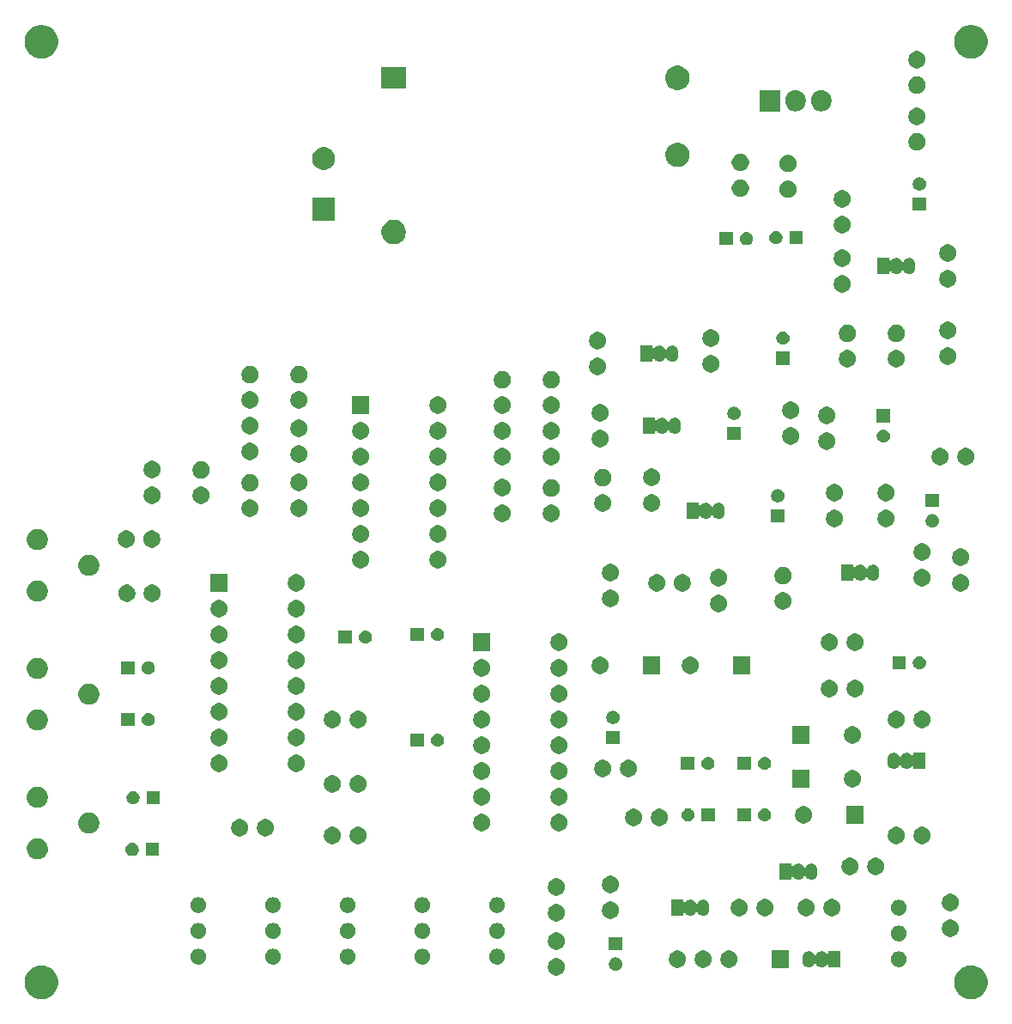
<source format=gbr>
G04 #@! TF.GenerationSoftware,KiCad,Pcbnew,5.1.5-1.fc31*
G04 #@! TF.CreationDate,2020-04-14T19:36:42+03:00*
G04 #@! TF.ProjectId,CBS logic with variable blend,43425320-6c6f-4676-9963-207769746820,rev?*
G04 #@! TF.SameCoordinates,Original*
G04 #@! TF.FileFunction,Soldermask,Bot*
G04 #@! TF.FilePolarity,Negative*
%FSLAX46Y46*%
G04 Gerber Fmt 4.6, Leading zero omitted, Abs format (unit mm)*
G04 Created by KiCad (PCBNEW 5.1.5-1.fc31) date 2020-04-14 19:36:42*
%MOMM*%
%LPD*%
G04 APERTURE LIST*
%ADD10C,0.100000*%
G04 APERTURE END LIST*
D10*
G36*
X190563904Y-144683890D02*
G01*
X190727579Y-144716447D01*
X190902737Y-144789000D01*
X191016923Y-144836297D01*
X191028042Y-144840903D01*
X191298451Y-145021585D01*
X191528415Y-145251549D01*
X191709097Y-145521958D01*
X191833553Y-145822421D01*
X191897000Y-146141391D01*
X191897000Y-146466609D01*
X191833553Y-146785579D01*
X191709097Y-147086042D01*
X191528415Y-147356451D01*
X191298451Y-147586415D01*
X191028042Y-147767097D01*
X190727579Y-147891553D01*
X190621256Y-147912702D01*
X190408611Y-147955000D01*
X190083389Y-147955000D01*
X189870744Y-147912702D01*
X189764421Y-147891553D01*
X189463958Y-147767097D01*
X189193549Y-147586415D01*
X188963585Y-147356451D01*
X188782903Y-147086042D01*
X188658447Y-146785579D01*
X188595000Y-146466609D01*
X188595000Y-146141391D01*
X188658447Y-145822421D01*
X188782903Y-145521958D01*
X188963585Y-145251549D01*
X189193549Y-145021585D01*
X189463958Y-144840903D01*
X189475078Y-144836297D01*
X189589263Y-144789000D01*
X189764421Y-144716447D01*
X189928096Y-144683890D01*
X190083389Y-144653000D01*
X190408611Y-144653000D01*
X190563904Y-144683890D01*
G37*
G36*
X98869904Y-144683890D02*
G01*
X99033579Y-144716447D01*
X99208737Y-144789000D01*
X99322923Y-144836297D01*
X99334042Y-144840903D01*
X99604451Y-145021585D01*
X99834415Y-145251549D01*
X100015097Y-145521958D01*
X100139553Y-145822421D01*
X100203000Y-146141391D01*
X100203000Y-146466609D01*
X100139553Y-146785579D01*
X100015097Y-147086042D01*
X99834415Y-147356451D01*
X99604451Y-147586415D01*
X99334042Y-147767097D01*
X99033579Y-147891553D01*
X98927256Y-147912702D01*
X98714611Y-147955000D01*
X98389389Y-147955000D01*
X98176744Y-147912702D01*
X98070421Y-147891553D01*
X97769958Y-147767097D01*
X97499549Y-147586415D01*
X97269585Y-147356451D01*
X97088903Y-147086042D01*
X96964447Y-146785579D01*
X96901000Y-146466609D01*
X96901000Y-146141391D01*
X96964447Y-145822421D01*
X97088903Y-145521958D01*
X97269585Y-145251549D01*
X97499549Y-145021585D01*
X97769958Y-144840903D01*
X97781078Y-144836297D01*
X97895263Y-144789000D01*
X98070421Y-144716447D01*
X98234096Y-144683890D01*
X98389389Y-144653000D01*
X98714611Y-144653000D01*
X98869904Y-144683890D01*
G37*
G36*
X149600228Y-143961703D02*
G01*
X149755100Y-144025853D01*
X149894481Y-144118985D01*
X150013015Y-144237519D01*
X150106147Y-144376900D01*
X150170297Y-144531772D01*
X150203000Y-144696184D01*
X150203000Y-144863816D01*
X150170297Y-145028228D01*
X150106147Y-145183100D01*
X150013015Y-145322481D01*
X149894481Y-145441015D01*
X149755100Y-145534147D01*
X149600228Y-145598297D01*
X149435816Y-145631000D01*
X149268184Y-145631000D01*
X149103772Y-145598297D01*
X148948900Y-145534147D01*
X148809519Y-145441015D01*
X148690985Y-145322481D01*
X148597853Y-145183100D01*
X148533703Y-145028228D01*
X148501000Y-144863816D01*
X148501000Y-144696184D01*
X148533703Y-144531772D01*
X148597853Y-144376900D01*
X148690985Y-144237519D01*
X148809519Y-144118985D01*
X148948900Y-144025853D01*
X149103772Y-143961703D01*
X149268184Y-143929000D01*
X149435816Y-143929000D01*
X149600228Y-143961703D01*
G37*
G36*
X155383890Y-143868017D02*
G01*
X155502364Y-143917091D01*
X155608988Y-143988335D01*
X155699665Y-144079012D01*
X155733204Y-144129206D01*
X155770910Y-144185638D01*
X155819983Y-144304110D01*
X155845000Y-144429881D01*
X155845000Y-144558119D01*
X155819983Y-144683890D01*
X155783426Y-144772147D01*
X155770909Y-144802364D01*
X155699665Y-144908988D01*
X155608988Y-144999665D01*
X155502364Y-145070909D01*
X155502363Y-145070910D01*
X155502362Y-145070910D01*
X155383890Y-145119983D01*
X155258119Y-145145000D01*
X155129881Y-145145000D01*
X155004110Y-145119983D01*
X154885638Y-145070910D01*
X154885637Y-145070910D01*
X154885636Y-145070909D01*
X154779012Y-144999665D01*
X154688335Y-144908988D01*
X154617091Y-144802364D01*
X154604575Y-144772147D01*
X154568017Y-144683890D01*
X154543000Y-144558119D01*
X154543000Y-144429881D01*
X154568017Y-144304110D01*
X154617090Y-144185638D01*
X154654797Y-144129206D01*
X154688335Y-144079012D01*
X154779012Y-143988335D01*
X154885636Y-143917091D01*
X155004110Y-143868017D01*
X155129881Y-143843000D01*
X155258119Y-143843000D01*
X155383890Y-143868017D01*
G37*
G36*
X161538228Y-143199703D02*
G01*
X161693100Y-143263853D01*
X161832481Y-143356985D01*
X161951015Y-143475519D01*
X162044147Y-143614900D01*
X162108297Y-143769772D01*
X162141000Y-143934184D01*
X162141000Y-144101816D01*
X162108297Y-144266228D01*
X162044147Y-144421100D01*
X161951015Y-144560481D01*
X161832481Y-144679015D01*
X161693100Y-144772147D01*
X161538228Y-144836297D01*
X161373816Y-144869000D01*
X161206184Y-144869000D01*
X161041772Y-144836297D01*
X160886900Y-144772147D01*
X160747519Y-144679015D01*
X160628985Y-144560481D01*
X160535853Y-144421100D01*
X160471703Y-144266228D01*
X160439000Y-144101816D01*
X160439000Y-143934184D01*
X160471703Y-143769772D01*
X160535853Y-143614900D01*
X160628985Y-143475519D01*
X160747519Y-143356985D01*
X160886900Y-143263853D01*
X161041772Y-143199703D01*
X161206184Y-143167000D01*
X161373816Y-143167000D01*
X161538228Y-143199703D01*
G37*
G36*
X166618228Y-143199703D02*
G01*
X166773100Y-143263853D01*
X166912481Y-143356985D01*
X167031015Y-143475519D01*
X167124147Y-143614900D01*
X167188297Y-143769772D01*
X167221000Y-143934184D01*
X167221000Y-144101816D01*
X167188297Y-144266228D01*
X167124147Y-144421100D01*
X167031015Y-144560481D01*
X166912481Y-144679015D01*
X166773100Y-144772147D01*
X166618228Y-144836297D01*
X166453816Y-144869000D01*
X166286184Y-144869000D01*
X166121772Y-144836297D01*
X165966900Y-144772147D01*
X165827519Y-144679015D01*
X165708985Y-144560481D01*
X165615853Y-144421100D01*
X165551703Y-144266228D01*
X165519000Y-144101816D01*
X165519000Y-143934184D01*
X165551703Y-143769772D01*
X165615853Y-143614900D01*
X165708985Y-143475519D01*
X165827519Y-143356985D01*
X165966900Y-143263853D01*
X166121772Y-143199703D01*
X166286184Y-143167000D01*
X166453816Y-143167000D01*
X166618228Y-143199703D01*
G37*
G36*
X172301000Y-144869000D02*
G01*
X170599000Y-144869000D01*
X170599000Y-143167000D01*
X172301000Y-143167000D01*
X172301000Y-144869000D01*
G37*
G36*
X164078228Y-143199703D02*
G01*
X164233100Y-143263853D01*
X164372481Y-143356985D01*
X164491015Y-143475519D01*
X164584147Y-143614900D01*
X164648297Y-143769772D01*
X164681000Y-143934184D01*
X164681000Y-144101816D01*
X164648297Y-144266228D01*
X164584147Y-144421100D01*
X164491015Y-144560481D01*
X164372481Y-144679015D01*
X164233100Y-144772147D01*
X164078228Y-144836297D01*
X163913816Y-144869000D01*
X163746184Y-144869000D01*
X163581772Y-144836297D01*
X163426900Y-144772147D01*
X163287519Y-144679015D01*
X163168985Y-144560481D01*
X163075853Y-144421100D01*
X163011703Y-144266228D01*
X162979000Y-144101816D01*
X162979000Y-143934184D01*
X163011703Y-143769772D01*
X163075853Y-143614900D01*
X163168985Y-143475519D01*
X163287519Y-143356985D01*
X163426900Y-143263853D01*
X163581772Y-143199703D01*
X163746184Y-143167000D01*
X163913816Y-143167000D01*
X164078228Y-143199703D01*
G37*
G36*
X175626916Y-143225334D02*
G01*
X175735492Y-143258271D01*
X175735495Y-143258272D01*
X175762143Y-143272516D01*
X175835557Y-143311756D01*
X175923264Y-143383736D01*
X175986383Y-143460646D01*
X176003702Y-143477965D01*
X176024077Y-143491579D01*
X176046716Y-143500957D01*
X176070749Y-143505737D01*
X176095253Y-143505737D01*
X176119286Y-143500957D01*
X176141925Y-143491579D01*
X176162299Y-143477966D01*
X176179626Y-143460639D01*
X176193240Y-143440264D01*
X176202618Y-143417625D01*
X176207398Y-143393592D01*
X176208000Y-143381340D01*
X176208000Y-143217000D01*
X177360000Y-143217000D01*
X177360000Y-144819000D01*
X176208000Y-144819000D01*
X176208000Y-144654660D01*
X176205598Y-144630274D01*
X176198485Y-144606825D01*
X176186934Y-144585214D01*
X176171389Y-144566272D01*
X176152447Y-144550727D01*
X176130836Y-144539176D01*
X176107387Y-144532063D01*
X176083001Y-144529661D01*
X176058615Y-144532063D01*
X176035166Y-144539176D01*
X176013555Y-144550727D01*
X175986381Y-144575356D01*
X175923264Y-144652264D01*
X175835556Y-144724244D01*
X175771600Y-144758429D01*
X175735494Y-144777728D01*
X175735491Y-144777729D01*
X175626915Y-144810666D01*
X175514000Y-144821787D01*
X175401084Y-144810666D01*
X175292508Y-144777729D01*
X175292505Y-144777728D01*
X175256399Y-144758429D01*
X175192443Y-144724244D01*
X175104736Y-144652264D01*
X175032756Y-144564556D01*
X174989239Y-144483140D01*
X174975625Y-144462766D01*
X174958298Y-144445439D01*
X174937924Y-144431825D01*
X174915285Y-144422448D01*
X174891251Y-144417668D01*
X174866747Y-144417668D01*
X174842714Y-144422449D01*
X174820075Y-144431826D01*
X174799701Y-144445440D01*
X174782374Y-144462767D01*
X174768762Y-144483140D01*
X174725244Y-144564557D01*
X174653264Y-144652264D01*
X174565556Y-144724244D01*
X174501600Y-144758429D01*
X174465494Y-144777728D01*
X174465491Y-144777729D01*
X174356915Y-144810666D01*
X174244000Y-144821787D01*
X174131084Y-144810666D01*
X174022508Y-144777729D01*
X174022505Y-144777728D01*
X173986399Y-144758429D01*
X173922443Y-144724244D01*
X173834736Y-144652264D01*
X173762756Y-144564556D01*
X173719239Y-144483140D01*
X173709272Y-144464494D01*
X173708748Y-144462766D01*
X173676334Y-144355915D01*
X173668000Y-144271297D01*
X173668000Y-143764702D01*
X173676334Y-143680084D01*
X173709271Y-143571508D01*
X173709272Y-143571505D01*
X173762756Y-143471445D01*
X173762757Y-143471443D01*
X173834737Y-143383736D01*
X173922444Y-143311756D01*
X173995858Y-143272516D01*
X174022506Y-143258272D01*
X174022509Y-143258271D01*
X174131085Y-143225334D01*
X174244000Y-143214213D01*
X174356916Y-143225334D01*
X174465492Y-143258271D01*
X174465495Y-143258272D01*
X174492143Y-143272516D01*
X174565557Y-143311756D01*
X174653264Y-143383736D01*
X174725244Y-143471443D01*
X174768761Y-143552859D01*
X174782375Y-143573234D01*
X174799702Y-143590561D01*
X174820076Y-143604174D01*
X174842715Y-143613552D01*
X174866748Y-143618332D01*
X174891252Y-143618332D01*
X174915285Y-143613552D01*
X174937924Y-143604174D01*
X174958299Y-143590560D01*
X174975626Y-143573233D01*
X174989239Y-143552859D01*
X175032756Y-143471445D01*
X175032757Y-143471443D01*
X175104737Y-143383736D01*
X175192444Y-143311756D01*
X175265858Y-143272516D01*
X175292506Y-143258272D01*
X175292509Y-143258271D01*
X175401085Y-143225334D01*
X175514000Y-143214213D01*
X175626916Y-143225334D01*
G37*
G36*
X183259589Y-143256876D02*
G01*
X183358893Y-143276629D01*
X183499206Y-143334748D01*
X183625484Y-143419125D01*
X183732875Y-143526516D01*
X183817252Y-143652794D01*
X183875371Y-143793107D01*
X183905000Y-143942063D01*
X183905000Y-144093937D01*
X183875371Y-144242893D01*
X183817252Y-144383206D01*
X183732875Y-144509484D01*
X183625484Y-144616875D01*
X183499206Y-144701252D01*
X183358893Y-144759371D01*
X183259589Y-144779124D01*
X183209938Y-144789000D01*
X183058062Y-144789000D01*
X183008411Y-144779124D01*
X182909107Y-144759371D01*
X182768794Y-144701252D01*
X182642516Y-144616875D01*
X182535125Y-144509484D01*
X182450748Y-144383206D01*
X182392629Y-144242893D01*
X182363000Y-144093937D01*
X182363000Y-143942063D01*
X182392629Y-143793107D01*
X182450748Y-143652794D01*
X182535125Y-143526516D01*
X182642516Y-143419125D01*
X182768794Y-143334748D01*
X182909107Y-143276629D01*
X183008411Y-143256876D01*
X183058062Y-143247000D01*
X183209938Y-143247000D01*
X183259589Y-143256876D01*
G37*
G36*
X136269589Y-143002876D02*
G01*
X136368893Y-143022629D01*
X136509206Y-143080748D01*
X136635484Y-143165125D01*
X136742875Y-143272516D01*
X136827252Y-143398794D01*
X136885371Y-143539107D01*
X136915000Y-143688063D01*
X136915000Y-143839937D01*
X136885371Y-143988893D01*
X136827252Y-144129206D01*
X136742875Y-144255484D01*
X136635484Y-144362875D01*
X136509206Y-144447252D01*
X136368893Y-144505371D01*
X136269589Y-144525124D01*
X136219938Y-144535000D01*
X136068062Y-144535000D01*
X136018411Y-144525124D01*
X135919107Y-144505371D01*
X135778794Y-144447252D01*
X135652516Y-144362875D01*
X135545125Y-144255484D01*
X135460748Y-144129206D01*
X135402629Y-143988893D01*
X135373000Y-143839937D01*
X135373000Y-143688063D01*
X135402629Y-143539107D01*
X135460748Y-143398794D01*
X135545125Y-143272516D01*
X135652516Y-143165125D01*
X135778794Y-143080748D01*
X135919107Y-143022629D01*
X136018411Y-143002876D01*
X136068062Y-142993000D01*
X136219938Y-142993000D01*
X136269589Y-143002876D01*
G37*
G36*
X128903589Y-143002876D02*
G01*
X129002893Y-143022629D01*
X129143206Y-143080748D01*
X129269484Y-143165125D01*
X129376875Y-143272516D01*
X129461252Y-143398794D01*
X129519371Y-143539107D01*
X129549000Y-143688063D01*
X129549000Y-143839937D01*
X129519371Y-143988893D01*
X129461252Y-144129206D01*
X129376875Y-144255484D01*
X129269484Y-144362875D01*
X129143206Y-144447252D01*
X129002893Y-144505371D01*
X128903589Y-144525124D01*
X128853938Y-144535000D01*
X128702062Y-144535000D01*
X128652411Y-144525124D01*
X128553107Y-144505371D01*
X128412794Y-144447252D01*
X128286516Y-144362875D01*
X128179125Y-144255484D01*
X128094748Y-144129206D01*
X128036629Y-143988893D01*
X128007000Y-143839937D01*
X128007000Y-143688063D01*
X128036629Y-143539107D01*
X128094748Y-143398794D01*
X128179125Y-143272516D01*
X128286516Y-143165125D01*
X128412794Y-143080748D01*
X128553107Y-143022629D01*
X128652411Y-143002876D01*
X128702062Y-142993000D01*
X128853938Y-142993000D01*
X128903589Y-143002876D01*
G37*
G36*
X121537589Y-143002876D02*
G01*
X121636893Y-143022629D01*
X121777206Y-143080748D01*
X121903484Y-143165125D01*
X122010875Y-143272516D01*
X122095252Y-143398794D01*
X122153371Y-143539107D01*
X122183000Y-143688063D01*
X122183000Y-143839937D01*
X122153371Y-143988893D01*
X122095252Y-144129206D01*
X122010875Y-144255484D01*
X121903484Y-144362875D01*
X121777206Y-144447252D01*
X121636893Y-144505371D01*
X121537589Y-144525124D01*
X121487938Y-144535000D01*
X121336062Y-144535000D01*
X121286411Y-144525124D01*
X121187107Y-144505371D01*
X121046794Y-144447252D01*
X120920516Y-144362875D01*
X120813125Y-144255484D01*
X120728748Y-144129206D01*
X120670629Y-143988893D01*
X120641000Y-143839937D01*
X120641000Y-143688063D01*
X120670629Y-143539107D01*
X120728748Y-143398794D01*
X120813125Y-143272516D01*
X120920516Y-143165125D01*
X121046794Y-143080748D01*
X121187107Y-143022629D01*
X121286411Y-143002876D01*
X121336062Y-142993000D01*
X121487938Y-142993000D01*
X121537589Y-143002876D01*
G37*
G36*
X114171589Y-143002876D02*
G01*
X114270893Y-143022629D01*
X114411206Y-143080748D01*
X114537484Y-143165125D01*
X114644875Y-143272516D01*
X114729252Y-143398794D01*
X114787371Y-143539107D01*
X114817000Y-143688063D01*
X114817000Y-143839937D01*
X114787371Y-143988893D01*
X114729252Y-144129206D01*
X114644875Y-144255484D01*
X114537484Y-144362875D01*
X114411206Y-144447252D01*
X114270893Y-144505371D01*
X114171589Y-144525124D01*
X114121938Y-144535000D01*
X113970062Y-144535000D01*
X113920411Y-144525124D01*
X113821107Y-144505371D01*
X113680794Y-144447252D01*
X113554516Y-144362875D01*
X113447125Y-144255484D01*
X113362748Y-144129206D01*
X113304629Y-143988893D01*
X113275000Y-143839937D01*
X113275000Y-143688063D01*
X113304629Y-143539107D01*
X113362748Y-143398794D01*
X113447125Y-143272516D01*
X113554516Y-143165125D01*
X113680794Y-143080748D01*
X113821107Y-143022629D01*
X113920411Y-143002876D01*
X113970062Y-142993000D01*
X114121938Y-142993000D01*
X114171589Y-143002876D01*
G37*
G36*
X143635589Y-143002876D02*
G01*
X143734893Y-143022629D01*
X143875206Y-143080748D01*
X144001484Y-143165125D01*
X144108875Y-143272516D01*
X144193252Y-143398794D01*
X144251371Y-143539107D01*
X144281000Y-143688063D01*
X144281000Y-143839937D01*
X144251371Y-143988893D01*
X144193252Y-144129206D01*
X144108875Y-144255484D01*
X144001484Y-144362875D01*
X143875206Y-144447252D01*
X143734893Y-144505371D01*
X143635589Y-144525124D01*
X143585938Y-144535000D01*
X143434062Y-144535000D01*
X143384411Y-144525124D01*
X143285107Y-144505371D01*
X143144794Y-144447252D01*
X143018516Y-144362875D01*
X142911125Y-144255484D01*
X142826748Y-144129206D01*
X142768629Y-143988893D01*
X142739000Y-143839937D01*
X142739000Y-143688063D01*
X142768629Y-143539107D01*
X142826748Y-143398794D01*
X142911125Y-143272516D01*
X143018516Y-143165125D01*
X143144794Y-143080748D01*
X143285107Y-143022629D01*
X143384411Y-143002876D01*
X143434062Y-142993000D01*
X143585938Y-142993000D01*
X143635589Y-143002876D01*
G37*
G36*
X155845000Y-143145000D02*
G01*
X154543000Y-143145000D01*
X154543000Y-141843000D01*
X155845000Y-141843000D01*
X155845000Y-143145000D01*
G37*
G36*
X149600228Y-141421703D02*
G01*
X149755100Y-141485853D01*
X149894481Y-141578985D01*
X150013015Y-141697519D01*
X150106147Y-141836900D01*
X150170297Y-141991772D01*
X150203000Y-142156184D01*
X150203000Y-142323816D01*
X150170297Y-142488228D01*
X150106147Y-142643100D01*
X150013015Y-142782481D01*
X149894481Y-142901015D01*
X149755100Y-142994147D01*
X149600228Y-143058297D01*
X149435816Y-143091000D01*
X149268184Y-143091000D01*
X149103772Y-143058297D01*
X148948900Y-142994147D01*
X148809519Y-142901015D01*
X148690985Y-142782481D01*
X148597853Y-142643100D01*
X148533703Y-142488228D01*
X148501000Y-142323816D01*
X148501000Y-142156184D01*
X148533703Y-141991772D01*
X148597853Y-141836900D01*
X148690985Y-141697519D01*
X148809519Y-141578985D01*
X148948900Y-141485853D01*
X149103772Y-141421703D01*
X149268184Y-141389000D01*
X149435816Y-141389000D01*
X149600228Y-141421703D01*
G37*
G36*
X183259589Y-140716876D02*
G01*
X183358893Y-140736629D01*
X183499206Y-140794748D01*
X183625484Y-140879125D01*
X183732875Y-140986516D01*
X183817252Y-141112794D01*
X183875371Y-141253107D01*
X183905000Y-141402063D01*
X183905000Y-141553937D01*
X183875371Y-141702893D01*
X183817252Y-141843206D01*
X183732875Y-141969484D01*
X183625484Y-142076875D01*
X183499206Y-142161252D01*
X183358893Y-142219371D01*
X183259589Y-142239124D01*
X183209938Y-142249000D01*
X183058062Y-142249000D01*
X183008411Y-142239124D01*
X182909107Y-142219371D01*
X182768794Y-142161252D01*
X182642516Y-142076875D01*
X182535125Y-141969484D01*
X182450748Y-141843206D01*
X182392629Y-141702893D01*
X182363000Y-141553937D01*
X182363000Y-141402063D01*
X182392629Y-141253107D01*
X182450748Y-141112794D01*
X182535125Y-140986516D01*
X182642516Y-140879125D01*
X182768794Y-140794748D01*
X182909107Y-140736629D01*
X183008411Y-140716876D01*
X183058062Y-140707000D01*
X183209938Y-140707000D01*
X183259589Y-140716876D01*
G37*
G36*
X136269589Y-140462876D02*
G01*
X136368893Y-140482629D01*
X136509206Y-140540748D01*
X136635484Y-140625125D01*
X136742875Y-140732516D01*
X136827252Y-140858794D01*
X136885371Y-140999107D01*
X136915000Y-141148063D01*
X136915000Y-141299937D01*
X136885371Y-141448893D01*
X136827252Y-141589206D01*
X136742875Y-141715484D01*
X136635484Y-141822875D01*
X136509206Y-141907252D01*
X136368893Y-141965371D01*
X136269589Y-141985124D01*
X136219938Y-141995000D01*
X136068062Y-141995000D01*
X136018411Y-141985124D01*
X135919107Y-141965371D01*
X135778794Y-141907252D01*
X135652516Y-141822875D01*
X135545125Y-141715484D01*
X135460748Y-141589206D01*
X135402629Y-141448893D01*
X135373000Y-141299937D01*
X135373000Y-141148063D01*
X135402629Y-140999107D01*
X135460748Y-140858794D01*
X135545125Y-140732516D01*
X135652516Y-140625125D01*
X135778794Y-140540748D01*
X135919107Y-140482629D01*
X136018411Y-140462876D01*
X136068062Y-140453000D01*
X136219938Y-140453000D01*
X136269589Y-140462876D01*
G37*
G36*
X121537589Y-140462876D02*
G01*
X121636893Y-140482629D01*
X121777206Y-140540748D01*
X121903484Y-140625125D01*
X122010875Y-140732516D01*
X122095252Y-140858794D01*
X122153371Y-140999107D01*
X122183000Y-141148063D01*
X122183000Y-141299937D01*
X122153371Y-141448893D01*
X122095252Y-141589206D01*
X122010875Y-141715484D01*
X121903484Y-141822875D01*
X121777206Y-141907252D01*
X121636893Y-141965371D01*
X121537589Y-141985124D01*
X121487938Y-141995000D01*
X121336062Y-141995000D01*
X121286411Y-141985124D01*
X121187107Y-141965371D01*
X121046794Y-141907252D01*
X120920516Y-141822875D01*
X120813125Y-141715484D01*
X120728748Y-141589206D01*
X120670629Y-141448893D01*
X120641000Y-141299937D01*
X120641000Y-141148063D01*
X120670629Y-140999107D01*
X120728748Y-140858794D01*
X120813125Y-140732516D01*
X120920516Y-140625125D01*
X121046794Y-140540748D01*
X121187107Y-140482629D01*
X121286411Y-140462876D01*
X121336062Y-140453000D01*
X121487938Y-140453000D01*
X121537589Y-140462876D01*
G37*
G36*
X114171589Y-140462876D02*
G01*
X114270893Y-140482629D01*
X114411206Y-140540748D01*
X114537484Y-140625125D01*
X114644875Y-140732516D01*
X114729252Y-140858794D01*
X114787371Y-140999107D01*
X114817000Y-141148063D01*
X114817000Y-141299937D01*
X114787371Y-141448893D01*
X114729252Y-141589206D01*
X114644875Y-141715484D01*
X114537484Y-141822875D01*
X114411206Y-141907252D01*
X114270893Y-141965371D01*
X114171589Y-141985124D01*
X114121938Y-141995000D01*
X113970062Y-141995000D01*
X113920411Y-141985124D01*
X113821107Y-141965371D01*
X113680794Y-141907252D01*
X113554516Y-141822875D01*
X113447125Y-141715484D01*
X113362748Y-141589206D01*
X113304629Y-141448893D01*
X113275000Y-141299937D01*
X113275000Y-141148063D01*
X113304629Y-140999107D01*
X113362748Y-140858794D01*
X113447125Y-140732516D01*
X113554516Y-140625125D01*
X113680794Y-140540748D01*
X113821107Y-140482629D01*
X113920411Y-140462876D01*
X113970062Y-140453000D01*
X114121938Y-140453000D01*
X114171589Y-140462876D01*
G37*
G36*
X143635589Y-140462876D02*
G01*
X143734893Y-140482629D01*
X143875206Y-140540748D01*
X144001484Y-140625125D01*
X144108875Y-140732516D01*
X144193252Y-140858794D01*
X144251371Y-140999107D01*
X144281000Y-141148063D01*
X144281000Y-141299937D01*
X144251371Y-141448893D01*
X144193252Y-141589206D01*
X144108875Y-141715484D01*
X144001484Y-141822875D01*
X143875206Y-141907252D01*
X143734893Y-141965371D01*
X143635589Y-141985124D01*
X143585938Y-141995000D01*
X143434062Y-141995000D01*
X143384411Y-141985124D01*
X143285107Y-141965371D01*
X143144794Y-141907252D01*
X143018516Y-141822875D01*
X142911125Y-141715484D01*
X142826748Y-141589206D01*
X142768629Y-141448893D01*
X142739000Y-141299937D01*
X142739000Y-141148063D01*
X142768629Y-140999107D01*
X142826748Y-140858794D01*
X142911125Y-140732516D01*
X143018516Y-140625125D01*
X143144794Y-140540748D01*
X143285107Y-140482629D01*
X143384411Y-140462876D01*
X143434062Y-140453000D01*
X143585938Y-140453000D01*
X143635589Y-140462876D01*
G37*
G36*
X128903589Y-140462876D02*
G01*
X129002893Y-140482629D01*
X129143206Y-140540748D01*
X129269484Y-140625125D01*
X129376875Y-140732516D01*
X129461252Y-140858794D01*
X129519371Y-140999107D01*
X129549000Y-141148063D01*
X129549000Y-141299937D01*
X129519371Y-141448893D01*
X129461252Y-141589206D01*
X129376875Y-141715484D01*
X129269484Y-141822875D01*
X129143206Y-141907252D01*
X129002893Y-141965371D01*
X128903589Y-141985124D01*
X128853938Y-141995000D01*
X128702062Y-141995000D01*
X128652411Y-141985124D01*
X128553107Y-141965371D01*
X128412794Y-141907252D01*
X128286516Y-141822875D01*
X128179125Y-141715484D01*
X128094748Y-141589206D01*
X128036629Y-141448893D01*
X128007000Y-141299937D01*
X128007000Y-141148063D01*
X128036629Y-140999107D01*
X128094748Y-140858794D01*
X128179125Y-140732516D01*
X128286516Y-140625125D01*
X128412794Y-140540748D01*
X128553107Y-140482629D01*
X128652411Y-140462876D01*
X128702062Y-140453000D01*
X128853938Y-140453000D01*
X128903589Y-140462876D01*
G37*
G36*
X188462228Y-140151703D02*
G01*
X188617100Y-140215853D01*
X188756481Y-140308985D01*
X188875015Y-140427519D01*
X188968147Y-140566900D01*
X189032297Y-140721772D01*
X189065000Y-140886184D01*
X189065000Y-141053816D01*
X189032297Y-141218228D01*
X188968147Y-141373100D01*
X188875015Y-141512481D01*
X188756481Y-141631015D01*
X188617100Y-141724147D01*
X188462228Y-141788297D01*
X188297816Y-141821000D01*
X188130184Y-141821000D01*
X187965772Y-141788297D01*
X187810900Y-141724147D01*
X187671519Y-141631015D01*
X187552985Y-141512481D01*
X187459853Y-141373100D01*
X187395703Y-141218228D01*
X187363000Y-141053816D01*
X187363000Y-140886184D01*
X187395703Y-140721772D01*
X187459853Y-140566900D01*
X187552985Y-140427519D01*
X187671519Y-140308985D01*
X187810900Y-140215853D01*
X187965772Y-140151703D01*
X188130184Y-140119000D01*
X188297816Y-140119000D01*
X188462228Y-140151703D01*
G37*
G36*
X149600228Y-138627703D02*
G01*
X149755100Y-138691853D01*
X149894481Y-138784985D01*
X150013015Y-138903519D01*
X150106147Y-139042900D01*
X150170297Y-139197772D01*
X150203000Y-139362184D01*
X150203000Y-139529816D01*
X150170297Y-139694228D01*
X150106147Y-139849100D01*
X150013015Y-139988481D01*
X149894481Y-140107015D01*
X149755100Y-140200147D01*
X149600228Y-140264297D01*
X149435816Y-140297000D01*
X149268184Y-140297000D01*
X149103772Y-140264297D01*
X148948900Y-140200147D01*
X148809519Y-140107015D01*
X148690985Y-139988481D01*
X148597853Y-139849100D01*
X148533703Y-139694228D01*
X148501000Y-139529816D01*
X148501000Y-139362184D01*
X148533703Y-139197772D01*
X148597853Y-139042900D01*
X148690985Y-138903519D01*
X148809519Y-138784985D01*
X148948900Y-138691853D01*
X149103772Y-138627703D01*
X149268184Y-138595000D01*
X149435816Y-138595000D01*
X149600228Y-138627703D01*
G37*
G36*
X154934228Y-138373703D02*
G01*
X155089100Y-138437853D01*
X155228481Y-138530985D01*
X155347015Y-138649519D01*
X155440147Y-138788900D01*
X155504297Y-138943772D01*
X155537000Y-139108184D01*
X155537000Y-139275816D01*
X155504297Y-139440228D01*
X155440147Y-139595100D01*
X155347015Y-139734481D01*
X155228481Y-139853015D01*
X155089100Y-139946147D01*
X154934228Y-140010297D01*
X154769816Y-140043000D01*
X154602184Y-140043000D01*
X154437772Y-140010297D01*
X154282900Y-139946147D01*
X154143519Y-139853015D01*
X154024985Y-139734481D01*
X153931853Y-139595100D01*
X153867703Y-139440228D01*
X153835000Y-139275816D01*
X153835000Y-139108184D01*
X153867703Y-138943772D01*
X153931853Y-138788900D01*
X154024985Y-138649519D01*
X154143519Y-138530985D01*
X154282900Y-138437853D01*
X154437772Y-138373703D01*
X154602184Y-138341000D01*
X154769816Y-138341000D01*
X154934228Y-138373703D01*
G37*
G36*
X176778228Y-138119703D02*
G01*
X176933100Y-138183853D01*
X177072481Y-138276985D01*
X177191015Y-138395519D01*
X177284147Y-138534900D01*
X177348297Y-138689772D01*
X177381000Y-138854184D01*
X177381000Y-139021816D01*
X177348297Y-139186228D01*
X177284147Y-139341100D01*
X177191015Y-139480481D01*
X177072481Y-139599015D01*
X176933100Y-139692147D01*
X176778228Y-139756297D01*
X176613816Y-139789000D01*
X176446184Y-139789000D01*
X176281772Y-139756297D01*
X176126900Y-139692147D01*
X175987519Y-139599015D01*
X175868985Y-139480481D01*
X175775853Y-139341100D01*
X175711703Y-139186228D01*
X175679000Y-139021816D01*
X175679000Y-138854184D01*
X175711703Y-138689772D01*
X175775853Y-138534900D01*
X175868985Y-138395519D01*
X175987519Y-138276985D01*
X176126900Y-138183853D01*
X176281772Y-138119703D01*
X176446184Y-138087000D01*
X176613816Y-138087000D01*
X176778228Y-138119703D01*
G37*
G36*
X167634228Y-138119703D02*
G01*
X167789100Y-138183853D01*
X167928481Y-138276985D01*
X168047015Y-138395519D01*
X168140147Y-138534900D01*
X168204297Y-138689772D01*
X168237000Y-138854184D01*
X168237000Y-139021816D01*
X168204297Y-139186228D01*
X168140147Y-139341100D01*
X168047015Y-139480481D01*
X167928481Y-139599015D01*
X167789100Y-139692147D01*
X167634228Y-139756297D01*
X167469816Y-139789000D01*
X167302184Y-139789000D01*
X167137772Y-139756297D01*
X166982900Y-139692147D01*
X166843519Y-139599015D01*
X166724985Y-139480481D01*
X166631853Y-139341100D01*
X166567703Y-139186228D01*
X166535000Y-139021816D01*
X166535000Y-138854184D01*
X166567703Y-138689772D01*
X166631853Y-138534900D01*
X166724985Y-138395519D01*
X166843519Y-138276985D01*
X166982900Y-138183853D01*
X167137772Y-138119703D01*
X167302184Y-138087000D01*
X167469816Y-138087000D01*
X167634228Y-138119703D01*
G37*
G36*
X170174228Y-138119703D02*
G01*
X170329100Y-138183853D01*
X170468481Y-138276985D01*
X170587015Y-138395519D01*
X170680147Y-138534900D01*
X170744297Y-138689772D01*
X170777000Y-138854184D01*
X170777000Y-139021816D01*
X170744297Y-139186228D01*
X170680147Y-139341100D01*
X170587015Y-139480481D01*
X170468481Y-139599015D01*
X170329100Y-139692147D01*
X170174228Y-139756297D01*
X170009816Y-139789000D01*
X169842184Y-139789000D01*
X169677772Y-139756297D01*
X169522900Y-139692147D01*
X169383519Y-139599015D01*
X169264985Y-139480481D01*
X169171853Y-139341100D01*
X169107703Y-139186228D01*
X169075000Y-139021816D01*
X169075000Y-138854184D01*
X169107703Y-138689772D01*
X169171853Y-138534900D01*
X169264985Y-138395519D01*
X169383519Y-138276985D01*
X169522900Y-138183853D01*
X169677772Y-138119703D01*
X169842184Y-138087000D01*
X170009816Y-138087000D01*
X170174228Y-138119703D01*
G37*
G36*
X174238228Y-138119703D02*
G01*
X174393100Y-138183853D01*
X174532481Y-138276985D01*
X174651015Y-138395519D01*
X174744147Y-138534900D01*
X174808297Y-138689772D01*
X174841000Y-138854184D01*
X174841000Y-139021816D01*
X174808297Y-139186228D01*
X174744147Y-139341100D01*
X174651015Y-139480481D01*
X174532481Y-139599015D01*
X174393100Y-139692147D01*
X174238228Y-139756297D01*
X174073816Y-139789000D01*
X173906184Y-139789000D01*
X173741772Y-139756297D01*
X173586900Y-139692147D01*
X173447519Y-139599015D01*
X173328985Y-139480481D01*
X173235853Y-139341100D01*
X173171703Y-139186228D01*
X173139000Y-139021816D01*
X173139000Y-138854184D01*
X173171703Y-138689772D01*
X173235853Y-138534900D01*
X173328985Y-138395519D01*
X173447519Y-138276985D01*
X173586900Y-138183853D01*
X173741772Y-138119703D01*
X173906184Y-138087000D01*
X174073816Y-138087000D01*
X174238228Y-138119703D01*
G37*
G36*
X163942915Y-138145334D02*
G01*
X164051491Y-138178271D01*
X164051494Y-138178272D01*
X164078142Y-138192516D01*
X164151556Y-138231756D01*
X164239264Y-138303736D01*
X164311244Y-138391443D01*
X164336050Y-138437853D01*
X164364728Y-138491505D01*
X164364729Y-138491508D01*
X164397666Y-138600084D01*
X164406000Y-138684702D01*
X164406000Y-139191297D01*
X164397666Y-139275916D01*
X164365252Y-139382767D01*
X164364728Y-139384495D01*
X164354761Y-139403141D01*
X164311244Y-139484557D01*
X164239264Y-139572264D01*
X164151557Y-139644244D01*
X164087601Y-139678429D01*
X164051495Y-139697728D01*
X164051492Y-139697729D01*
X163942916Y-139730666D01*
X163830000Y-139741787D01*
X163717085Y-139730666D01*
X163608509Y-139697729D01*
X163608506Y-139697728D01*
X163572400Y-139678429D01*
X163508444Y-139644244D01*
X163420737Y-139572264D01*
X163348757Y-139484557D01*
X163305239Y-139403141D01*
X163291625Y-139382766D01*
X163274298Y-139365439D01*
X163253924Y-139351826D01*
X163231285Y-139342448D01*
X163207252Y-139337668D01*
X163182748Y-139337668D01*
X163158715Y-139342448D01*
X163136076Y-139351826D01*
X163115701Y-139365440D01*
X163098374Y-139382767D01*
X163084761Y-139403141D01*
X163041244Y-139484557D01*
X162969264Y-139572264D01*
X162881557Y-139644244D01*
X162817601Y-139678429D01*
X162781495Y-139697728D01*
X162781492Y-139697729D01*
X162672916Y-139730666D01*
X162560000Y-139741787D01*
X162447085Y-139730666D01*
X162338509Y-139697729D01*
X162338506Y-139697728D01*
X162302400Y-139678429D01*
X162238444Y-139644244D01*
X162150737Y-139572264D01*
X162087622Y-139495359D01*
X162070297Y-139478034D01*
X162049923Y-139464420D01*
X162027284Y-139455043D01*
X162003250Y-139450263D01*
X161978746Y-139450263D01*
X161954713Y-139455044D01*
X161932074Y-139464421D01*
X161911700Y-139478035D01*
X161894373Y-139495362D01*
X161880759Y-139515736D01*
X161871382Y-139538375D01*
X161866000Y-139574660D01*
X161866000Y-139739000D01*
X160714000Y-139739000D01*
X160714000Y-138137000D01*
X161866000Y-138137000D01*
X161866000Y-138301341D01*
X161868402Y-138325727D01*
X161875515Y-138349176D01*
X161887066Y-138370787D01*
X161902611Y-138389729D01*
X161921553Y-138405274D01*
X161943164Y-138416825D01*
X161966613Y-138423938D01*
X161990999Y-138426340D01*
X162015385Y-138423938D01*
X162038834Y-138416825D01*
X162060445Y-138405274D01*
X162079387Y-138389729D01*
X162087608Y-138380657D01*
X162150736Y-138303736D01*
X162238443Y-138231756D01*
X162311857Y-138192516D01*
X162338505Y-138178272D01*
X162338508Y-138178271D01*
X162447084Y-138145334D01*
X162560000Y-138134213D01*
X162672915Y-138145334D01*
X162781491Y-138178271D01*
X162781494Y-138178272D01*
X162808142Y-138192516D01*
X162881556Y-138231756D01*
X162969264Y-138303736D01*
X163041244Y-138391443D01*
X163084761Y-138472859D01*
X163098375Y-138493234D01*
X163115702Y-138510561D01*
X163136076Y-138524174D01*
X163158715Y-138533552D01*
X163182748Y-138538332D01*
X163207252Y-138538332D01*
X163231285Y-138533552D01*
X163253924Y-138524174D01*
X163274299Y-138510560D01*
X163291626Y-138493233D01*
X163305239Y-138472860D01*
X163348756Y-138391444D01*
X163420736Y-138303736D01*
X163508443Y-138231756D01*
X163581857Y-138192516D01*
X163608505Y-138178272D01*
X163608508Y-138178271D01*
X163717084Y-138145334D01*
X163830000Y-138134213D01*
X163942915Y-138145334D01*
G37*
G36*
X183259589Y-138176876D02*
G01*
X183358893Y-138196629D01*
X183499206Y-138254748D01*
X183625484Y-138339125D01*
X183732875Y-138446516D01*
X183817252Y-138572794D01*
X183875371Y-138713107D01*
X183905000Y-138862063D01*
X183905000Y-139013937D01*
X183875371Y-139162893D01*
X183817252Y-139303206D01*
X183732875Y-139429484D01*
X183625484Y-139536875D01*
X183499206Y-139621252D01*
X183358893Y-139679371D01*
X183259589Y-139699124D01*
X183209938Y-139709000D01*
X183058062Y-139709000D01*
X183008411Y-139699124D01*
X182909107Y-139679371D01*
X182768794Y-139621252D01*
X182642516Y-139536875D01*
X182535125Y-139429484D01*
X182450748Y-139303206D01*
X182392629Y-139162893D01*
X182363000Y-139013937D01*
X182363000Y-138862063D01*
X182392629Y-138713107D01*
X182450748Y-138572794D01*
X182535125Y-138446516D01*
X182642516Y-138339125D01*
X182768794Y-138254748D01*
X182909107Y-138196629D01*
X183008411Y-138176876D01*
X183058062Y-138167000D01*
X183209938Y-138167000D01*
X183259589Y-138176876D01*
G37*
G36*
X143635589Y-137922876D02*
G01*
X143734893Y-137942629D01*
X143875206Y-138000748D01*
X144001484Y-138085125D01*
X144108875Y-138192516D01*
X144193252Y-138318794D01*
X144251371Y-138459107D01*
X144281000Y-138608063D01*
X144281000Y-138759937D01*
X144251371Y-138908893D01*
X144193252Y-139049206D01*
X144108875Y-139175484D01*
X144001484Y-139282875D01*
X143875206Y-139367252D01*
X143734893Y-139425371D01*
X143660201Y-139440228D01*
X143585938Y-139455000D01*
X143434062Y-139455000D01*
X143359799Y-139440228D01*
X143285107Y-139425371D01*
X143144794Y-139367252D01*
X143018516Y-139282875D01*
X142911125Y-139175484D01*
X142826748Y-139049206D01*
X142768629Y-138908893D01*
X142739000Y-138759937D01*
X142739000Y-138608063D01*
X142768629Y-138459107D01*
X142826748Y-138318794D01*
X142911125Y-138192516D01*
X143018516Y-138085125D01*
X143144794Y-138000748D01*
X143285107Y-137942629D01*
X143384411Y-137922876D01*
X143434062Y-137913000D01*
X143585938Y-137913000D01*
X143635589Y-137922876D01*
G37*
G36*
X136269589Y-137922876D02*
G01*
X136368893Y-137942629D01*
X136509206Y-138000748D01*
X136635484Y-138085125D01*
X136742875Y-138192516D01*
X136827252Y-138318794D01*
X136885371Y-138459107D01*
X136915000Y-138608063D01*
X136915000Y-138759937D01*
X136885371Y-138908893D01*
X136827252Y-139049206D01*
X136742875Y-139175484D01*
X136635484Y-139282875D01*
X136509206Y-139367252D01*
X136368893Y-139425371D01*
X136294201Y-139440228D01*
X136219938Y-139455000D01*
X136068062Y-139455000D01*
X135993799Y-139440228D01*
X135919107Y-139425371D01*
X135778794Y-139367252D01*
X135652516Y-139282875D01*
X135545125Y-139175484D01*
X135460748Y-139049206D01*
X135402629Y-138908893D01*
X135373000Y-138759937D01*
X135373000Y-138608063D01*
X135402629Y-138459107D01*
X135460748Y-138318794D01*
X135545125Y-138192516D01*
X135652516Y-138085125D01*
X135778794Y-138000748D01*
X135919107Y-137942629D01*
X136018411Y-137922876D01*
X136068062Y-137913000D01*
X136219938Y-137913000D01*
X136269589Y-137922876D01*
G37*
G36*
X121537589Y-137922876D02*
G01*
X121636893Y-137942629D01*
X121777206Y-138000748D01*
X121903484Y-138085125D01*
X122010875Y-138192516D01*
X122095252Y-138318794D01*
X122153371Y-138459107D01*
X122183000Y-138608063D01*
X122183000Y-138759937D01*
X122153371Y-138908893D01*
X122095252Y-139049206D01*
X122010875Y-139175484D01*
X121903484Y-139282875D01*
X121777206Y-139367252D01*
X121636893Y-139425371D01*
X121562201Y-139440228D01*
X121487938Y-139455000D01*
X121336062Y-139455000D01*
X121261799Y-139440228D01*
X121187107Y-139425371D01*
X121046794Y-139367252D01*
X120920516Y-139282875D01*
X120813125Y-139175484D01*
X120728748Y-139049206D01*
X120670629Y-138908893D01*
X120641000Y-138759937D01*
X120641000Y-138608063D01*
X120670629Y-138459107D01*
X120728748Y-138318794D01*
X120813125Y-138192516D01*
X120920516Y-138085125D01*
X121046794Y-138000748D01*
X121187107Y-137942629D01*
X121286411Y-137922876D01*
X121336062Y-137913000D01*
X121487938Y-137913000D01*
X121537589Y-137922876D01*
G37*
G36*
X128903589Y-137922876D02*
G01*
X129002893Y-137942629D01*
X129143206Y-138000748D01*
X129269484Y-138085125D01*
X129376875Y-138192516D01*
X129461252Y-138318794D01*
X129519371Y-138459107D01*
X129549000Y-138608063D01*
X129549000Y-138759937D01*
X129519371Y-138908893D01*
X129461252Y-139049206D01*
X129376875Y-139175484D01*
X129269484Y-139282875D01*
X129143206Y-139367252D01*
X129002893Y-139425371D01*
X128928201Y-139440228D01*
X128853938Y-139455000D01*
X128702062Y-139455000D01*
X128627799Y-139440228D01*
X128553107Y-139425371D01*
X128412794Y-139367252D01*
X128286516Y-139282875D01*
X128179125Y-139175484D01*
X128094748Y-139049206D01*
X128036629Y-138908893D01*
X128007000Y-138759937D01*
X128007000Y-138608063D01*
X128036629Y-138459107D01*
X128094748Y-138318794D01*
X128179125Y-138192516D01*
X128286516Y-138085125D01*
X128412794Y-138000748D01*
X128553107Y-137942629D01*
X128652411Y-137922876D01*
X128702062Y-137913000D01*
X128853938Y-137913000D01*
X128903589Y-137922876D01*
G37*
G36*
X114171589Y-137922876D02*
G01*
X114270893Y-137942629D01*
X114411206Y-138000748D01*
X114537484Y-138085125D01*
X114644875Y-138192516D01*
X114729252Y-138318794D01*
X114787371Y-138459107D01*
X114817000Y-138608063D01*
X114817000Y-138759937D01*
X114787371Y-138908893D01*
X114729252Y-139049206D01*
X114644875Y-139175484D01*
X114537484Y-139282875D01*
X114411206Y-139367252D01*
X114270893Y-139425371D01*
X114196201Y-139440228D01*
X114121938Y-139455000D01*
X113970062Y-139455000D01*
X113895799Y-139440228D01*
X113821107Y-139425371D01*
X113680794Y-139367252D01*
X113554516Y-139282875D01*
X113447125Y-139175484D01*
X113362748Y-139049206D01*
X113304629Y-138908893D01*
X113275000Y-138759937D01*
X113275000Y-138608063D01*
X113304629Y-138459107D01*
X113362748Y-138318794D01*
X113447125Y-138192516D01*
X113554516Y-138085125D01*
X113680794Y-138000748D01*
X113821107Y-137942629D01*
X113920411Y-137922876D01*
X113970062Y-137913000D01*
X114121938Y-137913000D01*
X114171589Y-137922876D01*
G37*
G36*
X188462228Y-137611703D02*
G01*
X188617100Y-137675853D01*
X188756481Y-137768985D01*
X188875015Y-137887519D01*
X188968147Y-138026900D01*
X189032297Y-138181772D01*
X189065000Y-138346184D01*
X189065000Y-138513816D01*
X189032297Y-138678228D01*
X188968147Y-138833100D01*
X188875015Y-138972481D01*
X188756481Y-139091015D01*
X188617100Y-139184147D01*
X188462228Y-139248297D01*
X188297816Y-139281000D01*
X188130184Y-139281000D01*
X187965772Y-139248297D01*
X187810900Y-139184147D01*
X187671519Y-139091015D01*
X187552985Y-138972481D01*
X187459853Y-138833100D01*
X187395703Y-138678228D01*
X187363000Y-138513816D01*
X187363000Y-138346184D01*
X187395703Y-138181772D01*
X187459853Y-138026900D01*
X187552985Y-137887519D01*
X187671519Y-137768985D01*
X187810900Y-137675853D01*
X187965772Y-137611703D01*
X188130184Y-137579000D01*
X188297816Y-137579000D01*
X188462228Y-137611703D01*
G37*
G36*
X149600228Y-136087703D02*
G01*
X149755100Y-136151853D01*
X149894481Y-136244985D01*
X150013015Y-136363519D01*
X150106147Y-136502900D01*
X150170297Y-136657772D01*
X150203000Y-136822184D01*
X150203000Y-136989816D01*
X150170297Y-137154228D01*
X150106147Y-137309100D01*
X150013015Y-137448481D01*
X149894481Y-137567015D01*
X149755100Y-137660147D01*
X149600228Y-137724297D01*
X149435816Y-137757000D01*
X149268184Y-137757000D01*
X149103772Y-137724297D01*
X148948900Y-137660147D01*
X148809519Y-137567015D01*
X148690985Y-137448481D01*
X148597853Y-137309100D01*
X148533703Y-137154228D01*
X148501000Y-136989816D01*
X148501000Y-136822184D01*
X148533703Y-136657772D01*
X148597853Y-136502900D01*
X148690985Y-136363519D01*
X148809519Y-136244985D01*
X148948900Y-136151853D01*
X149103772Y-136087703D01*
X149268184Y-136055000D01*
X149435816Y-136055000D01*
X149600228Y-136087703D01*
G37*
G36*
X154934228Y-135833703D02*
G01*
X155089100Y-135897853D01*
X155228481Y-135990985D01*
X155347015Y-136109519D01*
X155440147Y-136248900D01*
X155504297Y-136403772D01*
X155537000Y-136568184D01*
X155537000Y-136735816D01*
X155504297Y-136900228D01*
X155440147Y-137055100D01*
X155347015Y-137194481D01*
X155228481Y-137313015D01*
X155089100Y-137406147D01*
X154934228Y-137470297D01*
X154769816Y-137503000D01*
X154602184Y-137503000D01*
X154437772Y-137470297D01*
X154282900Y-137406147D01*
X154143519Y-137313015D01*
X154024985Y-137194481D01*
X153931853Y-137055100D01*
X153867703Y-136900228D01*
X153835000Y-136735816D01*
X153835000Y-136568184D01*
X153867703Y-136403772D01*
X153931853Y-136248900D01*
X154024985Y-136109519D01*
X154143519Y-135990985D01*
X154282900Y-135897853D01*
X154437772Y-135833703D01*
X154602184Y-135801000D01*
X154769816Y-135801000D01*
X154934228Y-135833703D01*
G37*
G36*
X174610915Y-134589334D02*
G01*
X174719491Y-134622271D01*
X174719494Y-134622272D01*
X174755600Y-134641571D01*
X174819556Y-134675756D01*
X174907264Y-134747736D01*
X174979244Y-134835443D01*
X175013429Y-134899399D01*
X175032728Y-134935505D01*
X175032729Y-134935508D01*
X175065666Y-135044084D01*
X175074000Y-135128702D01*
X175074000Y-135635297D01*
X175065666Y-135719916D01*
X175033252Y-135826767D01*
X175032728Y-135828495D01*
X175029944Y-135833703D01*
X174979244Y-135928557D01*
X174907264Y-136016264D01*
X174819557Y-136088244D01*
X174755601Y-136122429D01*
X174719495Y-136141728D01*
X174719492Y-136141729D01*
X174610916Y-136174666D01*
X174498000Y-136185787D01*
X174385085Y-136174666D01*
X174276509Y-136141729D01*
X174276506Y-136141728D01*
X174240400Y-136122429D01*
X174176444Y-136088244D01*
X174088737Y-136016264D01*
X174016757Y-135928557D01*
X173973239Y-135847141D01*
X173959625Y-135826766D01*
X173942298Y-135809439D01*
X173921924Y-135795826D01*
X173899285Y-135786448D01*
X173875252Y-135781668D01*
X173850748Y-135781668D01*
X173826715Y-135786448D01*
X173804076Y-135795826D01*
X173783701Y-135809440D01*
X173766374Y-135826767D01*
X173752761Y-135847141D01*
X173709244Y-135928557D01*
X173637264Y-136016264D01*
X173549557Y-136088244D01*
X173485601Y-136122429D01*
X173449495Y-136141728D01*
X173449492Y-136141729D01*
X173340916Y-136174666D01*
X173228000Y-136185787D01*
X173115085Y-136174666D01*
X173006509Y-136141729D01*
X173006506Y-136141728D01*
X172970400Y-136122429D01*
X172906444Y-136088244D01*
X172818737Y-136016264D01*
X172755622Y-135939359D01*
X172738297Y-135922034D01*
X172717923Y-135908420D01*
X172695284Y-135899043D01*
X172671250Y-135894263D01*
X172646746Y-135894263D01*
X172622713Y-135899044D01*
X172600074Y-135908421D01*
X172579700Y-135922035D01*
X172562373Y-135939362D01*
X172548759Y-135959736D01*
X172539382Y-135982375D01*
X172534000Y-136018660D01*
X172534000Y-136183000D01*
X171382000Y-136183000D01*
X171382000Y-134581000D01*
X172534000Y-134581000D01*
X172534000Y-134745341D01*
X172536402Y-134769727D01*
X172543515Y-134793176D01*
X172555066Y-134814787D01*
X172570611Y-134833729D01*
X172589553Y-134849274D01*
X172611164Y-134860825D01*
X172634613Y-134867938D01*
X172658999Y-134870340D01*
X172683385Y-134867938D01*
X172706834Y-134860825D01*
X172728445Y-134849274D01*
X172747387Y-134833729D01*
X172755608Y-134824657D01*
X172818736Y-134747736D01*
X172906443Y-134675756D01*
X172970399Y-134641571D01*
X173006505Y-134622272D01*
X173006508Y-134622271D01*
X173115084Y-134589334D01*
X173228000Y-134578213D01*
X173340915Y-134589334D01*
X173449491Y-134622271D01*
X173449494Y-134622272D01*
X173485600Y-134641571D01*
X173549556Y-134675756D01*
X173637264Y-134747736D01*
X173709244Y-134835443D01*
X173752761Y-134916859D01*
X173766375Y-134937234D01*
X173783702Y-134954561D01*
X173804076Y-134968174D01*
X173826715Y-134977552D01*
X173850748Y-134982332D01*
X173875252Y-134982332D01*
X173899285Y-134977552D01*
X173921924Y-134968174D01*
X173942299Y-134954560D01*
X173959626Y-134937233D01*
X173973239Y-134916860D01*
X174016756Y-134835444D01*
X174088736Y-134747736D01*
X174176443Y-134675756D01*
X174240399Y-134641571D01*
X174276505Y-134622272D01*
X174276508Y-134622271D01*
X174385084Y-134589334D01*
X174498000Y-134578213D01*
X174610915Y-134589334D01*
G37*
G36*
X178556228Y-134055703D02*
G01*
X178711100Y-134119853D01*
X178850481Y-134212985D01*
X178969015Y-134331519D01*
X179062147Y-134470900D01*
X179126297Y-134625772D01*
X179159000Y-134790184D01*
X179159000Y-134957816D01*
X179126297Y-135122228D01*
X179062147Y-135277100D01*
X178969015Y-135416481D01*
X178850481Y-135535015D01*
X178711100Y-135628147D01*
X178556228Y-135692297D01*
X178391816Y-135725000D01*
X178224184Y-135725000D01*
X178059772Y-135692297D01*
X177904900Y-135628147D01*
X177765519Y-135535015D01*
X177646985Y-135416481D01*
X177553853Y-135277100D01*
X177489703Y-135122228D01*
X177457000Y-134957816D01*
X177457000Y-134790184D01*
X177489703Y-134625772D01*
X177553853Y-134470900D01*
X177646985Y-134331519D01*
X177765519Y-134212985D01*
X177904900Y-134119853D01*
X178059772Y-134055703D01*
X178224184Y-134023000D01*
X178391816Y-134023000D01*
X178556228Y-134055703D01*
G37*
G36*
X181096228Y-134055703D02*
G01*
X181251100Y-134119853D01*
X181390481Y-134212985D01*
X181509015Y-134331519D01*
X181602147Y-134470900D01*
X181666297Y-134625772D01*
X181699000Y-134790184D01*
X181699000Y-134957816D01*
X181666297Y-135122228D01*
X181602147Y-135277100D01*
X181509015Y-135416481D01*
X181390481Y-135535015D01*
X181251100Y-135628147D01*
X181096228Y-135692297D01*
X180931816Y-135725000D01*
X180764184Y-135725000D01*
X180599772Y-135692297D01*
X180444900Y-135628147D01*
X180305519Y-135535015D01*
X180186985Y-135416481D01*
X180093853Y-135277100D01*
X180029703Y-135122228D01*
X179997000Y-134957816D01*
X179997000Y-134790184D01*
X180029703Y-134625772D01*
X180093853Y-134470900D01*
X180186985Y-134331519D01*
X180305519Y-134212985D01*
X180444900Y-134119853D01*
X180599772Y-134055703D01*
X180764184Y-134023000D01*
X180931816Y-134023000D01*
X181096228Y-134055703D01*
G37*
G36*
X98463765Y-132138620D02*
G01*
X98653288Y-132217123D01*
X98823854Y-132331092D01*
X98968908Y-132476146D01*
X99038400Y-132580148D01*
X99082878Y-132646714D01*
X99161380Y-132836235D01*
X99201400Y-133037430D01*
X99201400Y-133242570D01*
X99172096Y-133389890D01*
X99161380Y-133443765D01*
X99082877Y-133633288D01*
X98968908Y-133803854D01*
X98823854Y-133948908D01*
X98653288Y-134062877D01*
X98653287Y-134062878D01*
X98653286Y-134062878D01*
X98463765Y-134141380D01*
X98262570Y-134181400D01*
X98057430Y-134181400D01*
X97856235Y-134141380D01*
X97666714Y-134062878D01*
X97666713Y-134062878D01*
X97666712Y-134062877D01*
X97496146Y-133948908D01*
X97351092Y-133803854D01*
X97237123Y-133633288D01*
X97158620Y-133443765D01*
X97147904Y-133389890D01*
X97118600Y-133242570D01*
X97118600Y-133037430D01*
X97158620Y-132836235D01*
X97237122Y-132646714D01*
X97281600Y-132580148D01*
X97351092Y-132476146D01*
X97496146Y-132331092D01*
X97666712Y-132217123D01*
X97856235Y-132138620D01*
X98057430Y-132098600D01*
X98262570Y-132098600D01*
X98463765Y-132138620D01*
G37*
G36*
X110151000Y-133851000D02*
G01*
X108849000Y-133851000D01*
X108849000Y-132549000D01*
X110151000Y-132549000D01*
X110151000Y-133851000D01*
G37*
G36*
X107689890Y-132574017D02*
G01*
X107808364Y-132623091D01*
X107914988Y-132694335D01*
X108005665Y-132785012D01*
X108076909Y-132891636D01*
X108125983Y-133010110D01*
X108151000Y-133135882D01*
X108151000Y-133264118D01*
X108125983Y-133389890D01*
X108076909Y-133508364D01*
X108005665Y-133614988D01*
X107914988Y-133705665D01*
X107808364Y-133776909D01*
X107808363Y-133776910D01*
X107808362Y-133776910D01*
X107689890Y-133825983D01*
X107564119Y-133851000D01*
X107435881Y-133851000D01*
X107310110Y-133825983D01*
X107191638Y-133776910D01*
X107191637Y-133776910D01*
X107191636Y-133776909D01*
X107085012Y-133705665D01*
X106994335Y-133614988D01*
X106923091Y-133508364D01*
X106874017Y-133389890D01*
X106849000Y-133264118D01*
X106849000Y-133135882D01*
X106874017Y-133010110D01*
X106923091Y-132891636D01*
X106994335Y-132785012D01*
X107085012Y-132694335D01*
X107191636Y-132623091D01*
X107310110Y-132574017D01*
X107435881Y-132549000D01*
X107564119Y-132549000D01*
X107689890Y-132574017D01*
G37*
G36*
X183128228Y-131007703D02*
G01*
X183283100Y-131071853D01*
X183422481Y-131164985D01*
X183541015Y-131283519D01*
X183634147Y-131422900D01*
X183698297Y-131577772D01*
X183731000Y-131742184D01*
X183731000Y-131909816D01*
X183698297Y-132074228D01*
X183634147Y-132229100D01*
X183541015Y-132368481D01*
X183422481Y-132487015D01*
X183283100Y-132580147D01*
X183128228Y-132644297D01*
X182963816Y-132677000D01*
X182796184Y-132677000D01*
X182631772Y-132644297D01*
X182476900Y-132580147D01*
X182337519Y-132487015D01*
X182218985Y-132368481D01*
X182125853Y-132229100D01*
X182061703Y-132074228D01*
X182029000Y-131909816D01*
X182029000Y-131742184D01*
X182061703Y-131577772D01*
X182125853Y-131422900D01*
X182218985Y-131283519D01*
X182337519Y-131164985D01*
X182476900Y-131071853D01*
X182631772Y-131007703D01*
X182796184Y-130975000D01*
X182963816Y-130975000D01*
X183128228Y-131007703D01*
G37*
G36*
X127502228Y-131007703D02*
G01*
X127657100Y-131071853D01*
X127796481Y-131164985D01*
X127915015Y-131283519D01*
X128008147Y-131422900D01*
X128072297Y-131577772D01*
X128105000Y-131742184D01*
X128105000Y-131909816D01*
X128072297Y-132074228D01*
X128008147Y-132229100D01*
X127915015Y-132368481D01*
X127796481Y-132487015D01*
X127657100Y-132580147D01*
X127502228Y-132644297D01*
X127337816Y-132677000D01*
X127170184Y-132677000D01*
X127005772Y-132644297D01*
X126850900Y-132580147D01*
X126711519Y-132487015D01*
X126592985Y-132368481D01*
X126499853Y-132229100D01*
X126435703Y-132074228D01*
X126403000Y-131909816D01*
X126403000Y-131742184D01*
X126435703Y-131577772D01*
X126499853Y-131422900D01*
X126592985Y-131283519D01*
X126711519Y-131164985D01*
X126850900Y-131071853D01*
X127005772Y-131007703D01*
X127170184Y-130975000D01*
X127337816Y-130975000D01*
X127502228Y-131007703D01*
G37*
G36*
X185668228Y-131007703D02*
G01*
X185823100Y-131071853D01*
X185962481Y-131164985D01*
X186081015Y-131283519D01*
X186174147Y-131422900D01*
X186238297Y-131577772D01*
X186271000Y-131742184D01*
X186271000Y-131909816D01*
X186238297Y-132074228D01*
X186174147Y-132229100D01*
X186081015Y-132368481D01*
X185962481Y-132487015D01*
X185823100Y-132580147D01*
X185668228Y-132644297D01*
X185503816Y-132677000D01*
X185336184Y-132677000D01*
X185171772Y-132644297D01*
X185016900Y-132580147D01*
X184877519Y-132487015D01*
X184758985Y-132368481D01*
X184665853Y-132229100D01*
X184601703Y-132074228D01*
X184569000Y-131909816D01*
X184569000Y-131742184D01*
X184601703Y-131577772D01*
X184665853Y-131422900D01*
X184758985Y-131283519D01*
X184877519Y-131164985D01*
X185016900Y-131071853D01*
X185171772Y-131007703D01*
X185336184Y-130975000D01*
X185503816Y-130975000D01*
X185668228Y-131007703D01*
G37*
G36*
X130042228Y-131007703D02*
G01*
X130197100Y-131071853D01*
X130336481Y-131164985D01*
X130455015Y-131283519D01*
X130548147Y-131422900D01*
X130612297Y-131577772D01*
X130645000Y-131742184D01*
X130645000Y-131909816D01*
X130612297Y-132074228D01*
X130548147Y-132229100D01*
X130455015Y-132368481D01*
X130336481Y-132487015D01*
X130197100Y-132580147D01*
X130042228Y-132644297D01*
X129877816Y-132677000D01*
X129710184Y-132677000D01*
X129545772Y-132644297D01*
X129390900Y-132580147D01*
X129251519Y-132487015D01*
X129132985Y-132368481D01*
X129039853Y-132229100D01*
X128975703Y-132074228D01*
X128943000Y-131909816D01*
X128943000Y-131742184D01*
X128975703Y-131577772D01*
X129039853Y-131422900D01*
X129132985Y-131283519D01*
X129251519Y-131164985D01*
X129390900Y-131071853D01*
X129545772Y-131007703D01*
X129710184Y-130975000D01*
X129877816Y-130975000D01*
X130042228Y-131007703D01*
G37*
G36*
X118358228Y-130245703D02*
G01*
X118513100Y-130309853D01*
X118652481Y-130402985D01*
X118771015Y-130521519D01*
X118864147Y-130660900D01*
X118928297Y-130815772D01*
X118961000Y-130980184D01*
X118961000Y-131147816D01*
X118928297Y-131312228D01*
X118864147Y-131467100D01*
X118771015Y-131606481D01*
X118652481Y-131725015D01*
X118513100Y-131818147D01*
X118358228Y-131882297D01*
X118193816Y-131915000D01*
X118026184Y-131915000D01*
X117861772Y-131882297D01*
X117706900Y-131818147D01*
X117567519Y-131725015D01*
X117448985Y-131606481D01*
X117355853Y-131467100D01*
X117291703Y-131312228D01*
X117259000Y-131147816D01*
X117259000Y-130980184D01*
X117291703Y-130815772D01*
X117355853Y-130660900D01*
X117448985Y-130521519D01*
X117567519Y-130402985D01*
X117706900Y-130309853D01*
X117861772Y-130245703D01*
X118026184Y-130213000D01*
X118193816Y-130213000D01*
X118358228Y-130245703D01*
G37*
G36*
X120898228Y-130245703D02*
G01*
X121053100Y-130309853D01*
X121192481Y-130402985D01*
X121311015Y-130521519D01*
X121404147Y-130660900D01*
X121468297Y-130815772D01*
X121501000Y-130980184D01*
X121501000Y-131147816D01*
X121468297Y-131312228D01*
X121404147Y-131467100D01*
X121311015Y-131606481D01*
X121192481Y-131725015D01*
X121053100Y-131818147D01*
X120898228Y-131882297D01*
X120733816Y-131915000D01*
X120566184Y-131915000D01*
X120401772Y-131882297D01*
X120246900Y-131818147D01*
X120107519Y-131725015D01*
X119988985Y-131606481D01*
X119895853Y-131467100D01*
X119831703Y-131312228D01*
X119799000Y-131147816D01*
X119799000Y-130980184D01*
X119831703Y-130815772D01*
X119895853Y-130660900D01*
X119988985Y-130521519D01*
X120107519Y-130402985D01*
X120246900Y-130309853D01*
X120401772Y-130245703D01*
X120566184Y-130213000D01*
X120733816Y-130213000D01*
X120898228Y-130245703D01*
G37*
G36*
X103543765Y-129598620D02*
G01*
X103733288Y-129677123D01*
X103903854Y-129791092D01*
X104048908Y-129936146D01*
X104162877Y-130106712D01*
X104162878Y-130106714D01*
X104241380Y-130296235D01*
X104281400Y-130497430D01*
X104281400Y-130702570D01*
X104241380Y-130903765D01*
X104198328Y-131007703D01*
X104162877Y-131093288D01*
X104048908Y-131263854D01*
X103903854Y-131408908D01*
X103733288Y-131522877D01*
X103733287Y-131522878D01*
X103733286Y-131522878D01*
X103543765Y-131601380D01*
X103342570Y-131641400D01*
X103137430Y-131641400D01*
X102936235Y-131601380D01*
X102746714Y-131522878D01*
X102746713Y-131522878D01*
X102746712Y-131522877D01*
X102576146Y-131408908D01*
X102431092Y-131263854D01*
X102317123Y-131093288D01*
X102281673Y-131007703D01*
X102238620Y-130903765D01*
X102198600Y-130702570D01*
X102198600Y-130497430D01*
X102238620Y-130296235D01*
X102317122Y-130106714D01*
X102317123Y-130106712D01*
X102431092Y-129936146D01*
X102576146Y-129791092D01*
X102746712Y-129677123D01*
X102936235Y-129598620D01*
X103137430Y-129558600D01*
X103342570Y-129558600D01*
X103543765Y-129598620D01*
G37*
G36*
X149854228Y-129737703D02*
G01*
X150009100Y-129801853D01*
X150148481Y-129894985D01*
X150267015Y-130013519D01*
X150360147Y-130152900D01*
X150424297Y-130307772D01*
X150457000Y-130472184D01*
X150457000Y-130639816D01*
X150424297Y-130804228D01*
X150360147Y-130959100D01*
X150267015Y-131098481D01*
X150148481Y-131217015D01*
X150009100Y-131310147D01*
X149854228Y-131374297D01*
X149689816Y-131407000D01*
X149522184Y-131407000D01*
X149357772Y-131374297D01*
X149202900Y-131310147D01*
X149063519Y-131217015D01*
X148944985Y-131098481D01*
X148851853Y-130959100D01*
X148787703Y-130804228D01*
X148755000Y-130639816D01*
X148755000Y-130472184D01*
X148787703Y-130307772D01*
X148851853Y-130152900D01*
X148944985Y-130013519D01*
X149063519Y-129894985D01*
X149202900Y-129801853D01*
X149357772Y-129737703D01*
X149522184Y-129705000D01*
X149689816Y-129705000D01*
X149854228Y-129737703D01*
G37*
G36*
X142234228Y-129737703D02*
G01*
X142389100Y-129801853D01*
X142528481Y-129894985D01*
X142647015Y-130013519D01*
X142740147Y-130152900D01*
X142804297Y-130307772D01*
X142837000Y-130472184D01*
X142837000Y-130639816D01*
X142804297Y-130804228D01*
X142740147Y-130959100D01*
X142647015Y-131098481D01*
X142528481Y-131217015D01*
X142389100Y-131310147D01*
X142234228Y-131374297D01*
X142069816Y-131407000D01*
X141902184Y-131407000D01*
X141737772Y-131374297D01*
X141582900Y-131310147D01*
X141443519Y-131217015D01*
X141324985Y-131098481D01*
X141231853Y-130959100D01*
X141167703Y-130804228D01*
X141135000Y-130639816D01*
X141135000Y-130472184D01*
X141167703Y-130307772D01*
X141231853Y-130152900D01*
X141324985Y-130013519D01*
X141443519Y-129894985D01*
X141582900Y-129801853D01*
X141737772Y-129737703D01*
X141902184Y-129705000D01*
X142069816Y-129705000D01*
X142234228Y-129737703D01*
G37*
G36*
X157220228Y-129229703D02*
G01*
X157375100Y-129293853D01*
X157514481Y-129386985D01*
X157633015Y-129505519D01*
X157726147Y-129644900D01*
X157790297Y-129799772D01*
X157823000Y-129964184D01*
X157823000Y-130131816D01*
X157790297Y-130296228D01*
X157726147Y-130451100D01*
X157633015Y-130590481D01*
X157514481Y-130709015D01*
X157375100Y-130802147D01*
X157220228Y-130866297D01*
X157055816Y-130899000D01*
X156888184Y-130899000D01*
X156723772Y-130866297D01*
X156568900Y-130802147D01*
X156429519Y-130709015D01*
X156310985Y-130590481D01*
X156217853Y-130451100D01*
X156153703Y-130296228D01*
X156121000Y-130131816D01*
X156121000Y-129964184D01*
X156153703Y-129799772D01*
X156217853Y-129644900D01*
X156310985Y-129505519D01*
X156429519Y-129386985D01*
X156568900Y-129293853D01*
X156723772Y-129229703D01*
X156888184Y-129197000D01*
X157055816Y-129197000D01*
X157220228Y-129229703D01*
G37*
G36*
X159760228Y-129229703D02*
G01*
X159915100Y-129293853D01*
X160054481Y-129386985D01*
X160173015Y-129505519D01*
X160266147Y-129644900D01*
X160330297Y-129799772D01*
X160363000Y-129964184D01*
X160363000Y-130131816D01*
X160330297Y-130296228D01*
X160266147Y-130451100D01*
X160173015Y-130590481D01*
X160054481Y-130709015D01*
X159915100Y-130802147D01*
X159760228Y-130866297D01*
X159595816Y-130899000D01*
X159428184Y-130899000D01*
X159263772Y-130866297D01*
X159108900Y-130802147D01*
X158969519Y-130709015D01*
X158850985Y-130590481D01*
X158757853Y-130451100D01*
X158693703Y-130296228D01*
X158661000Y-130131816D01*
X158661000Y-129964184D01*
X158693703Y-129799772D01*
X158757853Y-129644900D01*
X158850985Y-129505519D01*
X158969519Y-129386985D01*
X159108900Y-129293853D01*
X159263772Y-129229703D01*
X159428184Y-129197000D01*
X159595816Y-129197000D01*
X159760228Y-129229703D01*
G37*
G36*
X179667000Y-130645000D02*
G01*
X177965000Y-130645000D01*
X177965000Y-128943000D01*
X179667000Y-128943000D01*
X179667000Y-130645000D01*
G37*
G36*
X173984228Y-128975703D02*
G01*
X174139100Y-129039853D01*
X174278481Y-129132985D01*
X174397015Y-129251519D01*
X174490147Y-129390900D01*
X174554297Y-129545772D01*
X174587000Y-129710184D01*
X174587000Y-129877816D01*
X174554297Y-130042228D01*
X174490147Y-130197100D01*
X174397015Y-130336481D01*
X174278481Y-130455015D01*
X174139100Y-130548147D01*
X173984228Y-130612297D01*
X173819816Y-130645000D01*
X173652184Y-130645000D01*
X173487772Y-130612297D01*
X173332900Y-130548147D01*
X173193519Y-130455015D01*
X173074985Y-130336481D01*
X172981853Y-130197100D01*
X172917703Y-130042228D01*
X172885000Y-129877816D01*
X172885000Y-129710184D01*
X172917703Y-129545772D01*
X172981853Y-129390900D01*
X173074985Y-129251519D01*
X173193519Y-129132985D01*
X173332900Y-129039853D01*
X173487772Y-128975703D01*
X173652184Y-128943000D01*
X173819816Y-128943000D01*
X173984228Y-128975703D01*
G37*
G36*
X168545000Y-130445000D02*
G01*
X167243000Y-130445000D01*
X167243000Y-129143000D01*
X168545000Y-129143000D01*
X168545000Y-130445000D01*
G37*
G36*
X162527890Y-129168017D02*
G01*
X162597861Y-129197000D01*
X162646364Y-129217091D01*
X162752988Y-129288335D01*
X162843665Y-129379012D01*
X162914910Y-129485638D01*
X162963983Y-129604110D01*
X162989000Y-129729881D01*
X162989000Y-129858119D01*
X162963983Y-129983890D01*
X162914909Y-130102364D01*
X162843665Y-130208988D01*
X162752988Y-130299665D01*
X162646364Y-130370909D01*
X162646363Y-130370910D01*
X162646362Y-130370910D01*
X162527890Y-130419983D01*
X162402119Y-130445000D01*
X162273881Y-130445000D01*
X162148110Y-130419983D01*
X162029638Y-130370910D01*
X162029637Y-130370910D01*
X162029636Y-130370909D01*
X161923012Y-130299665D01*
X161832335Y-130208988D01*
X161761091Y-130102364D01*
X161712017Y-129983890D01*
X161687000Y-129858119D01*
X161687000Y-129729881D01*
X161712017Y-129604110D01*
X161761090Y-129485638D01*
X161832335Y-129379012D01*
X161923012Y-129288335D01*
X162029636Y-129217091D01*
X162078140Y-129197000D01*
X162148110Y-129168017D01*
X162273881Y-129143000D01*
X162402119Y-129143000D01*
X162527890Y-129168017D01*
G37*
G36*
X170083890Y-129168017D02*
G01*
X170153861Y-129197000D01*
X170202364Y-129217091D01*
X170308988Y-129288335D01*
X170399665Y-129379012D01*
X170470910Y-129485638D01*
X170519983Y-129604110D01*
X170545000Y-129729881D01*
X170545000Y-129858119D01*
X170519983Y-129983890D01*
X170470909Y-130102364D01*
X170399665Y-130208988D01*
X170308988Y-130299665D01*
X170202364Y-130370909D01*
X170202363Y-130370910D01*
X170202362Y-130370910D01*
X170083890Y-130419983D01*
X169958119Y-130445000D01*
X169829881Y-130445000D01*
X169704110Y-130419983D01*
X169585638Y-130370910D01*
X169585637Y-130370910D01*
X169585636Y-130370909D01*
X169479012Y-130299665D01*
X169388335Y-130208988D01*
X169317091Y-130102364D01*
X169268017Y-129983890D01*
X169243000Y-129858119D01*
X169243000Y-129729881D01*
X169268017Y-129604110D01*
X169317090Y-129485638D01*
X169388335Y-129379012D01*
X169479012Y-129288335D01*
X169585636Y-129217091D01*
X169634140Y-129197000D01*
X169704110Y-129168017D01*
X169829881Y-129143000D01*
X169958119Y-129143000D01*
X170083890Y-129168017D01*
G37*
G36*
X164989000Y-130445000D02*
G01*
X163687000Y-130445000D01*
X163687000Y-129143000D01*
X164989000Y-129143000D01*
X164989000Y-130445000D01*
G37*
G36*
X98452076Y-127056295D02*
G01*
X98463765Y-127058620D01*
X98653288Y-127137123D01*
X98823854Y-127251092D01*
X98968908Y-127396146D01*
X99053730Y-127523091D01*
X99082878Y-127566714D01*
X99161380Y-127756235D01*
X99201400Y-127957430D01*
X99201400Y-128162570D01*
X99161380Y-128363765D01*
X99098742Y-128514988D01*
X99082877Y-128553288D01*
X98968908Y-128723854D01*
X98823854Y-128868908D01*
X98653288Y-128982877D01*
X98653287Y-128982878D01*
X98653286Y-128982878D01*
X98463765Y-129061380D01*
X98262570Y-129101400D01*
X98057430Y-129101400D01*
X97856235Y-129061380D01*
X97666714Y-128982878D01*
X97666713Y-128982878D01*
X97666712Y-128982877D01*
X97496146Y-128868908D01*
X97351092Y-128723854D01*
X97237123Y-128553288D01*
X97221259Y-128514988D01*
X97158620Y-128363765D01*
X97118600Y-128162570D01*
X97118600Y-127957430D01*
X97158620Y-127756235D01*
X97237122Y-127566714D01*
X97266270Y-127523091D01*
X97351092Y-127396146D01*
X97496146Y-127251092D01*
X97666712Y-127137123D01*
X97856235Y-127058620D01*
X97867924Y-127056295D01*
X98057430Y-127018600D01*
X98262570Y-127018600D01*
X98452076Y-127056295D01*
G37*
G36*
X142234228Y-127197703D02*
G01*
X142389100Y-127261853D01*
X142528481Y-127354985D01*
X142647015Y-127473519D01*
X142740147Y-127612900D01*
X142804297Y-127767772D01*
X142837000Y-127932184D01*
X142837000Y-128099816D01*
X142804297Y-128264228D01*
X142740147Y-128419100D01*
X142647015Y-128558481D01*
X142528481Y-128677015D01*
X142389100Y-128770147D01*
X142234228Y-128834297D01*
X142069816Y-128867000D01*
X141902184Y-128867000D01*
X141737772Y-128834297D01*
X141582900Y-128770147D01*
X141443519Y-128677015D01*
X141324985Y-128558481D01*
X141231853Y-128419100D01*
X141167703Y-128264228D01*
X141135000Y-128099816D01*
X141135000Y-127932184D01*
X141167703Y-127767772D01*
X141231853Y-127612900D01*
X141324985Y-127473519D01*
X141443519Y-127354985D01*
X141582900Y-127261853D01*
X141737772Y-127197703D01*
X141902184Y-127165000D01*
X142069816Y-127165000D01*
X142234228Y-127197703D01*
G37*
G36*
X149854228Y-127197703D02*
G01*
X150009100Y-127261853D01*
X150148481Y-127354985D01*
X150267015Y-127473519D01*
X150360147Y-127612900D01*
X150424297Y-127767772D01*
X150457000Y-127932184D01*
X150457000Y-128099816D01*
X150424297Y-128264228D01*
X150360147Y-128419100D01*
X150267015Y-128558481D01*
X150148481Y-128677015D01*
X150009100Y-128770147D01*
X149854228Y-128834297D01*
X149689816Y-128867000D01*
X149522184Y-128867000D01*
X149357772Y-128834297D01*
X149202900Y-128770147D01*
X149063519Y-128677015D01*
X148944985Y-128558481D01*
X148851853Y-128419100D01*
X148787703Y-128264228D01*
X148755000Y-128099816D01*
X148755000Y-127932184D01*
X148787703Y-127767772D01*
X148851853Y-127612900D01*
X148944985Y-127473519D01*
X149063519Y-127354985D01*
X149202900Y-127261853D01*
X149357772Y-127197703D01*
X149522184Y-127165000D01*
X149689816Y-127165000D01*
X149854228Y-127197703D01*
G37*
G36*
X110251000Y-128751000D02*
G01*
X108949000Y-128751000D01*
X108949000Y-127449000D01*
X110251000Y-127449000D01*
X110251000Y-128751000D01*
G37*
G36*
X107787386Y-127473519D02*
G01*
X107789890Y-127474017D01*
X107908364Y-127523091D01*
X108014988Y-127594335D01*
X108105665Y-127685012D01*
X108176909Y-127791636D01*
X108225983Y-127910110D01*
X108251000Y-128035882D01*
X108251000Y-128164118D01*
X108225983Y-128289890D01*
X108176909Y-128408364D01*
X108105665Y-128514988D01*
X108014988Y-128605665D01*
X107908364Y-128676909D01*
X107908363Y-128676910D01*
X107908362Y-128676910D01*
X107789890Y-128725983D01*
X107664119Y-128751000D01*
X107535881Y-128751000D01*
X107410110Y-128725983D01*
X107291638Y-128676910D01*
X107291637Y-128676910D01*
X107291636Y-128676909D01*
X107185012Y-128605665D01*
X107094335Y-128514988D01*
X107023091Y-128408364D01*
X106974017Y-128289890D01*
X106949000Y-128164118D01*
X106949000Y-128035882D01*
X106974017Y-127910110D01*
X107023091Y-127791636D01*
X107094335Y-127685012D01*
X107185012Y-127594335D01*
X107291636Y-127523091D01*
X107410110Y-127474017D01*
X107412614Y-127473519D01*
X107535881Y-127449000D01*
X107664119Y-127449000D01*
X107787386Y-127473519D01*
G37*
G36*
X130042228Y-125927703D02*
G01*
X130197100Y-125991853D01*
X130336481Y-126084985D01*
X130455015Y-126203519D01*
X130548147Y-126342900D01*
X130612297Y-126497772D01*
X130645000Y-126662184D01*
X130645000Y-126829816D01*
X130612297Y-126994228D01*
X130548147Y-127149100D01*
X130455015Y-127288481D01*
X130336481Y-127407015D01*
X130197100Y-127500147D01*
X130042228Y-127564297D01*
X129877816Y-127597000D01*
X129710184Y-127597000D01*
X129545772Y-127564297D01*
X129390900Y-127500147D01*
X129251519Y-127407015D01*
X129132985Y-127288481D01*
X129039853Y-127149100D01*
X128975703Y-126994228D01*
X128943000Y-126829816D01*
X128943000Y-126662184D01*
X128975703Y-126497772D01*
X129039853Y-126342900D01*
X129132985Y-126203519D01*
X129251519Y-126084985D01*
X129390900Y-125991853D01*
X129545772Y-125927703D01*
X129710184Y-125895000D01*
X129877816Y-125895000D01*
X130042228Y-125927703D01*
G37*
G36*
X127502228Y-125927703D02*
G01*
X127657100Y-125991853D01*
X127796481Y-126084985D01*
X127915015Y-126203519D01*
X128008147Y-126342900D01*
X128072297Y-126497772D01*
X128105000Y-126662184D01*
X128105000Y-126829816D01*
X128072297Y-126994228D01*
X128008147Y-127149100D01*
X127915015Y-127288481D01*
X127796481Y-127407015D01*
X127657100Y-127500147D01*
X127502228Y-127564297D01*
X127337816Y-127597000D01*
X127170184Y-127597000D01*
X127005772Y-127564297D01*
X126850900Y-127500147D01*
X126711519Y-127407015D01*
X126592985Y-127288481D01*
X126499853Y-127149100D01*
X126435703Y-126994228D01*
X126403000Y-126829816D01*
X126403000Y-126662184D01*
X126435703Y-126497772D01*
X126499853Y-126342900D01*
X126592985Y-126203519D01*
X126711519Y-126084985D01*
X126850900Y-125991853D01*
X127005772Y-125927703D01*
X127170184Y-125895000D01*
X127337816Y-125895000D01*
X127502228Y-125927703D01*
G37*
G36*
X174333000Y-127089000D02*
G01*
X172631000Y-127089000D01*
X172631000Y-125387000D01*
X174333000Y-125387000D01*
X174333000Y-127089000D01*
G37*
G36*
X178810228Y-125419703D02*
G01*
X178965100Y-125483853D01*
X179104481Y-125576985D01*
X179223015Y-125695519D01*
X179316147Y-125834900D01*
X179380297Y-125989772D01*
X179413000Y-126154184D01*
X179413000Y-126321816D01*
X179380297Y-126486228D01*
X179316147Y-126641100D01*
X179223015Y-126780481D01*
X179104481Y-126899015D01*
X178965100Y-126992147D01*
X178810228Y-127056297D01*
X178645816Y-127089000D01*
X178478184Y-127089000D01*
X178313772Y-127056297D01*
X178158900Y-126992147D01*
X178019519Y-126899015D01*
X177900985Y-126780481D01*
X177807853Y-126641100D01*
X177743703Y-126486228D01*
X177711000Y-126321816D01*
X177711000Y-126154184D01*
X177743703Y-125989772D01*
X177807853Y-125834900D01*
X177900985Y-125695519D01*
X178019519Y-125576985D01*
X178158900Y-125483853D01*
X178313772Y-125419703D01*
X178478184Y-125387000D01*
X178645816Y-125387000D01*
X178810228Y-125419703D01*
G37*
G36*
X142234228Y-124657703D02*
G01*
X142389100Y-124721853D01*
X142528481Y-124814985D01*
X142647015Y-124933519D01*
X142740147Y-125072900D01*
X142804297Y-125227772D01*
X142837000Y-125392184D01*
X142837000Y-125559816D01*
X142804297Y-125724228D01*
X142740147Y-125879100D01*
X142647015Y-126018481D01*
X142528481Y-126137015D01*
X142389100Y-126230147D01*
X142234228Y-126294297D01*
X142069816Y-126327000D01*
X141902184Y-126327000D01*
X141737772Y-126294297D01*
X141582900Y-126230147D01*
X141443519Y-126137015D01*
X141324985Y-126018481D01*
X141231853Y-125879100D01*
X141167703Y-125724228D01*
X141135000Y-125559816D01*
X141135000Y-125392184D01*
X141167703Y-125227772D01*
X141231853Y-125072900D01*
X141324985Y-124933519D01*
X141443519Y-124814985D01*
X141582900Y-124721853D01*
X141737772Y-124657703D01*
X141902184Y-124625000D01*
X142069816Y-124625000D01*
X142234228Y-124657703D01*
G37*
G36*
X149854228Y-124657703D02*
G01*
X150009100Y-124721853D01*
X150148481Y-124814985D01*
X150267015Y-124933519D01*
X150360147Y-125072900D01*
X150424297Y-125227772D01*
X150457000Y-125392184D01*
X150457000Y-125559816D01*
X150424297Y-125724228D01*
X150360147Y-125879100D01*
X150267015Y-126018481D01*
X150148481Y-126137015D01*
X150009100Y-126230147D01*
X149854228Y-126294297D01*
X149689816Y-126327000D01*
X149522184Y-126327000D01*
X149357772Y-126294297D01*
X149202900Y-126230147D01*
X149063519Y-126137015D01*
X148944985Y-126018481D01*
X148851853Y-125879100D01*
X148787703Y-125724228D01*
X148755000Y-125559816D01*
X148755000Y-125392184D01*
X148787703Y-125227772D01*
X148851853Y-125072900D01*
X148944985Y-124933519D01*
X149063519Y-124814985D01*
X149202900Y-124721853D01*
X149357772Y-124657703D01*
X149522184Y-124625000D01*
X149689816Y-124625000D01*
X149854228Y-124657703D01*
G37*
G36*
X156712228Y-124403703D02*
G01*
X156867100Y-124467853D01*
X157006481Y-124560985D01*
X157125015Y-124679519D01*
X157218147Y-124818900D01*
X157282297Y-124973772D01*
X157315000Y-125138184D01*
X157315000Y-125305816D01*
X157282297Y-125470228D01*
X157218147Y-125625100D01*
X157125015Y-125764481D01*
X157006481Y-125883015D01*
X156867100Y-125976147D01*
X156712228Y-126040297D01*
X156547816Y-126073000D01*
X156380184Y-126073000D01*
X156215772Y-126040297D01*
X156060900Y-125976147D01*
X155921519Y-125883015D01*
X155802985Y-125764481D01*
X155709853Y-125625100D01*
X155645703Y-125470228D01*
X155613000Y-125305816D01*
X155613000Y-125138184D01*
X155645703Y-124973772D01*
X155709853Y-124818900D01*
X155802985Y-124679519D01*
X155921519Y-124560985D01*
X156060900Y-124467853D01*
X156215772Y-124403703D01*
X156380184Y-124371000D01*
X156547816Y-124371000D01*
X156712228Y-124403703D01*
G37*
G36*
X154172228Y-124403703D02*
G01*
X154327100Y-124467853D01*
X154466481Y-124560985D01*
X154585015Y-124679519D01*
X154678147Y-124818900D01*
X154742297Y-124973772D01*
X154775000Y-125138184D01*
X154775000Y-125305816D01*
X154742297Y-125470228D01*
X154678147Y-125625100D01*
X154585015Y-125764481D01*
X154466481Y-125883015D01*
X154327100Y-125976147D01*
X154172228Y-126040297D01*
X154007816Y-126073000D01*
X153840184Y-126073000D01*
X153675772Y-126040297D01*
X153520900Y-125976147D01*
X153381519Y-125883015D01*
X153262985Y-125764481D01*
X153169853Y-125625100D01*
X153105703Y-125470228D01*
X153073000Y-125305816D01*
X153073000Y-125138184D01*
X153105703Y-124973772D01*
X153169853Y-124818900D01*
X153262985Y-124679519D01*
X153381519Y-124560985D01*
X153520900Y-124467853D01*
X153675772Y-124403703D01*
X153840184Y-124371000D01*
X154007816Y-124371000D01*
X154172228Y-124403703D01*
G37*
G36*
X123946228Y-123895703D02*
G01*
X124101100Y-123959853D01*
X124240481Y-124052985D01*
X124359015Y-124171519D01*
X124452147Y-124310900D01*
X124516297Y-124465772D01*
X124549000Y-124630184D01*
X124549000Y-124797816D01*
X124516297Y-124962228D01*
X124452147Y-125117100D01*
X124359015Y-125256481D01*
X124240481Y-125375015D01*
X124101100Y-125468147D01*
X123946228Y-125532297D01*
X123781816Y-125565000D01*
X123614184Y-125565000D01*
X123449772Y-125532297D01*
X123294900Y-125468147D01*
X123155519Y-125375015D01*
X123036985Y-125256481D01*
X122943853Y-125117100D01*
X122879703Y-124962228D01*
X122847000Y-124797816D01*
X122847000Y-124630184D01*
X122879703Y-124465772D01*
X122943853Y-124310900D01*
X123036985Y-124171519D01*
X123155519Y-124052985D01*
X123294900Y-123959853D01*
X123449772Y-123895703D01*
X123614184Y-123863000D01*
X123781816Y-123863000D01*
X123946228Y-123895703D01*
G37*
G36*
X116326228Y-123895703D02*
G01*
X116481100Y-123959853D01*
X116620481Y-124052985D01*
X116739015Y-124171519D01*
X116832147Y-124310900D01*
X116896297Y-124465772D01*
X116929000Y-124630184D01*
X116929000Y-124797816D01*
X116896297Y-124962228D01*
X116832147Y-125117100D01*
X116739015Y-125256481D01*
X116620481Y-125375015D01*
X116481100Y-125468147D01*
X116326228Y-125532297D01*
X116161816Y-125565000D01*
X115994184Y-125565000D01*
X115829772Y-125532297D01*
X115674900Y-125468147D01*
X115535519Y-125375015D01*
X115416985Y-125256481D01*
X115323853Y-125117100D01*
X115259703Y-124962228D01*
X115227000Y-124797816D01*
X115227000Y-124630184D01*
X115259703Y-124465772D01*
X115323853Y-124310900D01*
X115416985Y-124171519D01*
X115535519Y-124052985D01*
X115674900Y-123959853D01*
X115829772Y-123895703D01*
X115994184Y-123863000D01*
X116161816Y-123863000D01*
X116326228Y-123895703D01*
G37*
G36*
X162957000Y-125365000D02*
G01*
X161655000Y-125365000D01*
X161655000Y-124063000D01*
X162957000Y-124063000D01*
X162957000Y-125365000D01*
G37*
G36*
X168545000Y-125365000D02*
G01*
X167243000Y-125365000D01*
X167243000Y-124063000D01*
X168545000Y-124063000D01*
X168545000Y-125365000D01*
G37*
G36*
X164495890Y-124088017D02*
G01*
X164578135Y-124122084D01*
X164614364Y-124137091D01*
X164720988Y-124208335D01*
X164811665Y-124299012D01*
X164881619Y-124403705D01*
X164882910Y-124405638D01*
X164931983Y-124524110D01*
X164957000Y-124649881D01*
X164957000Y-124778119D01*
X164931983Y-124903890D01*
X164889458Y-125006555D01*
X164882909Y-125022364D01*
X164811665Y-125128988D01*
X164720988Y-125219665D01*
X164614364Y-125290909D01*
X164614363Y-125290910D01*
X164614362Y-125290910D01*
X164495890Y-125339983D01*
X164370119Y-125365000D01*
X164241881Y-125365000D01*
X164116110Y-125339983D01*
X163997638Y-125290910D01*
X163997637Y-125290910D01*
X163997636Y-125290909D01*
X163891012Y-125219665D01*
X163800335Y-125128988D01*
X163729091Y-125022364D01*
X163722543Y-125006555D01*
X163680017Y-124903890D01*
X163655000Y-124778119D01*
X163655000Y-124649881D01*
X163680017Y-124524110D01*
X163729090Y-124405638D01*
X163730382Y-124403705D01*
X163800335Y-124299012D01*
X163891012Y-124208335D01*
X163997636Y-124137091D01*
X164033866Y-124122084D01*
X164116110Y-124088017D01*
X164241881Y-124063000D01*
X164370119Y-124063000D01*
X164495890Y-124088017D01*
G37*
G36*
X170083890Y-124088017D02*
G01*
X170166135Y-124122084D01*
X170202364Y-124137091D01*
X170308988Y-124208335D01*
X170399665Y-124299012D01*
X170469619Y-124403705D01*
X170470910Y-124405638D01*
X170519983Y-124524110D01*
X170545000Y-124649881D01*
X170545000Y-124778119D01*
X170519983Y-124903890D01*
X170477458Y-125006555D01*
X170470909Y-125022364D01*
X170399665Y-125128988D01*
X170308988Y-125219665D01*
X170202364Y-125290909D01*
X170202363Y-125290910D01*
X170202362Y-125290910D01*
X170083890Y-125339983D01*
X169958119Y-125365000D01*
X169829881Y-125365000D01*
X169704110Y-125339983D01*
X169585638Y-125290910D01*
X169585637Y-125290910D01*
X169585636Y-125290909D01*
X169479012Y-125219665D01*
X169388335Y-125128988D01*
X169317091Y-125022364D01*
X169310543Y-125006555D01*
X169268017Y-124903890D01*
X169243000Y-124778119D01*
X169243000Y-124649881D01*
X169268017Y-124524110D01*
X169317090Y-124405638D01*
X169318382Y-124403705D01*
X169388335Y-124299012D01*
X169479012Y-124208335D01*
X169585636Y-124137091D01*
X169621866Y-124122084D01*
X169704110Y-124088017D01*
X169829881Y-124063000D01*
X169958119Y-124063000D01*
X170083890Y-124088017D01*
G37*
G36*
X184008916Y-123667334D02*
G01*
X184117492Y-123700271D01*
X184117495Y-123700272D01*
X184153601Y-123719571D01*
X184217557Y-123753756D01*
X184305264Y-123825736D01*
X184368383Y-123902646D01*
X184385702Y-123919965D01*
X184406077Y-123933579D01*
X184428716Y-123942957D01*
X184452749Y-123947737D01*
X184477253Y-123947737D01*
X184501286Y-123942957D01*
X184523925Y-123933579D01*
X184544299Y-123919966D01*
X184561626Y-123902639D01*
X184575240Y-123882264D01*
X184584618Y-123859625D01*
X184589398Y-123835592D01*
X184590000Y-123823340D01*
X184590000Y-123659000D01*
X185742000Y-123659000D01*
X185742000Y-125261000D01*
X184590000Y-125261000D01*
X184590000Y-125096660D01*
X184587598Y-125072274D01*
X184580485Y-125048825D01*
X184568934Y-125027214D01*
X184553389Y-125008272D01*
X184534447Y-124992727D01*
X184512836Y-124981176D01*
X184489387Y-124974063D01*
X184465001Y-124971661D01*
X184440615Y-124974063D01*
X184417166Y-124981176D01*
X184395555Y-124992727D01*
X184368381Y-125017356D01*
X184305264Y-125094264D01*
X184217556Y-125166244D01*
X184153600Y-125200429D01*
X184117494Y-125219728D01*
X184117491Y-125219729D01*
X184008915Y-125252666D01*
X183896000Y-125263787D01*
X183783084Y-125252666D01*
X183674508Y-125219729D01*
X183674505Y-125219728D01*
X183638399Y-125200429D01*
X183574443Y-125166244D01*
X183486736Y-125094264D01*
X183414756Y-125006556D01*
X183371239Y-124925140D01*
X183357625Y-124904766D01*
X183340298Y-124887439D01*
X183319924Y-124873825D01*
X183297285Y-124864448D01*
X183273251Y-124859668D01*
X183248747Y-124859668D01*
X183224714Y-124864449D01*
X183202075Y-124873826D01*
X183181701Y-124887440D01*
X183164374Y-124904767D01*
X183150762Y-124925140D01*
X183107244Y-125006557D01*
X183035264Y-125094264D01*
X182947556Y-125166244D01*
X182883600Y-125200429D01*
X182847494Y-125219728D01*
X182847491Y-125219729D01*
X182738915Y-125252666D01*
X182626000Y-125263787D01*
X182513084Y-125252666D01*
X182404508Y-125219729D01*
X182404505Y-125219728D01*
X182368399Y-125200429D01*
X182304443Y-125166244D01*
X182216736Y-125094264D01*
X182144756Y-125006556D01*
X182105718Y-124933520D01*
X182091272Y-124906494D01*
X182085492Y-124887440D01*
X182058334Y-124797915D01*
X182050000Y-124713297D01*
X182050000Y-124206702D01*
X182058334Y-124122084D01*
X182091271Y-124013508D01*
X182091272Y-124013505D01*
X182144756Y-123913445D01*
X182144757Y-123913443D01*
X182216737Y-123825736D01*
X182304444Y-123753756D01*
X182368400Y-123719571D01*
X182404506Y-123700272D01*
X182404509Y-123700271D01*
X182513085Y-123667334D01*
X182626000Y-123656213D01*
X182738916Y-123667334D01*
X182847492Y-123700271D01*
X182847495Y-123700272D01*
X182883601Y-123719571D01*
X182947557Y-123753756D01*
X183035264Y-123825736D01*
X183107244Y-123913443D01*
X183132050Y-123959853D01*
X183150761Y-123994859D01*
X183164375Y-124015234D01*
X183181702Y-124032561D01*
X183202076Y-124046174D01*
X183224715Y-124055552D01*
X183248748Y-124060332D01*
X183273252Y-124060332D01*
X183297285Y-124055552D01*
X183319924Y-124046174D01*
X183340299Y-124032560D01*
X183357626Y-124015233D01*
X183371239Y-123994859D01*
X183414756Y-123913445D01*
X183414757Y-123913443D01*
X183486737Y-123825736D01*
X183574444Y-123753756D01*
X183638400Y-123719571D01*
X183674506Y-123700272D01*
X183674509Y-123700271D01*
X183783085Y-123667334D01*
X183896000Y-123656213D01*
X184008916Y-123667334D01*
G37*
G36*
X142234228Y-122117703D02*
G01*
X142389100Y-122181853D01*
X142528481Y-122274985D01*
X142647015Y-122393519D01*
X142740147Y-122532900D01*
X142804297Y-122687772D01*
X142837000Y-122852184D01*
X142837000Y-123019816D01*
X142804297Y-123184228D01*
X142740147Y-123339100D01*
X142647015Y-123478481D01*
X142528481Y-123597015D01*
X142389100Y-123690147D01*
X142234228Y-123754297D01*
X142069816Y-123787000D01*
X141902184Y-123787000D01*
X141737772Y-123754297D01*
X141582900Y-123690147D01*
X141443519Y-123597015D01*
X141324985Y-123478481D01*
X141231853Y-123339100D01*
X141167703Y-123184228D01*
X141135000Y-123019816D01*
X141135000Y-122852184D01*
X141167703Y-122687772D01*
X141231853Y-122532900D01*
X141324985Y-122393519D01*
X141443519Y-122274985D01*
X141582900Y-122181853D01*
X141737772Y-122117703D01*
X141902184Y-122085000D01*
X142069816Y-122085000D01*
X142234228Y-122117703D01*
G37*
G36*
X149854228Y-122117703D02*
G01*
X150009100Y-122181853D01*
X150148481Y-122274985D01*
X150267015Y-122393519D01*
X150360147Y-122532900D01*
X150424297Y-122687772D01*
X150457000Y-122852184D01*
X150457000Y-123019816D01*
X150424297Y-123184228D01*
X150360147Y-123339100D01*
X150267015Y-123478481D01*
X150148481Y-123597015D01*
X150009100Y-123690147D01*
X149854228Y-123754297D01*
X149689816Y-123787000D01*
X149522184Y-123787000D01*
X149357772Y-123754297D01*
X149202900Y-123690147D01*
X149063519Y-123597015D01*
X148944985Y-123478481D01*
X148851853Y-123339100D01*
X148787703Y-123184228D01*
X148755000Y-123019816D01*
X148755000Y-122852184D01*
X148787703Y-122687772D01*
X148851853Y-122532900D01*
X148944985Y-122393519D01*
X149063519Y-122274985D01*
X149202900Y-122181853D01*
X149357772Y-122117703D01*
X149522184Y-122085000D01*
X149689816Y-122085000D01*
X149854228Y-122117703D01*
G37*
G36*
X136287000Y-123079000D02*
G01*
X134985000Y-123079000D01*
X134985000Y-121777000D01*
X136287000Y-121777000D01*
X136287000Y-123079000D01*
G37*
G36*
X137825890Y-121802017D02*
G01*
X137944364Y-121851091D01*
X138050988Y-121922335D01*
X138141665Y-122013012D01*
X138211619Y-122117705D01*
X138212910Y-122119638D01*
X138261983Y-122238110D01*
X138287000Y-122363881D01*
X138287000Y-122492119D01*
X138269318Y-122581015D01*
X138261983Y-122617890D01*
X138212909Y-122736364D01*
X138141665Y-122842988D01*
X138050988Y-122933665D01*
X137944364Y-123004909D01*
X137944363Y-123004910D01*
X137944362Y-123004910D01*
X137825890Y-123053983D01*
X137700119Y-123079000D01*
X137571881Y-123079000D01*
X137446110Y-123053983D01*
X137327638Y-123004910D01*
X137327637Y-123004910D01*
X137327636Y-123004909D01*
X137221012Y-122933665D01*
X137130335Y-122842988D01*
X137059091Y-122736364D01*
X137010017Y-122617890D01*
X137002682Y-122581015D01*
X136985000Y-122492119D01*
X136985000Y-122363881D01*
X137010017Y-122238110D01*
X137059090Y-122119638D01*
X137060382Y-122117705D01*
X137130335Y-122013012D01*
X137221012Y-121922335D01*
X137327636Y-121851091D01*
X137446110Y-121802017D01*
X137571881Y-121777000D01*
X137700119Y-121777000D01*
X137825890Y-121802017D01*
G37*
G36*
X123946228Y-121355703D02*
G01*
X124101100Y-121419853D01*
X124240481Y-121512985D01*
X124359015Y-121631519D01*
X124452147Y-121770900D01*
X124516297Y-121925772D01*
X124549000Y-122090184D01*
X124549000Y-122257816D01*
X124516297Y-122422228D01*
X124452147Y-122577100D01*
X124359015Y-122716481D01*
X124240481Y-122835015D01*
X124101100Y-122928147D01*
X123946228Y-122992297D01*
X123781816Y-123025000D01*
X123614184Y-123025000D01*
X123449772Y-122992297D01*
X123294900Y-122928147D01*
X123155519Y-122835015D01*
X123036985Y-122716481D01*
X122943853Y-122577100D01*
X122879703Y-122422228D01*
X122847000Y-122257816D01*
X122847000Y-122090184D01*
X122879703Y-121925772D01*
X122943853Y-121770900D01*
X123036985Y-121631519D01*
X123155519Y-121512985D01*
X123294900Y-121419853D01*
X123449772Y-121355703D01*
X123614184Y-121323000D01*
X123781816Y-121323000D01*
X123946228Y-121355703D01*
G37*
G36*
X116326228Y-121355703D02*
G01*
X116481100Y-121419853D01*
X116620481Y-121512985D01*
X116739015Y-121631519D01*
X116832147Y-121770900D01*
X116896297Y-121925772D01*
X116929000Y-122090184D01*
X116929000Y-122257816D01*
X116896297Y-122422228D01*
X116832147Y-122577100D01*
X116739015Y-122716481D01*
X116620481Y-122835015D01*
X116481100Y-122928147D01*
X116326228Y-122992297D01*
X116161816Y-123025000D01*
X115994184Y-123025000D01*
X115829772Y-122992297D01*
X115674900Y-122928147D01*
X115535519Y-122835015D01*
X115416985Y-122716481D01*
X115323853Y-122577100D01*
X115259703Y-122422228D01*
X115227000Y-122257816D01*
X115227000Y-122090184D01*
X115259703Y-121925772D01*
X115323853Y-121770900D01*
X115416985Y-121631519D01*
X115535519Y-121512985D01*
X115674900Y-121419853D01*
X115829772Y-121355703D01*
X115994184Y-121323000D01*
X116161816Y-121323000D01*
X116326228Y-121355703D01*
G37*
G36*
X155591000Y-122825000D02*
G01*
X154289000Y-122825000D01*
X154289000Y-121523000D01*
X155591000Y-121523000D01*
X155591000Y-122825000D01*
G37*
G36*
X174333000Y-122771000D02*
G01*
X172631000Y-122771000D01*
X172631000Y-121069000D01*
X174333000Y-121069000D01*
X174333000Y-122771000D01*
G37*
G36*
X178810228Y-121101703D02*
G01*
X178965100Y-121165853D01*
X179104481Y-121258985D01*
X179223015Y-121377519D01*
X179316147Y-121516900D01*
X179380297Y-121671772D01*
X179413000Y-121836184D01*
X179413000Y-122003816D01*
X179380297Y-122168228D01*
X179316147Y-122323100D01*
X179223015Y-122462481D01*
X179104481Y-122581015D01*
X178965100Y-122674147D01*
X178810228Y-122738297D01*
X178645816Y-122771000D01*
X178478184Y-122771000D01*
X178313772Y-122738297D01*
X178158900Y-122674147D01*
X178019519Y-122581015D01*
X177900985Y-122462481D01*
X177807853Y-122323100D01*
X177743703Y-122168228D01*
X177711000Y-122003816D01*
X177711000Y-121836184D01*
X177743703Y-121671772D01*
X177807853Y-121516900D01*
X177900985Y-121377519D01*
X178019519Y-121258985D01*
X178158900Y-121165853D01*
X178313772Y-121101703D01*
X178478184Y-121069000D01*
X178645816Y-121069000D01*
X178810228Y-121101703D01*
G37*
G36*
X98463765Y-119438620D02*
G01*
X98653288Y-119517123D01*
X98823854Y-119631092D01*
X98968908Y-119776146D01*
X99082877Y-119946712D01*
X99082878Y-119946714D01*
X99161380Y-120136235D01*
X99201400Y-120337430D01*
X99201400Y-120542570D01*
X99161380Y-120743765D01*
X99131879Y-120814988D01*
X99082877Y-120933288D01*
X98968908Y-121103854D01*
X98823854Y-121248908D01*
X98653288Y-121362877D01*
X98653287Y-121362878D01*
X98653286Y-121362878D01*
X98463765Y-121441380D01*
X98262570Y-121481400D01*
X98057430Y-121481400D01*
X97856235Y-121441380D01*
X97666714Y-121362878D01*
X97666713Y-121362878D01*
X97666712Y-121362877D01*
X97496146Y-121248908D01*
X97351092Y-121103854D01*
X97237123Y-120933288D01*
X97188122Y-120814988D01*
X97158620Y-120743765D01*
X97118600Y-120542570D01*
X97118600Y-120337430D01*
X97158620Y-120136235D01*
X97237122Y-119946714D01*
X97237123Y-119946712D01*
X97351092Y-119776146D01*
X97496146Y-119631092D01*
X97666712Y-119517123D01*
X97856235Y-119438620D01*
X98057430Y-119398600D01*
X98262570Y-119398600D01*
X98463765Y-119438620D01*
G37*
G36*
X127502228Y-119577703D02*
G01*
X127657100Y-119641853D01*
X127796481Y-119734985D01*
X127915015Y-119853519D01*
X128008147Y-119992900D01*
X128072297Y-120147772D01*
X128105000Y-120312184D01*
X128105000Y-120479816D01*
X128072297Y-120644228D01*
X128008147Y-120799100D01*
X127915015Y-120938481D01*
X127796481Y-121057015D01*
X127657100Y-121150147D01*
X127502228Y-121214297D01*
X127337816Y-121247000D01*
X127170184Y-121247000D01*
X127005772Y-121214297D01*
X126850900Y-121150147D01*
X126711519Y-121057015D01*
X126592985Y-120938481D01*
X126499853Y-120799100D01*
X126435703Y-120644228D01*
X126403000Y-120479816D01*
X126403000Y-120312184D01*
X126435703Y-120147772D01*
X126499853Y-119992900D01*
X126592985Y-119853519D01*
X126711519Y-119734985D01*
X126850900Y-119641853D01*
X127005772Y-119577703D01*
X127170184Y-119545000D01*
X127337816Y-119545000D01*
X127502228Y-119577703D01*
G37*
G36*
X130042228Y-119577703D02*
G01*
X130197100Y-119641853D01*
X130336481Y-119734985D01*
X130455015Y-119853519D01*
X130548147Y-119992900D01*
X130612297Y-120147772D01*
X130645000Y-120312184D01*
X130645000Y-120479816D01*
X130612297Y-120644228D01*
X130548147Y-120799100D01*
X130455015Y-120938481D01*
X130336481Y-121057015D01*
X130197100Y-121150147D01*
X130042228Y-121214297D01*
X129877816Y-121247000D01*
X129710184Y-121247000D01*
X129545772Y-121214297D01*
X129390900Y-121150147D01*
X129251519Y-121057015D01*
X129132985Y-120938481D01*
X129039853Y-120799100D01*
X128975703Y-120644228D01*
X128943000Y-120479816D01*
X128943000Y-120312184D01*
X128975703Y-120147772D01*
X129039853Y-119992900D01*
X129132985Y-119853519D01*
X129251519Y-119734985D01*
X129390900Y-119641853D01*
X129545772Y-119577703D01*
X129710184Y-119545000D01*
X129877816Y-119545000D01*
X130042228Y-119577703D01*
G37*
G36*
X142234228Y-119577703D02*
G01*
X142389100Y-119641853D01*
X142528481Y-119734985D01*
X142647015Y-119853519D01*
X142740147Y-119992900D01*
X142804297Y-120147772D01*
X142837000Y-120312184D01*
X142837000Y-120479816D01*
X142804297Y-120644228D01*
X142740147Y-120799100D01*
X142647015Y-120938481D01*
X142528481Y-121057015D01*
X142389100Y-121150147D01*
X142234228Y-121214297D01*
X142069816Y-121247000D01*
X141902184Y-121247000D01*
X141737772Y-121214297D01*
X141582900Y-121150147D01*
X141443519Y-121057015D01*
X141324985Y-120938481D01*
X141231853Y-120799100D01*
X141167703Y-120644228D01*
X141135000Y-120479816D01*
X141135000Y-120312184D01*
X141167703Y-120147772D01*
X141231853Y-119992900D01*
X141324985Y-119853519D01*
X141443519Y-119734985D01*
X141582900Y-119641853D01*
X141737772Y-119577703D01*
X141902184Y-119545000D01*
X142069816Y-119545000D01*
X142234228Y-119577703D01*
G37*
G36*
X149854228Y-119577703D02*
G01*
X150009100Y-119641853D01*
X150148481Y-119734985D01*
X150267015Y-119853519D01*
X150360147Y-119992900D01*
X150424297Y-120147772D01*
X150457000Y-120312184D01*
X150457000Y-120479816D01*
X150424297Y-120644228D01*
X150360147Y-120799100D01*
X150267015Y-120938481D01*
X150148481Y-121057015D01*
X150009100Y-121150147D01*
X149854228Y-121214297D01*
X149689816Y-121247000D01*
X149522184Y-121247000D01*
X149357772Y-121214297D01*
X149202900Y-121150147D01*
X149063519Y-121057015D01*
X148944985Y-120938481D01*
X148851853Y-120799100D01*
X148787703Y-120644228D01*
X148755000Y-120479816D01*
X148755000Y-120312184D01*
X148787703Y-120147772D01*
X148851853Y-119992900D01*
X148944985Y-119853519D01*
X149063519Y-119734985D01*
X149202900Y-119641853D01*
X149357772Y-119577703D01*
X149522184Y-119545000D01*
X149689816Y-119545000D01*
X149854228Y-119577703D01*
G37*
G36*
X183128228Y-119577703D02*
G01*
X183283100Y-119641853D01*
X183422481Y-119734985D01*
X183541015Y-119853519D01*
X183634147Y-119992900D01*
X183698297Y-120147772D01*
X183731000Y-120312184D01*
X183731000Y-120479816D01*
X183698297Y-120644228D01*
X183634147Y-120799100D01*
X183541015Y-120938481D01*
X183422481Y-121057015D01*
X183283100Y-121150147D01*
X183128228Y-121214297D01*
X182963816Y-121247000D01*
X182796184Y-121247000D01*
X182631772Y-121214297D01*
X182476900Y-121150147D01*
X182337519Y-121057015D01*
X182218985Y-120938481D01*
X182125853Y-120799100D01*
X182061703Y-120644228D01*
X182029000Y-120479816D01*
X182029000Y-120312184D01*
X182061703Y-120147772D01*
X182125853Y-119992900D01*
X182218985Y-119853519D01*
X182337519Y-119734985D01*
X182476900Y-119641853D01*
X182631772Y-119577703D01*
X182796184Y-119545000D01*
X182963816Y-119545000D01*
X183128228Y-119577703D01*
G37*
G36*
X185668228Y-119577703D02*
G01*
X185823100Y-119641853D01*
X185962481Y-119734985D01*
X186081015Y-119853519D01*
X186174147Y-119992900D01*
X186238297Y-120147772D01*
X186271000Y-120312184D01*
X186271000Y-120479816D01*
X186238297Y-120644228D01*
X186174147Y-120799100D01*
X186081015Y-120938481D01*
X185962481Y-121057015D01*
X185823100Y-121150147D01*
X185668228Y-121214297D01*
X185503816Y-121247000D01*
X185336184Y-121247000D01*
X185171772Y-121214297D01*
X185016900Y-121150147D01*
X184877519Y-121057015D01*
X184758985Y-120938481D01*
X184665853Y-120799100D01*
X184601703Y-120644228D01*
X184569000Y-120479816D01*
X184569000Y-120312184D01*
X184601703Y-120147772D01*
X184665853Y-119992900D01*
X184758985Y-119853519D01*
X184877519Y-119734985D01*
X185016900Y-119641853D01*
X185171772Y-119577703D01*
X185336184Y-119545000D01*
X185503816Y-119545000D01*
X185668228Y-119577703D01*
G37*
G36*
X107751000Y-121051000D02*
G01*
X106449000Y-121051000D01*
X106449000Y-119749000D01*
X107751000Y-119749000D01*
X107751000Y-121051000D01*
G37*
G36*
X109289890Y-119774017D02*
G01*
X109408364Y-119823091D01*
X109453904Y-119853520D01*
X109514988Y-119894335D01*
X109605665Y-119985012D01*
X109676910Y-120091638D01*
X109725983Y-120210110D01*
X109751000Y-120335881D01*
X109751000Y-120464119D01*
X109735396Y-120542569D01*
X109725983Y-120589890D01*
X109676909Y-120708364D01*
X109605665Y-120814988D01*
X109514988Y-120905665D01*
X109408364Y-120976909D01*
X109408363Y-120976910D01*
X109408362Y-120976910D01*
X109289890Y-121025983D01*
X109164119Y-121051000D01*
X109035881Y-121051000D01*
X108910110Y-121025983D01*
X108791638Y-120976910D01*
X108791637Y-120976910D01*
X108791636Y-120976909D01*
X108685012Y-120905665D01*
X108594335Y-120814988D01*
X108523091Y-120708364D01*
X108474017Y-120589890D01*
X108464604Y-120542569D01*
X108449000Y-120464119D01*
X108449000Y-120335881D01*
X108474017Y-120210110D01*
X108523090Y-120091638D01*
X108594335Y-119985012D01*
X108685012Y-119894335D01*
X108746096Y-119853520D01*
X108791636Y-119823091D01*
X108910110Y-119774017D01*
X109035881Y-119749000D01*
X109164119Y-119749000D01*
X109289890Y-119774017D01*
G37*
G36*
X155129890Y-119548017D02*
G01*
X155201563Y-119577705D01*
X155248364Y-119597091D01*
X155354988Y-119668335D01*
X155445665Y-119759012D01*
X155508813Y-119853519D01*
X155516910Y-119865638D01*
X155565983Y-119984110D01*
X155591000Y-120109881D01*
X155591000Y-120238119D01*
X155565983Y-120363890D01*
X155517965Y-120479816D01*
X155516909Y-120482364D01*
X155445665Y-120588988D01*
X155354988Y-120679665D01*
X155248364Y-120750909D01*
X155248363Y-120750910D01*
X155248362Y-120750910D01*
X155129890Y-120799983D01*
X155004119Y-120825000D01*
X154875881Y-120825000D01*
X154750110Y-120799983D01*
X154631638Y-120750910D01*
X154631637Y-120750910D01*
X154631636Y-120750909D01*
X154525012Y-120679665D01*
X154434335Y-120588988D01*
X154363091Y-120482364D01*
X154362036Y-120479816D01*
X154314017Y-120363890D01*
X154289000Y-120238119D01*
X154289000Y-120109881D01*
X154314017Y-119984110D01*
X154363090Y-119865638D01*
X154371188Y-119853519D01*
X154434335Y-119759012D01*
X154525012Y-119668335D01*
X154631636Y-119597091D01*
X154678438Y-119577705D01*
X154750110Y-119548017D01*
X154875881Y-119523000D01*
X155004119Y-119523000D01*
X155129890Y-119548017D01*
G37*
G36*
X123946228Y-118815703D02*
G01*
X124101100Y-118879853D01*
X124240481Y-118972985D01*
X124359015Y-119091519D01*
X124452147Y-119230900D01*
X124516297Y-119385772D01*
X124549000Y-119550184D01*
X124549000Y-119717816D01*
X124516297Y-119882228D01*
X124452147Y-120037100D01*
X124359015Y-120176481D01*
X124240481Y-120295015D01*
X124101100Y-120388147D01*
X123946228Y-120452297D01*
X123781816Y-120485000D01*
X123614184Y-120485000D01*
X123449772Y-120452297D01*
X123294900Y-120388147D01*
X123155519Y-120295015D01*
X123036985Y-120176481D01*
X122943853Y-120037100D01*
X122879703Y-119882228D01*
X122847000Y-119717816D01*
X122847000Y-119550184D01*
X122879703Y-119385772D01*
X122943853Y-119230900D01*
X123036985Y-119091519D01*
X123155519Y-118972985D01*
X123294900Y-118879853D01*
X123449772Y-118815703D01*
X123614184Y-118783000D01*
X123781816Y-118783000D01*
X123946228Y-118815703D01*
G37*
G36*
X116326228Y-118815703D02*
G01*
X116481100Y-118879853D01*
X116620481Y-118972985D01*
X116739015Y-119091519D01*
X116832147Y-119230900D01*
X116896297Y-119385772D01*
X116929000Y-119550184D01*
X116929000Y-119717816D01*
X116896297Y-119882228D01*
X116832147Y-120037100D01*
X116739015Y-120176481D01*
X116620481Y-120295015D01*
X116481100Y-120388147D01*
X116326228Y-120452297D01*
X116161816Y-120485000D01*
X115994184Y-120485000D01*
X115829772Y-120452297D01*
X115674900Y-120388147D01*
X115535519Y-120295015D01*
X115416985Y-120176481D01*
X115323853Y-120037100D01*
X115259703Y-119882228D01*
X115227000Y-119717816D01*
X115227000Y-119550184D01*
X115259703Y-119385772D01*
X115323853Y-119230900D01*
X115416985Y-119091519D01*
X115535519Y-118972985D01*
X115674900Y-118879853D01*
X115829772Y-118815703D01*
X115994184Y-118783000D01*
X116161816Y-118783000D01*
X116326228Y-118815703D01*
G37*
G36*
X103543765Y-116898620D02*
G01*
X103733288Y-116977123D01*
X103903854Y-117091092D01*
X104048908Y-117236146D01*
X104162877Y-117406712D01*
X104162878Y-117406714D01*
X104241380Y-117596235D01*
X104281400Y-117797430D01*
X104281400Y-118002570D01*
X104241380Y-118203765D01*
X104218460Y-118259100D01*
X104162877Y-118393288D01*
X104048908Y-118563854D01*
X103903854Y-118708908D01*
X103733288Y-118822877D01*
X103733287Y-118822878D01*
X103733286Y-118822878D01*
X103543765Y-118901380D01*
X103342570Y-118941400D01*
X103137430Y-118941400D01*
X102936235Y-118901380D01*
X102746714Y-118822878D01*
X102746713Y-118822878D01*
X102746712Y-118822877D01*
X102576146Y-118708908D01*
X102431092Y-118563854D01*
X102317123Y-118393288D01*
X102261541Y-118259100D01*
X102238620Y-118203765D01*
X102198600Y-118002570D01*
X102198600Y-117797430D01*
X102238620Y-117596235D01*
X102317122Y-117406714D01*
X102317123Y-117406712D01*
X102431092Y-117236146D01*
X102576146Y-117091092D01*
X102746712Y-116977123D01*
X102936235Y-116898620D01*
X103137430Y-116858600D01*
X103342570Y-116858600D01*
X103543765Y-116898620D01*
G37*
G36*
X142234228Y-117037703D02*
G01*
X142389100Y-117101853D01*
X142528481Y-117194985D01*
X142647015Y-117313519D01*
X142740147Y-117452900D01*
X142804297Y-117607772D01*
X142837000Y-117772184D01*
X142837000Y-117939816D01*
X142804297Y-118104228D01*
X142740147Y-118259100D01*
X142647015Y-118398481D01*
X142528481Y-118517015D01*
X142389100Y-118610147D01*
X142234228Y-118674297D01*
X142069816Y-118707000D01*
X141902184Y-118707000D01*
X141737772Y-118674297D01*
X141582900Y-118610147D01*
X141443519Y-118517015D01*
X141324985Y-118398481D01*
X141231853Y-118259100D01*
X141167703Y-118104228D01*
X141135000Y-117939816D01*
X141135000Y-117772184D01*
X141167703Y-117607772D01*
X141231853Y-117452900D01*
X141324985Y-117313519D01*
X141443519Y-117194985D01*
X141582900Y-117101853D01*
X141737772Y-117037703D01*
X141902184Y-117005000D01*
X142069816Y-117005000D01*
X142234228Y-117037703D01*
G37*
G36*
X149854228Y-117037703D02*
G01*
X150009100Y-117101853D01*
X150148481Y-117194985D01*
X150267015Y-117313519D01*
X150360147Y-117452900D01*
X150424297Y-117607772D01*
X150457000Y-117772184D01*
X150457000Y-117939816D01*
X150424297Y-118104228D01*
X150360147Y-118259100D01*
X150267015Y-118398481D01*
X150148481Y-118517015D01*
X150009100Y-118610147D01*
X149854228Y-118674297D01*
X149689816Y-118707000D01*
X149522184Y-118707000D01*
X149357772Y-118674297D01*
X149202900Y-118610147D01*
X149063519Y-118517015D01*
X148944985Y-118398481D01*
X148851853Y-118259100D01*
X148787703Y-118104228D01*
X148755000Y-117939816D01*
X148755000Y-117772184D01*
X148787703Y-117607772D01*
X148851853Y-117452900D01*
X148944985Y-117313519D01*
X149063519Y-117194985D01*
X149202900Y-117101853D01*
X149357772Y-117037703D01*
X149522184Y-117005000D01*
X149689816Y-117005000D01*
X149854228Y-117037703D01*
G37*
G36*
X176524228Y-116529703D02*
G01*
X176679100Y-116593853D01*
X176818481Y-116686985D01*
X176937015Y-116805519D01*
X177030147Y-116944900D01*
X177094297Y-117099772D01*
X177127000Y-117264184D01*
X177127000Y-117431816D01*
X177094297Y-117596228D01*
X177030147Y-117751100D01*
X176937015Y-117890481D01*
X176818481Y-118009015D01*
X176679100Y-118102147D01*
X176524228Y-118166297D01*
X176359816Y-118199000D01*
X176192184Y-118199000D01*
X176027772Y-118166297D01*
X175872900Y-118102147D01*
X175733519Y-118009015D01*
X175614985Y-117890481D01*
X175521853Y-117751100D01*
X175457703Y-117596228D01*
X175425000Y-117431816D01*
X175425000Y-117264184D01*
X175457703Y-117099772D01*
X175521853Y-116944900D01*
X175614985Y-116805519D01*
X175733519Y-116686985D01*
X175872900Y-116593853D01*
X176027772Y-116529703D01*
X176192184Y-116497000D01*
X176359816Y-116497000D01*
X176524228Y-116529703D01*
G37*
G36*
X179064228Y-116529703D02*
G01*
X179219100Y-116593853D01*
X179358481Y-116686985D01*
X179477015Y-116805519D01*
X179570147Y-116944900D01*
X179634297Y-117099772D01*
X179667000Y-117264184D01*
X179667000Y-117431816D01*
X179634297Y-117596228D01*
X179570147Y-117751100D01*
X179477015Y-117890481D01*
X179358481Y-118009015D01*
X179219100Y-118102147D01*
X179064228Y-118166297D01*
X178899816Y-118199000D01*
X178732184Y-118199000D01*
X178567772Y-118166297D01*
X178412900Y-118102147D01*
X178273519Y-118009015D01*
X178154985Y-117890481D01*
X178061853Y-117751100D01*
X177997703Y-117596228D01*
X177965000Y-117431816D01*
X177965000Y-117264184D01*
X177997703Y-117099772D01*
X178061853Y-116944900D01*
X178154985Y-116805519D01*
X178273519Y-116686985D01*
X178412900Y-116593853D01*
X178567772Y-116529703D01*
X178732184Y-116497000D01*
X178899816Y-116497000D01*
X179064228Y-116529703D01*
G37*
G36*
X116326228Y-116275703D02*
G01*
X116481100Y-116339853D01*
X116620481Y-116432985D01*
X116739015Y-116551519D01*
X116832147Y-116690900D01*
X116896297Y-116845772D01*
X116929000Y-117010184D01*
X116929000Y-117177816D01*
X116896297Y-117342228D01*
X116832147Y-117497100D01*
X116739015Y-117636481D01*
X116620481Y-117755015D01*
X116481100Y-117848147D01*
X116326228Y-117912297D01*
X116161816Y-117945000D01*
X115994184Y-117945000D01*
X115829772Y-117912297D01*
X115674900Y-117848147D01*
X115535519Y-117755015D01*
X115416985Y-117636481D01*
X115323853Y-117497100D01*
X115259703Y-117342228D01*
X115227000Y-117177816D01*
X115227000Y-117010184D01*
X115259703Y-116845772D01*
X115323853Y-116690900D01*
X115416985Y-116551519D01*
X115535519Y-116432985D01*
X115674900Y-116339853D01*
X115829772Y-116275703D01*
X115994184Y-116243000D01*
X116161816Y-116243000D01*
X116326228Y-116275703D01*
G37*
G36*
X123946228Y-116275703D02*
G01*
X124101100Y-116339853D01*
X124240481Y-116432985D01*
X124359015Y-116551519D01*
X124452147Y-116690900D01*
X124516297Y-116845772D01*
X124549000Y-117010184D01*
X124549000Y-117177816D01*
X124516297Y-117342228D01*
X124452147Y-117497100D01*
X124359015Y-117636481D01*
X124240481Y-117755015D01*
X124101100Y-117848147D01*
X123946228Y-117912297D01*
X123781816Y-117945000D01*
X123614184Y-117945000D01*
X123449772Y-117912297D01*
X123294900Y-117848147D01*
X123155519Y-117755015D01*
X123036985Y-117636481D01*
X122943853Y-117497100D01*
X122879703Y-117342228D01*
X122847000Y-117177816D01*
X122847000Y-117010184D01*
X122879703Y-116845772D01*
X122943853Y-116690900D01*
X123036985Y-116551519D01*
X123155519Y-116432985D01*
X123294900Y-116339853D01*
X123449772Y-116275703D01*
X123614184Y-116243000D01*
X123781816Y-116243000D01*
X123946228Y-116275703D01*
G37*
G36*
X98463765Y-114358620D02*
G01*
X98653288Y-114437123D01*
X98823854Y-114551092D01*
X98968908Y-114696146D01*
X99047503Y-114813772D01*
X99082878Y-114866714D01*
X99161380Y-115056235D01*
X99201400Y-115257430D01*
X99201400Y-115462570D01*
X99161380Y-115663765D01*
X99138460Y-115719100D01*
X99082877Y-115853288D01*
X98968908Y-116023854D01*
X98823854Y-116168908D01*
X98653288Y-116282877D01*
X98653287Y-116282878D01*
X98653286Y-116282878D01*
X98463765Y-116361380D01*
X98262570Y-116401400D01*
X98057430Y-116401400D01*
X97856235Y-116361380D01*
X97666714Y-116282878D01*
X97666713Y-116282878D01*
X97666712Y-116282877D01*
X97496146Y-116168908D01*
X97351092Y-116023854D01*
X97237123Y-115853288D01*
X97181541Y-115719100D01*
X97158620Y-115663765D01*
X97118600Y-115462570D01*
X97118600Y-115257430D01*
X97158620Y-115056235D01*
X97237122Y-114866714D01*
X97272497Y-114813772D01*
X97351092Y-114696146D01*
X97496146Y-114551092D01*
X97666712Y-114437123D01*
X97856235Y-114358620D01*
X98057430Y-114318600D01*
X98262570Y-114318600D01*
X98463765Y-114358620D01*
G37*
G36*
X142234228Y-114497703D02*
G01*
X142389100Y-114561853D01*
X142528481Y-114654985D01*
X142647015Y-114773519D01*
X142740147Y-114912900D01*
X142804297Y-115067772D01*
X142837000Y-115232184D01*
X142837000Y-115399816D01*
X142804297Y-115564228D01*
X142740147Y-115719100D01*
X142647015Y-115858481D01*
X142528481Y-115977015D01*
X142389100Y-116070147D01*
X142234228Y-116134297D01*
X142069816Y-116167000D01*
X141902184Y-116167000D01*
X141737772Y-116134297D01*
X141582900Y-116070147D01*
X141443519Y-115977015D01*
X141324985Y-115858481D01*
X141231853Y-115719100D01*
X141167703Y-115564228D01*
X141135000Y-115399816D01*
X141135000Y-115232184D01*
X141167703Y-115067772D01*
X141231853Y-114912900D01*
X141324985Y-114773519D01*
X141443519Y-114654985D01*
X141582900Y-114561853D01*
X141737772Y-114497703D01*
X141902184Y-114465000D01*
X142069816Y-114465000D01*
X142234228Y-114497703D01*
G37*
G36*
X149854228Y-114497703D02*
G01*
X150009100Y-114561853D01*
X150148481Y-114654985D01*
X150267015Y-114773519D01*
X150360147Y-114912900D01*
X150424297Y-115067772D01*
X150457000Y-115232184D01*
X150457000Y-115399816D01*
X150424297Y-115564228D01*
X150360147Y-115719100D01*
X150267015Y-115858481D01*
X150148481Y-115977015D01*
X150009100Y-116070147D01*
X149854228Y-116134297D01*
X149689816Y-116167000D01*
X149522184Y-116167000D01*
X149357772Y-116134297D01*
X149202900Y-116070147D01*
X149063519Y-115977015D01*
X148944985Y-115858481D01*
X148851853Y-115719100D01*
X148787703Y-115564228D01*
X148755000Y-115399816D01*
X148755000Y-115232184D01*
X148787703Y-115067772D01*
X148851853Y-114912900D01*
X148944985Y-114773519D01*
X149063519Y-114654985D01*
X149202900Y-114561853D01*
X149357772Y-114497703D01*
X149522184Y-114465000D01*
X149689816Y-114465000D01*
X149854228Y-114497703D01*
G37*
G36*
X109289890Y-114674017D02*
G01*
X109343319Y-114696148D01*
X109408364Y-114723091D01*
X109514988Y-114794335D01*
X109605665Y-114885012D01*
X109667921Y-114978184D01*
X109676910Y-114991638D01*
X109725983Y-115110110D01*
X109751000Y-115235881D01*
X109751000Y-115364119D01*
X109725983Y-115489890D01*
X109678518Y-115604481D01*
X109676909Y-115608364D01*
X109605665Y-115714988D01*
X109514988Y-115805665D01*
X109408364Y-115876909D01*
X109408363Y-115876910D01*
X109408362Y-115876910D01*
X109289890Y-115925983D01*
X109164119Y-115951000D01*
X109035881Y-115951000D01*
X108910110Y-115925983D01*
X108791638Y-115876910D01*
X108791637Y-115876910D01*
X108791636Y-115876909D01*
X108685012Y-115805665D01*
X108594335Y-115714988D01*
X108523091Y-115608364D01*
X108521483Y-115604481D01*
X108474017Y-115489890D01*
X108449000Y-115364119D01*
X108449000Y-115235881D01*
X108474017Y-115110110D01*
X108523090Y-114991638D01*
X108532080Y-114978184D01*
X108594335Y-114885012D01*
X108685012Y-114794335D01*
X108791636Y-114723091D01*
X108856682Y-114696148D01*
X108910110Y-114674017D01*
X109035881Y-114649000D01*
X109164119Y-114649000D01*
X109289890Y-114674017D01*
G37*
G36*
X107751000Y-115951000D02*
G01*
X106449000Y-115951000D01*
X106449000Y-114649000D01*
X107751000Y-114649000D01*
X107751000Y-115951000D01*
G37*
G36*
X162808228Y-114243703D02*
G01*
X162963100Y-114307853D01*
X163102481Y-114400985D01*
X163221015Y-114519519D01*
X163314147Y-114658900D01*
X163378297Y-114813772D01*
X163411000Y-114978184D01*
X163411000Y-115145816D01*
X163378297Y-115310228D01*
X163314147Y-115465100D01*
X163221015Y-115604481D01*
X163102481Y-115723015D01*
X162963100Y-115816147D01*
X162808228Y-115880297D01*
X162643816Y-115913000D01*
X162476184Y-115913000D01*
X162311772Y-115880297D01*
X162156900Y-115816147D01*
X162017519Y-115723015D01*
X161898985Y-115604481D01*
X161805853Y-115465100D01*
X161741703Y-115310228D01*
X161709000Y-115145816D01*
X161709000Y-114978184D01*
X161741703Y-114813772D01*
X161805853Y-114658900D01*
X161898985Y-114519519D01*
X162017519Y-114400985D01*
X162156900Y-114307853D01*
X162311772Y-114243703D01*
X162476184Y-114211000D01*
X162643816Y-114211000D01*
X162808228Y-114243703D01*
G37*
G36*
X153918228Y-114243703D02*
G01*
X154073100Y-114307853D01*
X154212481Y-114400985D01*
X154331015Y-114519519D01*
X154424147Y-114658900D01*
X154488297Y-114813772D01*
X154521000Y-114978184D01*
X154521000Y-115145816D01*
X154488297Y-115310228D01*
X154424147Y-115465100D01*
X154331015Y-115604481D01*
X154212481Y-115723015D01*
X154073100Y-115816147D01*
X153918228Y-115880297D01*
X153753816Y-115913000D01*
X153586184Y-115913000D01*
X153421772Y-115880297D01*
X153266900Y-115816147D01*
X153127519Y-115723015D01*
X153008985Y-115604481D01*
X152915853Y-115465100D01*
X152851703Y-115310228D01*
X152819000Y-115145816D01*
X152819000Y-114978184D01*
X152851703Y-114813772D01*
X152915853Y-114658900D01*
X153008985Y-114519519D01*
X153127519Y-114400985D01*
X153266900Y-114307853D01*
X153421772Y-114243703D01*
X153586184Y-114211000D01*
X153753816Y-114211000D01*
X153918228Y-114243703D01*
G37*
G36*
X168491000Y-115913000D02*
G01*
X166789000Y-115913000D01*
X166789000Y-114211000D01*
X168491000Y-114211000D01*
X168491000Y-115913000D01*
G37*
G36*
X159601000Y-115913000D02*
G01*
X157899000Y-115913000D01*
X157899000Y-114211000D01*
X159601000Y-114211000D01*
X159601000Y-115913000D01*
G37*
G36*
X185355890Y-114182017D02*
G01*
X185425861Y-114211000D01*
X185474364Y-114231091D01*
X185580988Y-114302335D01*
X185671665Y-114393012D01*
X185741619Y-114497705D01*
X185742910Y-114499638D01*
X185791983Y-114618110D01*
X185817000Y-114743881D01*
X185817000Y-114872119D01*
X185791983Y-114997890D01*
X185767816Y-115056235D01*
X185742909Y-115116364D01*
X185671665Y-115222988D01*
X185580988Y-115313665D01*
X185474364Y-115384909D01*
X185474363Y-115384910D01*
X185474362Y-115384910D01*
X185355890Y-115433983D01*
X185230119Y-115459000D01*
X185101881Y-115459000D01*
X184976110Y-115433983D01*
X184857638Y-115384910D01*
X184857637Y-115384910D01*
X184857636Y-115384909D01*
X184751012Y-115313665D01*
X184660335Y-115222988D01*
X184589091Y-115116364D01*
X184564185Y-115056235D01*
X184540017Y-114997890D01*
X184515000Y-114872119D01*
X184515000Y-114743881D01*
X184540017Y-114618110D01*
X184589090Y-114499638D01*
X184590382Y-114497705D01*
X184660335Y-114393012D01*
X184751012Y-114302335D01*
X184857636Y-114231091D01*
X184906140Y-114211000D01*
X184976110Y-114182017D01*
X185101881Y-114157000D01*
X185230119Y-114157000D01*
X185355890Y-114182017D01*
G37*
G36*
X183817000Y-115459000D02*
G01*
X182515000Y-115459000D01*
X182515000Y-114157000D01*
X183817000Y-114157000D01*
X183817000Y-115459000D01*
G37*
G36*
X123946228Y-113735703D02*
G01*
X124101100Y-113799853D01*
X124240481Y-113892985D01*
X124359015Y-114011519D01*
X124452147Y-114150900D01*
X124516297Y-114305772D01*
X124549000Y-114470184D01*
X124549000Y-114637816D01*
X124516297Y-114802228D01*
X124452147Y-114957100D01*
X124359015Y-115096481D01*
X124240481Y-115215015D01*
X124101100Y-115308147D01*
X123946228Y-115372297D01*
X123781816Y-115405000D01*
X123614184Y-115405000D01*
X123449772Y-115372297D01*
X123294900Y-115308147D01*
X123155519Y-115215015D01*
X123036985Y-115096481D01*
X122943853Y-114957100D01*
X122879703Y-114802228D01*
X122847000Y-114637816D01*
X122847000Y-114470184D01*
X122879703Y-114305772D01*
X122943853Y-114150900D01*
X123036985Y-114011519D01*
X123155519Y-113892985D01*
X123294900Y-113799853D01*
X123449772Y-113735703D01*
X123614184Y-113703000D01*
X123781816Y-113703000D01*
X123946228Y-113735703D01*
G37*
G36*
X116326228Y-113735703D02*
G01*
X116481100Y-113799853D01*
X116620481Y-113892985D01*
X116739015Y-114011519D01*
X116832147Y-114150900D01*
X116896297Y-114305772D01*
X116929000Y-114470184D01*
X116929000Y-114637816D01*
X116896297Y-114802228D01*
X116832147Y-114957100D01*
X116739015Y-115096481D01*
X116620481Y-115215015D01*
X116481100Y-115308147D01*
X116326228Y-115372297D01*
X116161816Y-115405000D01*
X115994184Y-115405000D01*
X115829772Y-115372297D01*
X115674900Y-115308147D01*
X115535519Y-115215015D01*
X115416985Y-115096481D01*
X115323853Y-114957100D01*
X115259703Y-114802228D01*
X115227000Y-114637816D01*
X115227000Y-114470184D01*
X115259703Y-114305772D01*
X115323853Y-114150900D01*
X115416985Y-114011519D01*
X115535519Y-113892985D01*
X115674900Y-113799853D01*
X115829772Y-113735703D01*
X115994184Y-113703000D01*
X116161816Y-113703000D01*
X116326228Y-113735703D01*
G37*
G36*
X142837000Y-113627000D02*
G01*
X141135000Y-113627000D01*
X141135000Y-111925000D01*
X142837000Y-111925000D01*
X142837000Y-113627000D01*
G37*
G36*
X149854228Y-111957703D02*
G01*
X150009100Y-112021853D01*
X150148481Y-112114985D01*
X150267015Y-112233519D01*
X150360147Y-112372900D01*
X150424297Y-112527772D01*
X150457000Y-112692184D01*
X150457000Y-112859816D01*
X150424297Y-113024228D01*
X150360147Y-113179100D01*
X150267015Y-113318481D01*
X150148481Y-113437015D01*
X150009100Y-113530147D01*
X149854228Y-113594297D01*
X149689816Y-113627000D01*
X149522184Y-113627000D01*
X149357772Y-113594297D01*
X149202900Y-113530147D01*
X149063519Y-113437015D01*
X148944985Y-113318481D01*
X148851853Y-113179100D01*
X148787703Y-113024228D01*
X148755000Y-112859816D01*
X148755000Y-112692184D01*
X148787703Y-112527772D01*
X148851853Y-112372900D01*
X148944985Y-112233519D01*
X149063519Y-112114985D01*
X149202900Y-112021853D01*
X149357772Y-111957703D01*
X149522184Y-111925000D01*
X149689816Y-111925000D01*
X149854228Y-111957703D01*
G37*
G36*
X179064228Y-111957703D02*
G01*
X179219100Y-112021853D01*
X179358481Y-112114985D01*
X179477015Y-112233519D01*
X179570147Y-112372900D01*
X179634297Y-112527772D01*
X179667000Y-112692184D01*
X179667000Y-112859816D01*
X179634297Y-113024228D01*
X179570147Y-113179100D01*
X179477015Y-113318481D01*
X179358481Y-113437015D01*
X179219100Y-113530147D01*
X179064228Y-113594297D01*
X178899816Y-113627000D01*
X178732184Y-113627000D01*
X178567772Y-113594297D01*
X178412900Y-113530147D01*
X178273519Y-113437015D01*
X178154985Y-113318481D01*
X178061853Y-113179100D01*
X177997703Y-113024228D01*
X177965000Y-112859816D01*
X177965000Y-112692184D01*
X177997703Y-112527772D01*
X178061853Y-112372900D01*
X178154985Y-112233519D01*
X178273519Y-112114985D01*
X178412900Y-112021853D01*
X178567772Y-111957703D01*
X178732184Y-111925000D01*
X178899816Y-111925000D01*
X179064228Y-111957703D01*
G37*
G36*
X176524228Y-111957703D02*
G01*
X176679100Y-112021853D01*
X176818481Y-112114985D01*
X176937015Y-112233519D01*
X177030147Y-112372900D01*
X177094297Y-112527772D01*
X177127000Y-112692184D01*
X177127000Y-112859816D01*
X177094297Y-113024228D01*
X177030147Y-113179100D01*
X176937015Y-113318481D01*
X176818481Y-113437015D01*
X176679100Y-113530147D01*
X176524228Y-113594297D01*
X176359816Y-113627000D01*
X176192184Y-113627000D01*
X176027772Y-113594297D01*
X175872900Y-113530147D01*
X175733519Y-113437015D01*
X175614985Y-113318481D01*
X175521853Y-113179100D01*
X175457703Y-113024228D01*
X175425000Y-112859816D01*
X175425000Y-112692184D01*
X175457703Y-112527772D01*
X175521853Y-112372900D01*
X175614985Y-112233519D01*
X175733519Y-112114985D01*
X175872900Y-112021853D01*
X176027772Y-111957703D01*
X176192184Y-111925000D01*
X176359816Y-111925000D01*
X176524228Y-111957703D01*
G37*
G36*
X130713890Y-111642017D02*
G01*
X130832364Y-111691091D01*
X130938988Y-111762335D01*
X131029665Y-111853012D01*
X131099619Y-111957705D01*
X131100910Y-111959638D01*
X131149983Y-112078110D01*
X131175000Y-112203881D01*
X131175000Y-112332119D01*
X131155732Y-112428988D01*
X131149983Y-112457890D01*
X131100909Y-112576364D01*
X131029665Y-112682988D01*
X130938988Y-112773665D01*
X130832364Y-112844909D01*
X130832363Y-112844910D01*
X130832362Y-112844910D01*
X130713890Y-112893983D01*
X130588119Y-112919000D01*
X130459881Y-112919000D01*
X130334110Y-112893983D01*
X130215638Y-112844910D01*
X130215637Y-112844910D01*
X130215636Y-112844909D01*
X130109012Y-112773665D01*
X130018335Y-112682988D01*
X129947091Y-112576364D01*
X129898017Y-112457890D01*
X129892268Y-112428988D01*
X129873000Y-112332119D01*
X129873000Y-112203881D01*
X129898017Y-112078110D01*
X129947090Y-111959638D01*
X129948382Y-111957705D01*
X130018335Y-111853012D01*
X130109012Y-111762335D01*
X130215636Y-111691091D01*
X130334110Y-111642017D01*
X130459881Y-111617000D01*
X130588119Y-111617000D01*
X130713890Y-111642017D01*
G37*
G36*
X129175000Y-112919000D02*
G01*
X127873000Y-112919000D01*
X127873000Y-111617000D01*
X129175000Y-111617000D01*
X129175000Y-112919000D01*
G37*
G36*
X123946228Y-111195703D02*
G01*
X124101100Y-111259853D01*
X124240481Y-111352985D01*
X124359015Y-111471519D01*
X124452147Y-111610900D01*
X124516297Y-111765772D01*
X124549000Y-111930184D01*
X124549000Y-112097816D01*
X124516297Y-112262228D01*
X124452147Y-112417100D01*
X124359015Y-112556481D01*
X124240481Y-112675015D01*
X124101100Y-112768147D01*
X123946228Y-112832297D01*
X123781816Y-112865000D01*
X123614184Y-112865000D01*
X123449772Y-112832297D01*
X123294900Y-112768147D01*
X123155519Y-112675015D01*
X123036985Y-112556481D01*
X122943853Y-112417100D01*
X122879703Y-112262228D01*
X122847000Y-112097816D01*
X122847000Y-111930184D01*
X122879703Y-111765772D01*
X122943853Y-111610900D01*
X123036985Y-111471519D01*
X123155519Y-111352985D01*
X123294900Y-111259853D01*
X123449772Y-111195703D01*
X123614184Y-111163000D01*
X123781816Y-111163000D01*
X123946228Y-111195703D01*
G37*
G36*
X116326228Y-111195703D02*
G01*
X116481100Y-111259853D01*
X116620481Y-111352985D01*
X116739015Y-111471519D01*
X116832147Y-111610900D01*
X116896297Y-111765772D01*
X116929000Y-111930184D01*
X116929000Y-112097816D01*
X116896297Y-112262228D01*
X116832147Y-112417100D01*
X116739015Y-112556481D01*
X116620481Y-112675015D01*
X116481100Y-112768147D01*
X116326228Y-112832297D01*
X116161816Y-112865000D01*
X115994184Y-112865000D01*
X115829772Y-112832297D01*
X115674900Y-112768147D01*
X115535519Y-112675015D01*
X115416985Y-112556481D01*
X115323853Y-112417100D01*
X115259703Y-112262228D01*
X115227000Y-112097816D01*
X115227000Y-111930184D01*
X115259703Y-111765772D01*
X115323853Y-111610900D01*
X115416985Y-111471519D01*
X115535519Y-111352985D01*
X115674900Y-111259853D01*
X115829772Y-111195703D01*
X115994184Y-111163000D01*
X116161816Y-111163000D01*
X116326228Y-111195703D01*
G37*
G36*
X136287000Y-112665000D02*
G01*
X134985000Y-112665000D01*
X134985000Y-111363000D01*
X136287000Y-111363000D01*
X136287000Y-112665000D01*
G37*
G36*
X137825890Y-111388017D02*
G01*
X137944364Y-111437091D01*
X138050988Y-111508335D01*
X138141665Y-111599012D01*
X138212909Y-111705636D01*
X138261983Y-111824110D01*
X138287000Y-111949882D01*
X138287000Y-112078118D01*
X138261983Y-112203890D01*
X138212909Y-112322364D01*
X138141665Y-112428988D01*
X138050988Y-112519665D01*
X137944364Y-112590909D01*
X137944363Y-112590910D01*
X137944362Y-112590910D01*
X137825890Y-112639983D01*
X137700119Y-112665000D01*
X137571881Y-112665000D01*
X137446110Y-112639983D01*
X137327638Y-112590910D01*
X137327637Y-112590910D01*
X137327636Y-112590909D01*
X137221012Y-112519665D01*
X137130335Y-112428988D01*
X137059091Y-112322364D01*
X137010017Y-112203890D01*
X136985000Y-112078118D01*
X136985000Y-111949882D01*
X137010017Y-111824110D01*
X137059091Y-111705636D01*
X137130335Y-111599012D01*
X137221012Y-111508335D01*
X137327636Y-111437091D01*
X137446110Y-111388017D01*
X137571881Y-111363000D01*
X137700119Y-111363000D01*
X137825890Y-111388017D01*
G37*
G36*
X123946228Y-108655703D02*
G01*
X124101100Y-108719853D01*
X124240481Y-108812985D01*
X124359015Y-108931519D01*
X124452147Y-109070900D01*
X124516297Y-109225772D01*
X124549000Y-109390184D01*
X124549000Y-109557816D01*
X124516297Y-109722228D01*
X124452147Y-109877100D01*
X124359015Y-110016481D01*
X124240481Y-110135015D01*
X124101100Y-110228147D01*
X123946228Y-110292297D01*
X123781816Y-110325000D01*
X123614184Y-110325000D01*
X123449772Y-110292297D01*
X123294900Y-110228147D01*
X123155519Y-110135015D01*
X123036985Y-110016481D01*
X122943853Y-109877100D01*
X122879703Y-109722228D01*
X122847000Y-109557816D01*
X122847000Y-109390184D01*
X122879703Y-109225772D01*
X122943853Y-109070900D01*
X123036985Y-108931519D01*
X123155519Y-108812985D01*
X123294900Y-108719853D01*
X123449772Y-108655703D01*
X123614184Y-108623000D01*
X123781816Y-108623000D01*
X123946228Y-108655703D01*
G37*
G36*
X116326228Y-108655703D02*
G01*
X116481100Y-108719853D01*
X116620481Y-108812985D01*
X116739015Y-108931519D01*
X116832147Y-109070900D01*
X116896297Y-109225772D01*
X116929000Y-109390184D01*
X116929000Y-109557816D01*
X116896297Y-109722228D01*
X116832147Y-109877100D01*
X116739015Y-110016481D01*
X116620481Y-110135015D01*
X116481100Y-110228147D01*
X116326228Y-110292297D01*
X116161816Y-110325000D01*
X115994184Y-110325000D01*
X115829772Y-110292297D01*
X115674900Y-110228147D01*
X115535519Y-110135015D01*
X115416985Y-110016481D01*
X115323853Y-109877100D01*
X115259703Y-109722228D01*
X115227000Y-109557816D01*
X115227000Y-109390184D01*
X115259703Y-109225772D01*
X115323853Y-109070900D01*
X115416985Y-108931519D01*
X115535519Y-108812985D01*
X115674900Y-108719853D01*
X115829772Y-108655703D01*
X115994184Y-108623000D01*
X116161816Y-108623000D01*
X116326228Y-108655703D01*
G37*
G36*
X165602228Y-108147703D02*
G01*
X165757100Y-108211853D01*
X165896481Y-108304985D01*
X166015015Y-108423519D01*
X166108147Y-108562900D01*
X166172297Y-108717772D01*
X166205000Y-108882184D01*
X166205000Y-109049816D01*
X166172297Y-109214228D01*
X166108147Y-109369100D01*
X166015015Y-109508481D01*
X165896481Y-109627015D01*
X165757100Y-109720147D01*
X165602228Y-109784297D01*
X165437816Y-109817000D01*
X165270184Y-109817000D01*
X165105772Y-109784297D01*
X164950900Y-109720147D01*
X164811519Y-109627015D01*
X164692985Y-109508481D01*
X164599853Y-109369100D01*
X164535703Y-109214228D01*
X164503000Y-109049816D01*
X164503000Y-108882184D01*
X164535703Y-108717772D01*
X164599853Y-108562900D01*
X164692985Y-108423519D01*
X164811519Y-108304985D01*
X164950900Y-108211853D01*
X165105772Y-108147703D01*
X165270184Y-108115000D01*
X165437816Y-108115000D01*
X165602228Y-108147703D01*
G37*
G36*
X171952228Y-107893703D02*
G01*
X172107100Y-107957853D01*
X172246481Y-108050985D01*
X172365015Y-108169519D01*
X172458147Y-108308900D01*
X172522297Y-108463772D01*
X172555000Y-108628184D01*
X172555000Y-108795816D01*
X172522297Y-108960228D01*
X172458147Y-109115100D01*
X172365015Y-109254481D01*
X172246481Y-109373015D01*
X172107100Y-109466147D01*
X171952228Y-109530297D01*
X171787816Y-109563000D01*
X171620184Y-109563000D01*
X171455772Y-109530297D01*
X171300900Y-109466147D01*
X171161519Y-109373015D01*
X171042985Y-109254481D01*
X170949853Y-109115100D01*
X170885703Y-108960228D01*
X170853000Y-108795816D01*
X170853000Y-108628184D01*
X170885703Y-108463772D01*
X170949853Y-108308900D01*
X171042985Y-108169519D01*
X171161519Y-108050985D01*
X171300900Y-107957853D01*
X171455772Y-107893703D01*
X171620184Y-107861000D01*
X171787816Y-107861000D01*
X171952228Y-107893703D01*
G37*
G36*
X154934228Y-107639703D02*
G01*
X155089100Y-107703853D01*
X155228481Y-107796985D01*
X155347015Y-107915519D01*
X155440147Y-108054900D01*
X155504297Y-108209772D01*
X155537000Y-108374184D01*
X155537000Y-108541816D01*
X155504297Y-108706228D01*
X155440147Y-108861100D01*
X155347015Y-109000481D01*
X155228481Y-109119015D01*
X155089100Y-109212147D01*
X154934228Y-109276297D01*
X154769816Y-109309000D01*
X154602184Y-109309000D01*
X154437772Y-109276297D01*
X154282900Y-109212147D01*
X154143519Y-109119015D01*
X154024985Y-109000481D01*
X153931853Y-108861100D01*
X153867703Y-108706228D01*
X153835000Y-108541816D01*
X153835000Y-108374184D01*
X153867703Y-108209772D01*
X153931853Y-108054900D01*
X154024985Y-107915519D01*
X154143519Y-107796985D01*
X154282900Y-107703853D01*
X154437772Y-107639703D01*
X154602184Y-107607000D01*
X154769816Y-107607000D01*
X154934228Y-107639703D01*
G37*
G36*
X109722228Y-107131703D02*
G01*
X109877100Y-107195853D01*
X110016481Y-107288985D01*
X110135015Y-107407519D01*
X110228147Y-107546900D01*
X110292297Y-107701772D01*
X110325000Y-107866184D01*
X110325000Y-108033816D01*
X110292297Y-108198228D01*
X110228147Y-108353100D01*
X110135015Y-108492481D01*
X110016481Y-108611015D01*
X109877100Y-108704147D01*
X109722228Y-108768297D01*
X109557816Y-108801000D01*
X109390184Y-108801000D01*
X109225772Y-108768297D01*
X109070900Y-108704147D01*
X108931519Y-108611015D01*
X108812985Y-108492481D01*
X108719853Y-108353100D01*
X108655703Y-108198228D01*
X108623000Y-108033816D01*
X108623000Y-107866184D01*
X108655703Y-107701772D01*
X108719853Y-107546900D01*
X108812985Y-107407519D01*
X108931519Y-107288985D01*
X109070900Y-107195853D01*
X109225772Y-107131703D01*
X109390184Y-107099000D01*
X109557816Y-107099000D01*
X109722228Y-107131703D01*
G37*
G36*
X107222228Y-107131703D02*
G01*
X107377100Y-107195853D01*
X107516481Y-107288985D01*
X107635015Y-107407519D01*
X107728147Y-107546900D01*
X107792297Y-107701772D01*
X107825000Y-107866184D01*
X107825000Y-108033816D01*
X107792297Y-108198228D01*
X107728147Y-108353100D01*
X107635015Y-108492481D01*
X107516481Y-108611015D01*
X107377100Y-108704147D01*
X107222228Y-108768297D01*
X107057816Y-108801000D01*
X106890184Y-108801000D01*
X106725772Y-108768297D01*
X106570900Y-108704147D01*
X106431519Y-108611015D01*
X106312985Y-108492481D01*
X106219853Y-108353100D01*
X106155703Y-108198228D01*
X106123000Y-108033816D01*
X106123000Y-107866184D01*
X106155703Y-107701772D01*
X106219853Y-107546900D01*
X106312985Y-107407519D01*
X106431519Y-107288985D01*
X106570900Y-107195853D01*
X106725772Y-107131703D01*
X106890184Y-107099000D01*
X107057816Y-107099000D01*
X107222228Y-107131703D01*
G37*
G36*
X98463765Y-106738620D02*
G01*
X98502055Y-106754480D01*
X98653288Y-106817123D01*
X98823854Y-106931092D01*
X98968908Y-107076146D01*
X99048893Y-107195852D01*
X99082878Y-107246714D01*
X99161380Y-107436235D01*
X99201400Y-107637430D01*
X99201400Y-107842570D01*
X99161380Y-108043765D01*
X99118328Y-108147703D01*
X99082877Y-108233288D01*
X98968908Y-108403854D01*
X98823854Y-108548908D01*
X98653288Y-108662877D01*
X98653287Y-108662878D01*
X98653286Y-108662878D01*
X98463765Y-108741380D01*
X98262570Y-108781400D01*
X98057430Y-108781400D01*
X97856235Y-108741380D01*
X97666714Y-108662878D01*
X97666713Y-108662878D01*
X97666712Y-108662877D01*
X97496146Y-108548908D01*
X97351092Y-108403854D01*
X97237123Y-108233288D01*
X97201673Y-108147703D01*
X97158620Y-108043765D01*
X97118600Y-107842570D01*
X97118600Y-107637430D01*
X97158620Y-107436235D01*
X97237122Y-107246714D01*
X97271107Y-107195852D01*
X97351092Y-107076146D01*
X97496146Y-106931092D01*
X97666712Y-106817123D01*
X97817946Y-106754480D01*
X97856235Y-106738620D01*
X98057430Y-106698600D01*
X98262570Y-106698600D01*
X98463765Y-106738620D01*
G37*
G36*
X189478228Y-106115703D02*
G01*
X189633100Y-106179853D01*
X189772481Y-106272985D01*
X189891015Y-106391519D01*
X189984147Y-106530900D01*
X190048297Y-106685772D01*
X190081000Y-106850184D01*
X190081000Y-107017816D01*
X190048297Y-107182228D01*
X189984147Y-107337100D01*
X189891015Y-107476481D01*
X189772481Y-107595015D01*
X189633100Y-107688147D01*
X189478228Y-107752297D01*
X189313816Y-107785000D01*
X189146184Y-107785000D01*
X188981772Y-107752297D01*
X188826900Y-107688147D01*
X188687519Y-107595015D01*
X188568985Y-107476481D01*
X188475853Y-107337100D01*
X188411703Y-107182228D01*
X188379000Y-107017816D01*
X188379000Y-106850184D01*
X188411703Y-106685772D01*
X188475853Y-106530900D01*
X188568985Y-106391519D01*
X188687519Y-106272985D01*
X188826900Y-106179853D01*
X188981772Y-106115703D01*
X189146184Y-106083000D01*
X189313816Y-106083000D01*
X189478228Y-106115703D01*
G37*
G36*
X159514228Y-106115703D02*
G01*
X159669100Y-106179853D01*
X159808481Y-106272985D01*
X159927015Y-106391519D01*
X160020147Y-106530900D01*
X160084297Y-106685772D01*
X160117000Y-106850184D01*
X160117000Y-107017816D01*
X160084297Y-107182228D01*
X160020147Y-107337100D01*
X159927015Y-107476481D01*
X159808481Y-107595015D01*
X159669100Y-107688147D01*
X159514228Y-107752297D01*
X159349816Y-107785000D01*
X159182184Y-107785000D01*
X159017772Y-107752297D01*
X158862900Y-107688147D01*
X158723519Y-107595015D01*
X158604985Y-107476481D01*
X158511853Y-107337100D01*
X158447703Y-107182228D01*
X158415000Y-107017816D01*
X158415000Y-106850184D01*
X158447703Y-106685772D01*
X158511853Y-106530900D01*
X158604985Y-106391519D01*
X158723519Y-106272985D01*
X158862900Y-106179853D01*
X159017772Y-106115703D01*
X159182184Y-106083000D01*
X159349816Y-106083000D01*
X159514228Y-106115703D01*
G37*
G36*
X123946228Y-106115703D02*
G01*
X124101100Y-106179853D01*
X124240481Y-106272985D01*
X124359015Y-106391519D01*
X124452147Y-106530900D01*
X124516297Y-106685772D01*
X124549000Y-106850184D01*
X124549000Y-107017816D01*
X124516297Y-107182228D01*
X124452147Y-107337100D01*
X124359015Y-107476481D01*
X124240481Y-107595015D01*
X124101100Y-107688147D01*
X123946228Y-107752297D01*
X123781816Y-107785000D01*
X123614184Y-107785000D01*
X123449772Y-107752297D01*
X123294900Y-107688147D01*
X123155519Y-107595015D01*
X123036985Y-107476481D01*
X122943853Y-107337100D01*
X122879703Y-107182228D01*
X122847000Y-107017816D01*
X122847000Y-106850184D01*
X122879703Y-106685772D01*
X122943853Y-106530900D01*
X123036985Y-106391519D01*
X123155519Y-106272985D01*
X123294900Y-106179853D01*
X123449772Y-106115703D01*
X123614184Y-106083000D01*
X123781816Y-106083000D01*
X123946228Y-106115703D01*
G37*
G36*
X162014228Y-106115703D02*
G01*
X162169100Y-106179853D01*
X162308481Y-106272985D01*
X162427015Y-106391519D01*
X162520147Y-106530900D01*
X162584297Y-106685772D01*
X162617000Y-106850184D01*
X162617000Y-107017816D01*
X162584297Y-107182228D01*
X162520147Y-107337100D01*
X162427015Y-107476481D01*
X162308481Y-107595015D01*
X162169100Y-107688147D01*
X162014228Y-107752297D01*
X161849816Y-107785000D01*
X161682184Y-107785000D01*
X161517772Y-107752297D01*
X161362900Y-107688147D01*
X161223519Y-107595015D01*
X161104985Y-107476481D01*
X161011853Y-107337100D01*
X160947703Y-107182228D01*
X160915000Y-107017816D01*
X160915000Y-106850184D01*
X160947703Y-106685772D01*
X161011853Y-106530900D01*
X161104985Y-106391519D01*
X161223519Y-106272985D01*
X161362900Y-106179853D01*
X161517772Y-106115703D01*
X161682184Y-106083000D01*
X161849816Y-106083000D01*
X162014228Y-106115703D01*
G37*
G36*
X116929000Y-107785000D02*
G01*
X115227000Y-107785000D01*
X115227000Y-106083000D01*
X116929000Y-106083000D01*
X116929000Y-107785000D01*
G37*
G36*
X185668228Y-105607703D02*
G01*
X185823100Y-105671853D01*
X185962481Y-105764985D01*
X186081015Y-105883519D01*
X186174147Y-106022900D01*
X186238297Y-106177772D01*
X186271000Y-106342184D01*
X186271000Y-106509816D01*
X186238297Y-106674228D01*
X186174147Y-106829100D01*
X186081015Y-106968481D01*
X185962481Y-107087015D01*
X185823100Y-107180147D01*
X185668228Y-107244297D01*
X185503816Y-107277000D01*
X185336184Y-107277000D01*
X185171772Y-107244297D01*
X185016900Y-107180147D01*
X184877519Y-107087015D01*
X184758985Y-106968481D01*
X184665853Y-106829100D01*
X184601703Y-106674228D01*
X184569000Y-106509816D01*
X184569000Y-106342184D01*
X184601703Y-106177772D01*
X184665853Y-106022900D01*
X184758985Y-105883519D01*
X184877519Y-105764985D01*
X185016900Y-105671853D01*
X185171772Y-105607703D01*
X185336184Y-105575000D01*
X185503816Y-105575000D01*
X185668228Y-105607703D01*
G37*
G36*
X165602228Y-105607703D02*
G01*
X165757100Y-105671853D01*
X165896481Y-105764985D01*
X166015015Y-105883519D01*
X166108147Y-106022900D01*
X166172297Y-106177772D01*
X166205000Y-106342184D01*
X166205000Y-106509816D01*
X166172297Y-106674228D01*
X166108147Y-106829100D01*
X166015015Y-106968481D01*
X165896481Y-107087015D01*
X165757100Y-107180147D01*
X165602228Y-107244297D01*
X165437816Y-107277000D01*
X165270184Y-107277000D01*
X165105772Y-107244297D01*
X164950900Y-107180147D01*
X164811519Y-107087015D01*
X164692985Y-106968481D01*
X164599853Y-106829100D01*
X164535703Y-106674228D01*
X164503000Y-106509816D01*
X164503000Y-106342184D01*
X164535703Y-106177772D01*
X164599853Y-106022900D01*
X164692985Y-105883519D01*
X164811519Y-105764985D01*
X164950900Y-105671853D01*
X165105772Y-105607703D01*
X165270184Y-105575000D01*
X165437816Y-105575000D01*
X165602228Y-105607703D01*
G37*
G36*
X171952228Y-105393703D02*
G01*
X172107100Y-105457853D01*
X172246481Y-105550985D01*
X172365015Y-105669519D01*
X172458147Y-105808900D01*
X172522297Y-105963772D01*
X172555000Y-106128184D01*
X172555000Y-106295816D01*
X172522297Y-106460228D01*
X172458147Y-106615100D01*
X172365015Y-106754481D01*
X172246481Y-106873015D01*
X172107100Y-106966147D01*
X171952228Y-107030297D01*
X171787816Y-107063000D01*
X171620184Y-107063000D01*
X171455772Y-107030297D01*
X171300900Y-106966147D01*
X171161519Y-106873015D01*
X171042985Y-106754481D01*
X170949853Y-106615100D01*
X170885703Y-106460228D01*
X170853000Y-106295816D01*
X170853000Y-106128184D01*
X170885703Y-105963772D01*
X170949853Y-105808900D01*
X171042985Y-105669519D01*
X171161519Y-105550985D01*
X171300900Y-105457853D01*
X171455772Y-105393703D01*
X171620184Y-105361000D01*
X171787816Y-105361000D01*
X171952228Y-105393703D01*
G37*
G36*
X154934228Y-105099703D02*
G01*
X155089100Y-105163853D01*
X155228481Y-105256985D01*
X155347015Y-105375519D01*
X155440147Y-105514900D01*
X155504297Y-105669772D01*
X155537000Y-105834184D01*
X155537000Y-106001816D01*
X155504297Y-106166228D01*
X155440147Y-106321100D01*
X155347015Y-106460481D01*
X155228481Y-106579015D01*
X155089100Y-106672147D01*
X154934228Y-106736297D01*
X154769816Y-106769000D01*
X154602184Y-106769000D01*
X154437772Y-106736297D01*
X154282900Y-106672147D01*
X154143519Y-106579015D01*
X154024985Y-106460481D01*
X153931853Y-106321100D01*
X153867703Y-106166228D01*
X153835000Y-106001816D01*
X153835000Y-105834184D01*
X153867703Y-105669772D01*
X153931853Y-105514900D01*
X154024985Y-105375519D01*
X154143519Y-105256985D01*
X154282900Y-105163853D01*
X154437772Y-105099703D01*
X154602184Y-105067000D01*
X154769816Y-105067000D01*
X154934228Y-105099703D01*
G37*
G36*
X180706915Y-105125334D02*
G01*
X180815491Y-105158271D01*
X180815494Y-105158272D01*
X180851600Y-105177571D01*
X180915556Y-105211756D01*
X181003264Y-105283736D01*
X181075244Y-105371443D01*
X181109429Y-105435399D01*
X181128728Y-105471505D01*
X181128729Y-105471508D01*
X181161666Y-105580084D01*
X181170000Y-105664702D01*
X181170000Y-106171297D01*
X181161666Y-106255916D01*
X181129252Y-106362767D01*
X181128728Y-106364495D01*
X181109429Y-106400601D01*
X181075244Y-106464557D01*
X181003264Y-106552264D01*
X180915557Y-106624244D01*
X180851601Y-106658429D01*
X180815495Y-106677728D01*
X180815492Y-106677729D01*
X180706916Y-106710666D01*
X180594000Y-106721787D01*
X180481085Y-106710666D01*
X180372509Y-106677729D01*
X180372506Y-106677728D01*
X180336400Y-106658429D01*
X180272444Y-106624244D01*
X180184737Y-106552264D01*
X180112757Y-106464557D01*
X180069239Y-106383141D01*
X180055625Y-106362766D01*
X180038298Y-106345439D01*
X180017924Y-106331826D01*
X179995285Y-106322448D01*
X179971252Y-106317668D01*
X179946748Y-106317668D01*
X179922715Y-106322448D01*
X179900076Y-106331826D01*
X179879701Y-106345440D01*
X179862374Y-106362767D01*
X179848761Y-106383141D01*
X179805244Y-106464557D01*
X179733264Y-106552264D01*
X179645557Y-106624244D01*
X179581601Y-106658429D01*
X179545495Y-106677728D01*
X179545492Y-106677729D01*
X179436916Y-106710666D01*
X179324000Y-106721787D01*
X179211085Y-106710666D01*
X179102509Y-106677729D01*
X179102506Y-106677728D01*
X179066400Y-106658429D01*
X179002444Y-106624244D01*
X178914737Y-106552264D01*
X178851622Y-106475359D01*
X178834297Y-106458034D01*
X178813923Y-106444420D01*
X178791284Y-106435043D01*
X178767250Y-106430263D01*
X178742746Y-106430263D01*
X178718713Y-106435044D01*
X178696074Y-106444421D01*
X178675700Y-106458035D01*
X178658373Y-106475362D01*
X178644759Y-106495736D01*
X178635382Y-106518375D01*
X178630000Y-106554660D01*
X178630000Y-106719000D01*
X177478000Y-106719000D01*
X177478000Y-105117000D01*
X178630000Y-105117000D01*
X178630000Y-105281341D01*
X178632402Y-105305727D01*
X178639515Y-105329176D01*
X178651066Y-105350787D01*
X178666611Y-105369729D01*
X178685553Y-105385274D01*
X178707164Y-105396825D01*
X178730613Y-105403938D01*
X178754999Y-105406340D01*
X178779385Y-105403938D01*
X178802834Y-105396825D01*
X178824445Y-105385274D01*
X178843387Y-105369729D01*
X178851608Y-105360657D01*
X178914736Y-105283736D01*
X179002443Y-105211756D01*
X179066399Y-105177571D01*
X179102505Y-105158272D01*
X179102508Y-105158271D01*
X179211084Y-105125334D01*
X179324000Y-105114213D01*
X179436915Y-105125334D01*
X179545491Y-105158271D01*
X179545494Y-105158272D01*
X179581600Y-105177571D01*
X179645556Y-105211756D01*
X179733264Y-105283736D01*
X179805244Y-105371443D01*
X179848761Y-105452859D01*
X179862375Y-105473234D01*
X179879702Y-105490561D01*
X179900076Y-105504174D01*
X179922715Y-105513552D01*
X179946748Y-105518332D01*
X179971252Y-105518332D01*
X179995285Y-105513552D01*
X180017924Y-105504174D01*
X180038299Y-105490560D01*
X180055626Y-105473233D01*
X180069239Y-105452860D01*
X180112756Y-105371444D01*
X180184736Y-105283736D01*
X180272443Y-105211756D01*
X180336399Y-105177571D01*
X180372505Y-105158272D01*
X180372508Y-105158271D01*
X180481084Y-105125334D01*
X180594000Y-105114213D01*
X180706915Y-105125334D01*
G37*
G36*
X103543765Y-104198620D02*
G01*
X103733288Y-104277123D01*
X103903854Y-104391092D01*
X104048908Y-104536146D01*
X104161262Y-104704295D01*
X104162878Y-104706714D01*
X104241380Y-104896235D01*
X104281400Y-105097430D01*
X104281400Y-105302570D01*
X104241380Y-105503765D01*
X104172723Y-105669519D01*
X104162877Y-105693288D01*
X104048908Y-105863854D01*
X103903854Y-106008908D01*
X103733288Y-106122877D01*
X103733287Y-106122878D01*
X103733286Y-106122878D01*
X103543765Y-106201380D01*
X103342570Y-106241400D01*
X103137430Y-106241400D01*
X102936235Y-106201380D01*
X102746714Y-106122878D01*
X102746713Y-106122878D01*
X102746712Y-106122877D01*
X102576146Y-106008908D01*
X102431092Y-105863854D01*
X102317123Y-105693288D01*
X102307278Y-105669519D01*
X102238620Y-105503765D01*
X102198600Y-105302570D01*
X102198600Y-105097430D01*
X102238620Y-104896235D01*
X102317122Y-104706714D01*
X102318738Y-104704295D01*
X102431092Y-104536146D01*
X102576146Y-104391092D01*
X102746712Y-104277123D01*
X102936235Y-104198620D01*
X103137430Y-104158600D01*
X103342570Y-104158600D01*
X103543765Y-104198620D01*
G37*
G36*
X137916228Y-103829703D02*
G01*
X138071100Y-103893853D01*
X138210481Y-103986985D01*
X138329015Y-104105519D01*
X138422147Y-104244900D01*
X138486297Y-104399772D01*
X138519000Y-104564184D01*
X138519000Y-104731816D01*
X138486297Y-104896228D01*
X138422147Y-105051100D01*
X138329015Y-105190481D01*
X138210481Y-105309015D01*
X138071100Y-105402147D01*
X137916228Y-105466297D01*
X137751816Y-105499000D01*
X137584184Y-105499000D01*
X137419772Y-105466297D01*
X137264900Y-105402147D01*
X137125519Y-105309015D01*
X137006985Y-105190481D01*
X136913853Y-105051100D01*
X136849703Y-104896228D01*
X136817000Y-104731816D01*
X136817000Y-104564184D01*
X136849703Y-104399772D01*
X136913853Y-104244900D01*
X137006985Y-104105519D01*
X137125519Y-103986985D01*
X137264900Y-103893853D01*
X137419772Y-103829703D01*
X137584184Y-103797000D01*
X137751816Y-103797000D01*
X137916228Y-103829703D01*
G37*
G36*
X130296228Y-103829703D02*
G01*
X130451100Y-103893853D01*
X130590481Y-103986985D01*
X130709015Y-104105519D01*
X130802147Y-104244900D01*
X130866297Y-104399772D01*
X130899000Y-104564184D01*
X130899000Y-104731816D01*
X130866297Y-104896228D01*
X130802147Y-105051100D01*
X130709015Y-105190481D01*
X130590481Y-105309015D01*
X130451100Y-105402147D01*
X130296228Y-105466297D01*
X130131816Y-105499000D01*
X129964184Y-105499000D01*
X129799772Y-105466297D01*
X129644900Y-105402147D01*
X129505519Y-105309015D01*
X129386985Y-105190481D01*
X129293853Y-105051100D01*
X129229703Y-104896228D01*
X129197000Y-104731816D01*
X129197000Y-104564184D01*
X129229703Y-104399772D01*
X129293853Y-104244900D01*
X129386985Y-104105519D01*
X129505519Y-103986985D01*
X129644900Y-103893853D01*
X129799772Y-103829703D01*
X129964184Y-103797000D01*
X130131816Y-103797000D01*
X130296228Y-103829703D01*
G37*
G36*
X189478228Y-103575703D02*
G01*
X189633100Y-103639853D01*
X189772481Y-103732985D01*
X189891015Y-103851519D01*
X189984147Y-103990900D01*
X190048297Y-104145772D01*
X190081000Y-104310184D01*
X190081000Y-104477816D01*
X190048297Y-104642228D01*
X189984147Y-104797100D01*
X189891015Y-104936481D01*
X189772481Y-105055015D01*
X189633100Y-105148147D01*
X189478228Y-105212297D01*
X189313816Y-105245000D01*
X189146184Y-105245000D01*
X188981772Y-105212297D01*
X188826900Y-105148147D01*
X188687519Y-105055015D01*
X188568985Y-104936481D01*
X188475853Y-104797100D01*
X188411703Y-104642228D01*
X188379000Y-104477816D01*
X188379000Y-104310184D01*
X188411703Y-104145772D01*
X188475853Y-103990900D01*
X188568985Y-103851519D01*
X188687519Y-103732985D01*
X188826900Y-103639853D01*
X188981772Y-103575703D01*
X189146184Y-103543000D01*
X189313816Y-103543000D01*
X189478228Y-103575703D01*
G37*
G36*
X185668228Y-103067703D02*
G01*
X185823100Y-103131853D01*
X185962481Y-103224985D01*
X186081015Y-103343519D01*
X186174147Y-103482900D01*
X186238297Y-103637772D01*
X186271000Y-103802184D01*
X186271000Y-103969816D01*
X186238297Y-104134228D01*
X186174147Y-104289100D01*
X186081015Y-104428481D01*
X185962481Y-104547015D01*
X185823100Y-104640147D01*
X185668228Y-104704297D01*
X185503816Y-104737000D01*
X185336184Y-104737000D01*
X185171772Y-104704297D01*
X185016900Y-104640147D01*
X184877519Y-104547015D01*
X184758985Y-104428481D01*
X184665853Y-104289100D01*
X184601703Y-104134228D01*
X184569000Y-103969816D01*
X184569000Y-103802184D01*
X184601703Y-103637772D01*
X184665853Y-103482900D01*
X184758985Y-103343519D01*
X184877519Y-103224985D01*
X185016900Y-103131853D01*
X185171772Y-103067703D01*
X185336184Y-103035000D01*
X185503816Y-103035000D01*
X185668228Y-103067703D01*
G37*
G36*
X98463765Y-101658620D02*
G01*
X98653288Y-101737123D01*
X98823854Y-101851092D01*
X98968908Y-101996146D01*
X98968909Y-101996148D01*
X99082878Y-102166714D01*
X99161380Y-102356235D01*
X99201400Y-102557430D01*
X99201400Y-102762570D01*
X99161380Y-102963765D01*
X99118328Y-103067703D01*
X99082877Y-103153288D01*
X98968908Y-103323854D01*
X98823854Y-103468908D01*
X98653288Y-103582877D01*
X98653287Y-103582878D01*
X98653286Y-103582878D01*
X98463765Y-103661380D01*
X98262570Y-103701400D01*
X98057430Y-103701400D01*
X97856235Y-103661380D01*
X97666714Y-103582878D01*
X97666713Y-103582878D01*
X97666712Y-103582877D01*
X97496146Y-103468908D01*
X97351092Y-103323854D01*
X97237123Y-103153288D01*
X97201673Y-103067703D01*
X97158620Y-102963765D01*
X97118600Y-102762570D01*
X97118600Y-102557430D01*
X97158620Y-102356235D01*
X97237122Y-102166714D01*
X97351091Y-101996148D01*
X97351092Y-101996146D01*
X97496146Y-101851092D01*
X97666712Y-101737123D01*
X97856235Y-101658620D01*
X98057430Y-101618600D01*
X98262570Y-101618600D01*
X98463765Y-101658620D01*
G37*
G36*
X109682228Y-101797703D02*
G01*
X109837100Y-101861853D01*
X109976481Y-101954985D01*
X110095015Y-102073519D01*
X110188147Y-102212900D01*
X110252297Y-102367772D01*
X110285000Y-102532184D01*
X110285000Y-102699816D01*
X110252297Y-102864228D01*
X110188147Y-103019100D01*
X110095015Y-103158481D01*
X109976481Y-103277015D01*
X109837100Y-103370147D01*
X109682228Y-103434297D01*
X109517816Y-103467000D01*
X109350184Y-103467000D01*
X109185772Y-103434297D01*
X109030900Y-103370147D01*
X108891519Y-103277015D01*
X108772985Y-103158481D01*
X108679853Y-103019100D01*
X108615703Y-102864228D01*
X108583000Y-102699816D01*
X108583000Y-102532184D01*
X108615703Y-102367772D01*
X108679853Y-102212900D01*
X108772985Y-102073519D01*
X108891519Y-101954985D01*
X109030900Y-101861853D01*
X109185772Y-101797703D01*
X109350184Y-101765000D01*
X109517816Y-101765000D01*
X109682228Y-101797703D01*
G37*
G36*
X107182228Y-101797703D02*
G01*
X107337100Y-101861853D01*
X107476481Y-101954985D01*
X107595015Y-102073519D01*
X107688147Y-102212900D01*
X107752297Y-102367772D01*
X107785000Y-102532184D01*
X107785000Y-102699816D01*
X107752297Y-102864228D01*
X107688147Y-103019100D01*
X107595015Y-103158481D01*
X107476481Y-103277015D01*
X107337100Y-103370147D01*
X107182228Y-103434297D01*
X107017816Y-103467000D01*
X106850184Y-103467000D01*
X106685772Y-103434297D01*
X106530900Y-103370147D01*
X106391519Y-103277015D01*
X106272985Y-103158481D01*
X106179853Y-103019100D01*
X106115703Y-102864228D01*
X106083000Y-102699816D01*
X106083000Y-102532184D01*
X106115703Y-102367772D01*
X106179853Y-102212900D01*
X106272985Y-102073519D01*
X106391519Y-101954985D01*
X106530900Y-101861853D01*
X106685772Y-101797703D01*
X106850184Y-101765000D01*
X107017816Y-101765000D01*
X107182228Y-101797703D01*
G37*
G36*
X130296228Y-101289703D02*
G01*
X130451100Y-101353853D01*
X130590481Y-101446985D01*
X130709015Y-101565519D01*
X130802147Y-101704900D01*
X130866297Y-101859772D01*
X130899000Y-102024184D01*
X130899000Y-102191816D01*
X130866297Y-102356228D01*
X130802147Y-102511100D01*
X130709015Y-102650481D01*
X130590481Y-102769015D01*
X130451100Y-102862147D01*
X130296228Y-102926297D01*
X130131816Y-102959000D01*
X129964184Y-102959000D01*
X129799772Y-102926297D01*
X129644900Y-102862147D01*
X129505519Y-102769015D01*
X129386985Y-102650481D01*
X129293853Y-102511100D01*
X129229703Y-102356228D01*
X129197000Y-102191816D01*
X129197000Y-102024184D01*
X129229703Y-101859772D01*
X129293853Y-101704900D01*
X129386985Y-101565519D01*
X129505519Y-101446985D01*
X129644900Y-101353853D01*
X129799772Y-101289703D01*
X129964184Y-101257000D01*
X130131816Y-101257000D01*
X130296228Y-101289703D01*
G37*
G36*
X137916228Y-101289703D02*
G01*
X138071100Y-101353853D01*
X138210481Y-101446985D01*
X138329015Y-101565519D01*
X138422147Y-101704900D01*
X138486297Y-101859772D01*
X138519000Y-102024184D01*
X138519000Y-102191816D01*
X138486297Y-102356228D01*
X138422147Y-102511100D01*
X138329015Y-102650481D01*
X138210481Y-102769015D01*
X138071100Y-102862147D01*
X137916228Y-102926297D01*
X137751816Y-102959000D01*
X137584184Y-102959000D01*
X137419772Y-102926297D01*
X137264900Y-102862147D01*
X137125519Y-102769015D01*
X137006985Y-102650481D01*
X136913853Y-102511100D01*
X136849703Y-102356228D01*
X136817000Y-102191816D01*
X136817000Y-102024184D01*
X136849703Y-101859772D01*
X136913853Y-101704900D01*
X137006985Y-101565519D01*
X137125519Y-101446985D01*
X137264900Y-101353853D01*
X137419772Y-101289703D01*
X137584184Y-101257000D01*
X137751816Y-101257000D01*
X137916228Y-101289703D01*
G37*
G36*
X186625890Y-100180017D02*
G01*
X186737984Y-100226448D01*
X186744364Y-100229091D01*
X186850988Y-100300335D01*
X186941665Y-100391012D01*
X187000524Y-100479100D01*
X187012910Y-100497638D01*
X187013965Y-100500185D01*
X187061983Y-100616110D01*
X187087000Y-100741882D01*
X187087000Y-100870118D01*
X187061983Y-100995890D01*
X187012909Y-101114364D01*
X186941665Y-101220988D01*
X186850988Y-101311665D01*
X186744364Y-101382909D01*
X186744363Y-101382910D01*
X186744362Y-101382910D01*
X186625890Y-101431983D01*
X186500119Y-101457000D01*
X186371881Y-101457000D01*
X186246110Y-101431983D01*
X186127638Y-101382910D01*
X186127637Y-101382910D01*
X186127636Y-101382909D01*
X186021012Y-101311665D01*
X185930335Y-101220988D01*
X185859091Y-101114364D01*
X185810017Y-100995890D01*
X185785000Y-100870118D01*
X185785000Y-100741882D01*
X185810017Y-100616110D01*
X185858035Y-100500185D01*
X185859090Y-100497638D01*
X185871477Y-100479100D01*
X185930335Y-100391012D01*
X186021012Y-100300335D01*
X186127636Y-100229091D01*
X186134017Y-100226448D01*
X186246110Y-100180017D01*
X186371881Y-100155000D01*
X186500119Y-100155000D01*
X186625890Y-100180017D01*
G37*
G36*
X177032228Y-99765703D02*
G01*
X177187100Y-99829853D01*
X177326481Y-99922985D01*
X177445015Y-100041519D01*
X177538147Y-100180900D01*
X177602297Y-100335772D01*
X177635000Y-100500184D01*
X177635000Y-100667816D01*
X177602297Y-100832228D01*
X177538147Y-100987100D01*
X177445015Y-101126481D01*
X177326481Y-101245015D01*
X177187100Y-101338147D01*
X177032228Y-101402297D01*
X176867816Y-101435000D01*
X176700184Y-101435000D01*
X176535772Y-101402297D01*
X176380900Y-101338147D01*
X176241519Y-101245015D01*
X176122985Y-101126481D01*
X176029853Y-100987100D01*
X175965703Y-100832228D01*
X175933000Y-100667816D01*
X175933000Y-100500184D01*
X175965703Y-100335772D01*
X176029853Y-100180900D01*
X176122985Y-100041519D01*
X176241519Y-99922985D01*
X176380900Y-99829853D01*
X176535772Y-99765703D01*
X176700184Y-99733000D01*
X176867816Y-99733000D01*
X177032228Y-99765703D01*
G37*
G36*
X182112228Y-99765703D02*
G01*
X182267100Y-99829853D01*
X182406481Y-99922985D01*
X182525015Y-100041519D01*
X182618147Y-100180900D01*
X182682297Y-100335772D01*
X182715000Y-100500184D01*
X182715000Y-100667816D01*
X182682297Y-100832228D01*
X182618147Y-100987100D01*
X182525015Y-101126481D01*
X182406481Y-101245015D01*
X182267100Y-101338147D01*
X182112228Y-101402297D01*
X181947816Y-101435000D01*
X181780184Y-101435000D01*
X181615772Y-101402297D01*
X181460900Y-101338147D01*
X181321519Y-101245015D01*
X181202985Y-101126481D01*
X181109853Y-100987100D01*
X181045703Y-100832228D01*
X181013000Y-100667816D01*
X181013000Y-100500184D01*
X181045703Y-100335772D01*
X181109853Y-100180900D01*
X181202985Y-100041519D01*
X181321519Y-99922985D01*
X181460900Y-99829853D01*
X181615772Y-99765703D01*
X181780184Y-99733000D01*
X181947816Y-99733000D01*
X182112228Y-99765703D01*
G37*
G36*
X171847000Y-100981000D02*
G01*
X170545000Y-100981000D01*
X170545000Y-99679000D01*
X171847000Y-99679000D01*
X171847000Y-100981000D01*
G37*
G36*
X144266228Y-99257703D02*
G01*
X144421100Y-99321853D01*
X144560481Y-99414985D01*
X144679015Y-99533519D01*
X144772147Y-99672900D01*
X144836297Y-99827772D01*
X144869000Y-99992184D01*
X144869000Y-100159816D01*
X144836297Y-100324228D01*
X144772147Y-100479100D01*
X144679015Y-100618481D01*
X144560481Y-100737015D01*
X144421100Y-100830147D01*
X144266228Y-100894297D01*
X144101816Y-100927000D01*
X143934184Y-100927000D01*
X143769772Y-100894297D01*
X143614900Y-100830147D01*
X143475519Y-100737015D01*
X143356985Y-100618481D01*
X143263853Y-100479100D01*
X143199703Y-100324228D01*
X143167000Y-100159816D01*
X143167000Y-99992184D01*
X143199703Y-99827772D01*
X143263853Y-99672900D01*
X143356985Y-99533519D01*
X143475519Y-99414985D01*
X143614900Y-99321853D01*
X143769772Y-99257703D01*
X143934184Y-99225000D01*
X144101816Y-99225000D01*
X144266228Y-99257703D01*
G37*
G36*
X149092228Y-99257703D02*
G01*
X149247100Y-99321853D01*
X149386481Y-99414985D01*
X149505015Y-99533519D01*
X149598147Y-99672900D01*
X149662297Y-99827772D01*
X149695000Y-99992184D01*
X149695000Y-100159816D01*
X149662297Y-100324228D01*
X149598147Y-100479100D01*
X149505015Y-100618481D01*
X149386481Y-100737015D01*
X149247100Y-100830147D01*
X149092228Y-100894297D01*
X148927816Y-100927000D01*
X148760184Y-100927000D01*
X148595772Y-100894297D01*
X148440900Y-100830147D01*
X148301519Y-100737015D01*
X148182985Y-100618481D01*
X148089853Y-100479100D01*
X148025703Y-100324228D01*
X147993000Y-100159816D01*
X147993000Y-99992184D01*
X148025703Y-99827772D01*
X148089853Y-99672900D01*
X148182985Y-99533519D01*
X148301519Y-99414985D01*
X148440900Y-99321853D01*
X148595772Y-99257703D01*
X148760184Y-99225000D01*
X148927816Y-99225000D01*
X149092228Y-99257703D01*
G37*
G36*
X165466915Y-99029334D02*
G01*
X165575491Y-99062271D01*
X165575494Y-99062272D01*
X165611600Y-99081571D01*
X165675556Y-99115756D01*
X165763264Y-99187736D01*
X165835244Y-99275443D01*
X165860050Y-99321853D01*
X165888728Y-99375505D01*
X165888729Y-99375508D01*
X165921666Y-99484084D01*
X165930000Y-99568702D01*
X165930000Y-100075297D01*
X165921666Y-100159916D01*
X165889252Y-100266767D01*
X165888728Y-100268495D01*
X165878761Y-100287141D01*
X165835244Y-100368557D01*
X165763264Y-100456264D01*
X165675557Y-100528244D01*
X165611601Y-100562429D01*
X165575495Y-100581728D01*
X165575492Y-100581729D01*
X165466916Y-100614666D01*
X165354000Y-100625787D01*
X165241085Y-100614666D01*
X165132509Y-100581729D01*
X165132506Y-100581728D01*
X165096400Y-100562429D01*
X165032444Y-100528244D01*
X164944737Y-100456264D01*
X164872757Y-100368557D01*
X164829239Y-100287141D01*
X164815625Y-100266766D01*
X164798298Y-100249439D01*
X164777924Y-100235826D01*
X164755285Y-100226448D01*
X164731252Y-100221668D01*
X164706748Y-100221668D01*
X164682715Y-100226448D01*
X164660076Y-100235826D01*
X164639701Y-100249440D01*
X164622374Y-100266767D01*
X164608761Y-100287141D01*
X164565244Y-100368557D01*
X164493264Y-100456264D01*
X164405557Y-100528244D01*
X164341601Y-100562429D01*
X164305495Y-100581728D01*
X164305492Y-100581729D01*
X164196916Y-100614666D01*
X164084000Y-100625787D01*
X163971085Y-100614666D01*
X163862509Y-100581729D01*
X163862506Y-100581728D01*
X163826400Y-100562429D01*
X163762444Y-100528244D01*
X163674737Y-100456264D01*
X163611622Y-100379359D01*
X163594297Y-100362034D01*
X163573923Y-100348420D01*
X163551284Y-100339043D01*
X163527250Y-100334263D01*
X163502746Y-100334263D01*
X163478713Y-100339044D01*
X163456074Y-100348421D01*
X163435700Y-100362035D01*
X163418373Y-100379362D01*
X163404759Y-100399736D01*
X163395382Y-100422375D01*
X163390000Y-100458660D01*
X163390000Y-100623000D01*
X162238000Y-100623000D01*
X162238000Y-99021000D01*
X163390000Y-99021000D01*
X163390000Y-99185341D01*
X163392402Y-99209727D01*
X163399515Y-99233176D01*
X163411066Y-99254787D01*
X163426611Y-99273729D01*
X163445553Y-99289274D01*
X163467164Y-99300825D01*
X163490613Y-99307938D01*
X163514999Y-99310340D01*
X163539385Y-99307938D01*
X163562834Y-99300825D01*
X163584445Y-99289274D01*
X163603387Y-99273729D01*
X163611608Y-99264657D01*
X163674736Y-99187736D01*
X163762443Y-99115756D01*
X163826399Y-99081571D01*
X163862505Y-99062272D01*
X163862508Y-99062271D01*
X163971084Y-99029334D01*
X164084000Y-99018213D01*
X164196915Y-99029334D01*
X164305491Y-99062271D01*
X164305494Y-99062272D01*
X164341600Y-99081571D01*
X164405556Y-99115756D01*
X164493264Y-99187736D01*
X164565244Y-99275443D01*
X164590050Y-99321853D01*
X164608761Y-99356859D01*
X164622375Y-99377234D01*
X164639702Y-99394561D01*
X164660076Y-99408174D01*
X164682715Y-99417552D01*
X164706748Y-99422332D01*
X164731252Y-99422332D01*
X164755285Y-99417552D01*
X164777924Y-99408174D01*
X164798299Y-99394560D01*
X164815626Y-99377233D01*
X164829239Y-99356860D01*
X164872756Y-99275444D01*
X164944736Y-99187736D01*
X165032443Y-99115756D01*
X165096399Y-99081571D01*
X165132505Y-99062272D01*
X165132508Y-99062271D01*
X165241084Y-99029334D01*
X165354000Y-99018213D01*
X165466915Y-99029334D01*
G37*
G36*
X137916228Y-98749703D02*
G01*
X138071100Y-98813853D01*
X138210481Y-98906985D01*
X138329015Y-99025519D01*
X138422147Y-99164900D01*
X138486297Y-99319772D01*
X138519000Y-99484184D01*
X138519000Y-99651816D01*
X138486297Y-99816228D01*
X138422147Y-99971100D01*
X138329015Y-100110481D01*
X138210481Y-100229015D01*
X138071100Y-100322147D01*
X137916228Y-100386297D01*
X137751816Y-100419000D01*
X137584184Y-100419000D01*
X137419772Y-100386297D01*
X137264900Y-100322147D01*
X137125519Y-100229015D01*
X137006985Y-100110481D01*
X136913853Y-99971100D01*
X136849703Y-99816228D01*
X136817000Y-99651816D01*
X136817000Y-99484184D01*
X136849703Y-99319772D01*
X136913853Y-99164900D01*
X137006985Y-99025519D01*
X137125519Y-98906985D01*
X137264900Y-98813853D01*
X137419772Y-98749703D01*
X137584184Y-98717000D01*
X137751816Y-98717000D01*
X137916228Y-98749703D01*
G37*
G36*
X130296228Y-98749703D02*
G01*
X130451100Y-98813853D01*
X130590481Y-98906985D01*
X130709015Y-99025519D01*
X130802147Y-99164900D01*
X130866297Y-99319772D01*
X130899000Y-99484184D01*
X130899000Y-99651816D01*
X130866297Y-99816228D01*
X130802147Y-99971100D01*
X130709015Y-100110481D01*
X130590481Y-100229015D01*
X130451100Y-100322147D01*
X130296228Y-100386297D01*
X130131816Y-100419000D01*
X129964184Y-100419000D01*
X129799772Y-100386297D01*
X129644900Y-100322147D01*
X129505519Y-100229015D01*
X129386985Y-100110481D01*
X129293853Y-99971100D01*
X129229703Y-99816228D01*
X129197000Y-99651816D01*
X129197000Y-99484184D01*
X129229703Y-99319772D01*
X129293853Y-99164900D01*
X129386985Y-99025519D01*
X129505519Y-98906985D01*
X129644900Y-98813853D01*
X129799772Y-98749703D01*
X129964184Y-98717000D01*
X130131816Y-98717000D01*
X130296228Y-98749703D01*
G37*
G36*
X119374228Y-98749703D02*
G01*
X119529100Y-98813853D01*
X119668481Y-98906985D01*
X119787015Y-99025519D01*
X119880147Y-99164900D01*
X119944297Y-99319772D01*
X119977000Y-99484184D01*
X119977000Y-99651816D01*
X119944297Y-99816228D01*
X119880147Y-99971100D01*
X119787015Y-100110481D01*
X119668481Y-100229015D01*
X119529100Y-100322147D01*
X119374228Y-100386297D01*
X119209816Y-100419000D01*
X119042184Y-100419000D01*
X118877772Y-100386297D01*
X118722900Y-100322147D01*
X118583519Y-100229015D01*
X118464985Y-100110481D01*
X118371853Y-99971100D01*
X118307703Y-99816228D01*
X118275000Y-99651816D01*
X118275000Y-99484184D01*
X118307703Y-99319772D01*
X118371853Y-99164900D01*
X118464985Y-99025519D01*
X118583519Y-98906985D01*
X118722900Y-98813853D01*
X118877772Y-98749703D01*
X119042184Y-98717000D01*
X119209816Y-98717000D01*
X119374228Y-98749703D01*
G37*
G36*
X124200228Y-98749703D02*
G01*
X124355100Y-98813853D01*
X124494481Y-98906985D01*
X124613015Y-99025519D01*
X124706147Y-99164900D01*
X124770297Y-99319772D01*
X124803000Y-99484184D01*
X124803000Y-99651816D01*
X124770297Y-99816228D01*
X124706147Y-99971100D01*
X124613015Y-100110481D01*
X124494481Y-100229015D01*
X124355100Y-100322147D01*
X124200228Y-100386297D01*
X124035816Y-100419000D01*
X123868184Y-100419000D01*
X123703772Y-100386297D01*
X123548900Y-100322147D01*
X123409519Y-100229015D01*
X123290985Y-100110481D01*
X123197853Y-99971100D01*
X123133703Y-99816228D01*
X123101000Y-99651816D01*
X123101000Y-99484184D01*
X123133703Y-99319772D01*
X123197853Y-99164900D01*
X123290985Y-99025519D01*
X123409519Y-98906985D01*
X123548900Y-98813853D01*
X123703772Y-98749703D01*
X123868184Y-98717000D01*
X124035816Y-98717000D01*
X124200228Y-98749703D01*
G37*
G36*
X154172228Y-98241703D02*
G01*
X154327100Y-98305853D01*
X154466481Y-98398985D01*
X154585015Y-98517519D01*
X154678147Y-98656900D01*
X154742297Y-98811772D01*
X154775000Y-98976184D01*
X154775000Y-99143816D01*
X154742297Y-99308228D01*
X154678147Y-99463100D01*
X154585015Y-99602481D01*
X154466481Y-99721015D01*
X154327100Y-99814147D01*
X154172228Y-99878297D01*
X154007816Y-99911000D01*
X153840184Y-99911000D01*
X153675772Y-99878297D01*
X153520900Y-99814147D01*
X153381519Y-99721015D01*
X153262985Y-99602481D01*
X153169853Y-99463100D01*
X153105703Y-99308228D01*
X153073000Y-99143816D01*
X153073000Y-98976184D01*
X153105703Y-98811772D01*
X153169853Y-98656900D01*
X153262985Y-98517519D01*
X153381519Y-98398985D01*
X153520900Y-98305853D01*
X153675772Y-98241703D01*
X153840184Y-98209000D01*
X154007816Y-98209000D01*
X154172228Y-98241703D01*
G37*
G36*
X158998228Y-98241703D02*
G01*
X159153100Y-98305853D01*
X159292481Y-98398985D01*
X159411015Y-98517519D01*
X159504147Y-98656900D01*
X159568297Y-98811772D01*
X159601000Y-98976184D01*
X159601000Y-99143816D01*
X159568297Y-99308228D01*
X159504147Y-99463100D01*
X159411015Y-99602481D01*
X159292481Y-99721015D01*
X159153100Y-99814147D01*
X158998228Y-99878297D01*
X158833816Y-99911000D01*
X158666184Y-99911000D01*
X158501772Y-99878297D01*
X158346900Y-99814147D01*
X158207519Y-99721015D01*
X158088985Y-99602481D01*
X157995853Y-99463100D01*
X157931703Y-99308228D01*
X157899000Y-99143816D01*
X157899000Y-98976184D01*
X157931703Y-98811772D01*
X157995853Y-98656900D01*
X158088985Y-98517519D01*
X158207519Y-98398985D01*
X158346900Y-98305853D01*
X158501772Y-98241703D01*
X158666184Y-98209000D01*
X158833816Y-98209000D01*
X158998228Y-98241703D01*
G37*
G36*
X187087000Y-99457000D02*
G01*
X185785000Y-99457000D01*
X185785000Y-98155000D01*
X187087000Y-98155000D01*
X187087000Y-99457000D01*
G37*
G36*
X109722228Y-97479703D02*
G01*
X109877100Y-97543853D01*
X110016481Y-97636985D01*
X110135015Y-97755519D01*
X110228147Y-97894900D01*
X110292297Y-98049772D01*
X110325000Y-98214184D01*
X110325000Y-98381816D01*
X110292297Y-98546228D01*
X110228147Y-98701100D01*
X110135015Y-98840481D01*
X110016481Y-98959015D01*
X109877100Y-99052147D01*
X109722228Y-99116297D01*
X109557816Y-99149000D01*
X109390184Y-99149000D01*
X109225772Y-99116297D01*
X109070900Y-99052147D01*
X108931519Y-98959015D01*
X108812985Y-98840481D01*
X108719853Y-98701100D01*
X108655703Y-98546228D01*
X108623000Y-98381816D01*
X108623000Y-98214184D01*
X108655703Y-98049772D01*
X108719853Y-97894900D01*
X108812985Y-97755519D01*
X108931519Y-97636985D01*
X109070900Y-97543853D01*
X109225772Y-97479703D01*
X109390184Y-97447000D01*
X109557816Y-97447000D01*
X109722228Y-97479703D01*
G37*
G36*
X114548228Y-97479703D02*
G01*
X114703100Y-97543853D01*
X114842481Y-97636985D01*
X114961015Y-97755519D01*
X115054147Y-97894900D01*
X115118297Y-98049772D01*
X115151000Y-98214184D01*
X115151000Y-98381816D01*
X115118297Y-98546228D01*
X115054147Y-98701100D01*
X114961015Y-98840481D01*
X114842481Y-98959015D01*
X114703100Y-99052147D01*
X114548228Y-99116297D01*
X114383816Y-99149000D01*
X114216184Y-99149000D01*
X114051772Y-99116297D01*
X113896900Y-99052147D01*
X113757519Y-98959015D01*
X113638985Y-98840481D01*
X113545853Y-98701100D01*
X113481703Y-98546228D01*
X113449000Y-98381816D01*
X113449000Y-98214184D01*
X113481703Y-98049772D01*
X113545853Y-97894900D01*
X113638985Y-97755519D01*
X113757519Y-97636985D01*
X113896900Y-97543853D01*
X114051772Y-97479703D01*
X114216184Y-97447000D01*
X114383816Y-97447000D01*
X114548228Y-97479703D01*
G37*
G36*
X171385890Y-97704017D02*
G01*
X171504364Y-97753091D01*
X171607713Y-97822147D01*
X171610988Y-97824335D01*
X171701665Y-97915012D01*
X171772910Y-98021638D01*
X171821983Y-98140110D01*
X171847000Y-98265881D01*
X171847000Y-98394119D01*
X171822455Y-98517519D01*
X171821983Y-98519890D01*
X171772909Y-98638364D01*
X171701665Y-98744988D01*
X171610988Y-98835665D01*
X171504364Y-98906909D01*
X171504363Y-98906910D01*
X171504362Y-98906910D01*
X171385890Y-98955983D01*
X171260119Y-98981000D01*
X171131881Y-98981000D01*
X171006110Y-98955983D01*
X170887638Y-98906910D01*
X170887637Y-98906910D01*
X170887636Y-98906909D01*
X170781012Y-98835665D01*
X170690335Y-98744988D01*
X170619091Y-98638364D01*
X170570017Y-98519890D01*
X170569545Y-98517519D01*
X170545000Y-98394119D01*
X170545000Y-98265881D01*
X170570017Y-98140110D01*
X170619090Y-98021638D01*
X170690335Y-97915012D01*
X170781012Y-97824335D01*
X170784287Y-97822147D01*
X170887636Y-97753091D01*
X171006110Y-97704017D01*
X171131881Y-97679000D01*
X171260119Y-97679000D01*
X171385890Y-97704017D01*
G37*
G36*
X182112228Y-97225703D02*
G01*
X182267100Y-97289853D01*
X182406481Y-97382985D01*
X182525015Y-97501519D01*
X182618147Y-97640900D01*
X182682297Y-97795772D01*
X182715000Y-97960184D01*
X182715000Y-98127816D01*
X182682297Y-98292228D01*
X182618147Y-98447100D01*
X182525015Y-98586481D01*
X182406481Y-98705015D01*
X182267100Y-98798147D01*
X182112228Y-98862297D01*
X181947816Y-98895000D01*
X181780184Y-98895000D01*
X181615772Y-98862297D01*
X181460900Y-98798147D01*
X181321519Y-98705015D01*
X181202985Y-98586481D01*
X181109853Y-98447100D01*
X181045703Y-98292228D01*
X181013000Y-98127816D01*
X181013000Y-97960184D01*
X181045703Y-97795772D01*
X181109853Y-97640900D01*
X181202985Y-97501519D01*
X181321519Y-97382985D01*
X181460900Y-97289853D01*
X181615772Y-97225703D01*
X181780184Y-97193000D01*
X181947816Y-97193000D01*
X182112228Y-97225703D01*
G37*
G36*
X177032228Y-97225703D02*
G01*
X177187100Y-97289853D01*
X177326481Y-97382985D01*
X177445015Y-97501519D01*
X177538147Y-97640900D01*
X177602297Y-97795772D01*
X177635000Y-97960184D01*
X177635000Y-98127816D01*
X177602297Y-98292228D01*
X177538147Y-98447100D01*
X177445015Y-98586481D01*
X177326481Y-98705015D01*
X177187100Y-98798147D01*
X177032228Y-98862297D01*
X176867816Y-98895000D01*
X176700184Y-98895000D01*
X176535772Y-98862297D01*
X176380900Y-98798147D01*
X176241519Y-98705015D01*
X176122985Y-98586481D01*
X176029853Y-98447100D01*
X175965703Y-98292228D01*
X175933000Y-98127816D01*
X175933000Y-97960184D01*
X175965703Y-97795772D01*
X176029853Y-97640900D01*
X176122985Y-97501519D01*
X176241519Y-97382985D01*
X176380900Y-97289853D01*
X176535772Y-97225703D01*
X176700184Y-97193000D01*
X176867816Y-97193000D01*
X177032228Y-97225703D01*
G37*
G36*
X149092228Y-96757703D02*
G01*
X149247100Y-96821853D01*
X149386481Y-96914985D01*
X149505015Y-97033519D01*
X149598147Y-97172900D01*
X149662297Y-97327772D01*
X149695000Y-97492184D01*
X149695000Y-97659816D01*
X149662297Y-97824228D01*
X149598147Y-97979100D01*
X149505015Y-98118481D01*
X149386481Y-98237015D01*
X149247100Y-98330147D01*
X149092228Y-98394297D01*
X148927816Y-98427000D01*
X148760184Y-98427000D01*
X148595772Y-98394297D01*
X148440900Y-98330147D01*
X148301519Y-98237015D01*
X148182985Y-98118481D01*
X148089853Y-97979100D01*
X148025703Y-97824228D01*
X147993000Y-97659816D01*
X147993000Y-97492184D01*
X148025703Y-97327772D01*
X148089853Y-97172900D01*
X148182985Y-97033519D01*
X148301519Y-96914985D01*
X148440900Y-96821853D01*
X148595772Y-96757703D01*
X148760184Y-96725000D01*
X148927816Y-96725000D01*
X149092228Y-96757703D01*
G37*
G36*
X144266228Y-96717703D02*
G01*
X144421100Y-96781853D01*
X144560481Y-96874985D01*
X144679015Y-96993519D01*
X144772147Y-97132900D01*
X144836297Y-97287772D01*
X144869000Y-97452184D01*
X144869000Y-97619816D01*
X144836297Y-97784228D01*
X144772147Y-97939100D01*
X144679015Y-98078481D01*
X144560481Y-98197015D01*
X144421100Y-98290147D01*
X144266228Y-98354297D01*
X144101816Y-98387000D01*
X143934184Y-98387000D01*
X143769772Y-98354297D01*
X143614900Y-98290147D01*
X143475519Y-98197015D01*
X143356985Y-98078481D01*
X143263853Y-97939100D01*
X143199703Y-97784228D01*
X143167000Y-97619816D01*
X143167000Y-97452184D01*
X143199703Y-97287772D01*
X143263853Y-97132900D01*
X143356985Y-96993519D01*
X143475519Y-96874985D01*
X143614900Y-96781853D01*
X143769772Y-96717703D01*
X143934184Y-96685000D01*
X144101816Y-96685000D01*
X144266228Y-96717703D01*
G37*
G36*
X119374228Y-96249703D02*
G01*
X119529100Y-96313853D01*
X119668481Y-96406985D01*
X119787015Y-96525519D01*
X119880147Y-96664900D01*
X119944297Y-96819772D01*
X119977000Y-96984184D01*
X119977000Y-97151816D01*
X119944297Y-97316228D01*
X119880147Y-97471100D01*
X119787015Y-97610481D01*
X119668481Y-97729015D01*
X119529100Y-97822147D01*
X119374228Y-97886297D01*
X119209816Y-97919000D01*
X119042184Y-97919000D01*
X118877772Y-97886297D01*
X118722900Y-97822147D01*
X118583519Y-97729015D01*
X118464985Y-97610481D01*
X118371853Y-97471100D01*
X118307703Y-97316228D01*
X118275000Y-97151816D01*
X118275000Y-96984184D01*
X118307703Y-96819772D01*
X118371853Y-96664900D01*
X118464985Y-96525519D01*
X118583519Y-96406985D01*
X118722900Y-96313853D01*
X118877772Y-96249703D01*
X119042184Y-96217000D01*
X119209816Y-96217000D01*
X119374228Y-96249703D01*
G37*
G36*
X137916228Y-96209703D02*
G01*
X138071100Y-96273853D01*
X138210481Y-96366985D01*
X138329015Y-96485519D01*
X138422147Y-96624900D01*
X138486297Y-96779772D01*
X138519000Y-96944184D01*
X138519000Y-97111816D01*
X138486297Y-97276228D01*
X138422147Y-97431100D01*
X138329015Y-97570481D01*
X138210481Y-97689015D01*
X138071100Y-97782147D01*
X137916228Y-97846297D01*
X137751816Y-97879000D01*
X137584184Y-97879000D01*
X137419772Y-97846297D01*
X137264900Y-97782147D01*
X137125519Y-97689015D01*
X137006985Y-97570481D01*
X136913853Y-97431100D01*
X136849703Y-97276228D01*
X136817000Y-97111816D01*
X136817000Y-96944184D01*
X136849703Y-96779772D01*
X136913853Y-96624900D01*
X137006985Y-96485519D01*
X137125519Y-96366985D01*
X137264900Y-96273853D01*
X137419772Y-96209703D01*
X137584184Y-96177000D01*
X137751816Y-96177000D01*
X137916228Y-96209703D01*
G37*
G36*
X130296228Y-96209703D02*
G01*
X130451100Y-96273853D01*
X130590481Y-96366985D01*
X130709015Y-96485519D01*
X130802147Y-96624900D01*
X130866297Y-96779772D01*
X130899000Y-96944184D01*
X130899000Y-97111816D01*
X130866297Y-97276228D01*
X130802147Y-97431100D01*
X130709015Y-97570481D01*
X130590481Y-97689015D01*
X130451100Y-97782147D01*
X130296228Y-97846297D01*
X130131816Y-97879000D01*
X129964184Y-97879000D01*
X129799772Y-97846297D01*
X129644900Y-97782147D01*
X129505519Y-97689015D01*
X129386985Y-97570481D01*
X129293853Y-97431100D01*
X129229703Y-97276228D01*
X129197000Y-97111816D01*
X129197000Y-96944184D01*
X129229703Y-96779772D01*
X129293853Y-96624900D01*
X129386985Y-96485519D01*
X129505519Y-96366985D01*
X129644900Y-96273853D01*
X129799772Y-96209703D01*
X129964184Y-96177000D01*
X130131816Y-96177000D01*
X130296228Y-96209703D01*
G37*
G36*
X124200228Y-96209703D02*
G01*
X124355100Y-96273853D01*
X124494481Y-96366985D01*
X124613015Y-96485519D01*
X124706147Y-96624900D01*
X124770297Y-96779772D01*
X124803000Y-96944184D01*
X124803000Y-97111816D01*
X124770297Y-97276228D01*
X124706147Y-97431100D01*
X124613015Y-97570481D01*
X124494481Y-97689015D01*
X124355100Y-97782147D01*
X124200228Y-97846297D01*
X124035816Y-97879000D01*
X123868184Y-97879000D01*
X123703772Y-97846297D01*
X123548900Y-97782147D01*
X123409519Y-97689015D01*
X123290985Y-97570481D01*
X123197853Y-97431100D01*
X123133703Y-97276228D01*
X123101000Y-97111816D01*
X123101000Y-96944184D01*
X123133703Y-96779772D01*
X123197853Y-96624900D01*
X123290985Y-96485519D01*
X123409519Y-96366985D01*
X123548900Y-96273853D01*
X123703772Y-96209703D01*
X123868184Y-96177000D01*
X124035816Y-96177000D01*
X124200228Y-96209703D01*
G37*
G36*
X154172228Y-95741703D02*
G01*
X154327100Y-95805853D01*
X154466481Y-95898985D01*
X154585015Y-96017519D01*
X154678147Y-96156900D01*
X154742297Y-96311772D01*
X154775000Y-96476184D01*
X154775000Y-96643816D01*
X154742297Y-96808228D01*
X154678147Y-96963100D01*
X154585015Y-97102481D01*
X154466481Y-97221015D01*
X154327100Y-97314147D01*
X154172228Y-97378297D01*
X154007816Y-97411000D01*
X153840184Y-97411000D01*
X153675772Y-97378297D01*
X153520900Y-97314147D01*
X153381519Y-97221015D01*
X153262985Y-97102481D01*
X153169853Y-96963100D01*
X153105703Y-96808228D01*
X153073000Y-96643816D01*
X153073000Y-96476184D01*
X153105703Y-96311772D01*
X153169853Y-96156900D01*
X153262985Y-96017519D01*
X153381519Y-95898985D01*
X153520900Y-95805853D01*
X153675772Y-95741703D01*
X153840184Y-95709000D01*
X154007816Y-95709000D01*
X154172228Y-95741703D01*
G37*
G36*
X158998228Y-95701703D02*
G01*
X159153100Y-95765853D01*
X159292481Y-95858985D01*
X159411015Y-95977519D01*
X159504147Y-96116900D01*
X159568297Y-96271772D01*
X159601000Y-96436184D01*
X159601000Y-96603816D01*
X159568297Y-96768228D01*
X159504147Y-96923100D01*
X159411015Y-97062481D01*
X159292481Y-97181015D01*
X159153100Y-97274147D01*
X158998228Y-97338297D01*
X158833816Y-97371000D01*
X158666184Y-97371000D01*
X158501772Y-97338297D01*
X158346900Y-97274147D01*
X158207519Y-97181015D01*
X158088985Y-97062481D01*
X157995853Y-96923100D01*
X157931703Y-96768228D01*
X157899000Y-96603816D01*
X157899000Y-96436184D01*
X157931703Y-96271772D01*
X157995853Y-96116900D01*
X158088985Y-95977519D01*
X158207519Y-95858985D01*
X158346900Y-95765853D01*
X158501772Y-95701703D01*
X158666184Y-95669000D01*
X158833816Y-95669000D01*
X158998228Y-95701703D01*
G37*
G36*
X114548228Y-94979703D02*
G01*
X114703100Y-95043853D01*
X114842481Y-95136985D01*
X114961015Y-95255519D01*
X115054147Y-95394900D01*
X115118297Y-95549772D01*
X115151000Y-95714184D01*
X115151000Y-95881816D01*
X115118297Y-96046228D01*
X115054147Y-96201100D01*
X114961015Y-96340481D01*
X114842481Y-96459015D01*
X114703100Y-96552147D01*
X114548228Y-96616297D01*
X114383816Y-96649000D01*
X114216184Y-96649000D01*
X114051772Y-96616297D01*
X113896900Y-96552147D01*
X113757519Y-96459015D01*
X113638985Y-96340481D01*
X113545853Y-96201100D01*
X113481703Y-96046228D01*
X113449000Y-95881816D01*
X113449000Y-95714184D01*
X113481703Y-95549772D01*
X113545853Y-95394900D01*
X113638985Y-95255519D01*
X113757519Y-95136985D01*
X113896900Y-95043853D01*
X114051772Y-94979703D01*
X114216184Y-94947000D01*
X114383816Y-94947000D01*
X114548228Y-94979703D01*
G37*
G36*
X109722228Y-94939703D02*
G01*
X109877100Y-95003853D01*
X110016481Y-95096985D01*
X110135015Y-95215519D01*
X110228147Y-95354900D01*
X110292297Y-95509772D01*
X110325000Y-95674184D01*
X110325000Y-95841816D01*
X110292297Y-96006228D01*
X110228147Y-96161100D01*
X110135015Y-96300481D01*
X110016481Y-96419015D01*
X109877100Y-96512147D01*
X109722228Y-96576297D01*
X109557816Y-96609000D01*
X109390184Y-96609000D01*
X109225772Y-96576297D01*
X109070900Y-96512147D01*
X108931519Y-96419015D01*
X108812985Y-96300481D01*
X108719853Y-96161100D01*
X108655703Y-96006228D01*
X108623000Y-95841816D01*
X108623000Y-95674184D01*
X108655703Y-95509772D01*
X108719853Y-95354900D01*
X108812985Y-95215519D01*
X108931519Y-95096985D01*
X109070900Y-95003853D01*
X109225772Y-94939703D01*
X109390184Y-94907000D01*
X109557816Y-94907000D01*
X109722228Y-94939703D01*
G37*
G36*
X144266228Y-93669703D02*
G01*
X144421100Y-93733853D01*
X144560481Y-93826985D01*
X144679015Y-93945519D01*
X144772147Y-94084900D01*
X144836297Y-94239772D01*
X144869000Y-94404184D01*
X144869000Y-94571816D01*
X144836297Y-94736228D01*
X144772147Y-94891100D01*
X144679015Y-95030481D01*
X144560481Y-95149015D01*
X144421100Y-95242147D01*
X144266228Y-95306297D01*
X144101816Y-95339000D01*
X143934184Y-95339000D01*
X143769772Y-95306297D01*
X143614900Y-95242147D01*
X143475519Y-95149015D01*
X143356985Y-95030481D01*
X143263853Y-94891100D01*
X143199703Y-94736228D01*
X143167000Y-94571816D01*
X143167000Y-94404184D01*
X143199703Y-94239772D01*
X143263853Y-94084900D01*
X143356985Y-93945519D01*
X143475519Y-93826985D01*
X143614900Y-93733853D01*
X143769772Y-93669703D01*
X143934184Y-93637000D01*
X144101816Y-93637000D01*
X144266228Y-93669703D01*
G37*
G36*
X189986228Y-93669703D02*
G01*
X190141100Y-93733853D01*
X190280481Y-93826985D01*
X190399015Y-93945519D01*
X190492147Y-94084900D01*
X190556297Y-94239772D01*
X190589000Y-94404184D01*
X190589000Y-94571816D01*
X190556297Y-94736228D01*
X190492147Y-94891100D01*
X190399015Y-95030481D01*
X190280481Y-95149015D01*
X190141100Y-95242147D01*
X189986228Y-95306297D01*
X189821816Y-95339000D01*
X189654184Y-95339000D01*
X189489772Y-95306297D01*
X189334900Y-95242147D01*
X189195519Y-95149015D01*
X189076985Y-95030481D01*
X188983853Y-94891100D01*
X188919703Y-94736228D01*
X188887000Y-94571816D01*
X188887000Y-94404184D01*
X188919703Y-94239772D01*
X188983853Y-94084900D01*
X189076985Y-93945519D01*
X189195519Y-93826985D01*
X189334900Y-93733853D01*
X189489772Y-93669703D01*
X189654184Y-93637000D01*
X189821816Y-93637000D01*
X189986228Y-93669703D01*
G37*
G36*
X187446228Y-93669703D02*
G01*
X187601100Y-93733853D01*
X187740481Y-93826985D01*
X187859015Y-93945519D01*
X187952147Y-94084900D01*
X188016297Y-94239772D01*
X188049000Y-94404184D01*
X188049000Y-94571816D01*
X188016297Y-94736228D01*
X187952147Y-94891100D01*
X187859015Y-95030481D01*
X187740481Y-95149015D01*
X187601100Y-95242147D01*
X187446228Y-95306297D01*
X187281816Y-95339000D01*
X187114184Y-95339000D01*
X186949772Y-95306297D01*
X186794900Y-95242147D01*
X186655519Y-95149015D01*
X186536985Y-95030481D01*
X186443853Y-94891100D01*
X186379703Y-94736228D01*
X186347000Y-94571816D01*
X186347000Y-94404184D01*
X186379703Y-94239772D01*
X186443853Y-94084900D01*
X186536985Y-93945519D01*
X186655519Y-93826985D01*
X186794900Y-93733853D01*
X186949772Y-93669703D01*
X187114184Y-93637000D01*
X187281816Y-93637000D01*
X187446228Y-93669703D01*
G37*
G36*
X149092228Y-93669703D02*
G01*
X149247100Y-93733853D01*
X149386481Y-93826985D01*
X149505015Y-93945519D01*
X149598147Y-94084900D01*
X149662297Y-94239772D01*
X149695000Y-94404184D01*
X149695000Y-94571816D01*
X149662297Y-94736228D01*
X149598147Y-94891100D01*
X149505015Y-95030481D01*
X149386481Y-95149015D01*
X149247100Y-95242147D01*
X149092228Y-95306297D01*
X148927816Y-95339000D01*
X148760184Y-95339000D01*
X148595772Y-95306297D01*
X148440900Y-95242147D01*
X148301519Y-95149015D01*
X148182985Y-95030481D01*
X148089853Y-94891100D01*
X148025703Y-94736228D01*
X147993000Y-94571816D01*
X147993000Y-94404184D01*
X148025703Y-94239772D01*
X148089853Y-94084900D01*
X148182985Y-93945519D01*
X148301519Y-93826985D01*
X148440900Y-93733853D01*
X148595772Y-93669703D01*
X148760184Y-93637000D01*
X148927816Y-93637000D01*
X149092228Y-93669703D01*
G37*
G36*
X137916228Y-93669703D02*
G01*
X138071100Y-93733853D01*
X138210481Y-93826985D01*
X138329015Y-93945519D01*
X138422147Y-94084900D01*
X138486297Y-94239772D01*
X138519000Y-94404184D01*
X138519000Y-94571816D01*
X138486297Y-94736228D01*
X138422147Y-94891100D01*
X138329015Y-95030481D01*
X138210481Y-95149015D01*
X138071100Y-95242147D01*
X137916228Y-95306297D01*
X137751816Y-95339000D01*
X137584184Y-95339000D01*
X137419772Y-95306297D01*
X137264900Y-95242147D01*
X137125519Y-95149015D01*
X137006985Y-95030481D01*
X136913853Y-94891100D01*
X136849703Y-94736228D01*
X136817000Y-94571816D01*
X136817000Y-94404184D01*
X136849703Y-94239772D01*
X136913853Y-94084900D01*
X137006985Y-93945519D01*
X137125519Y-93826985D01*
X137264900Y-93733853D01*
X137419772Y-93669703D01*
X137584184Y-93637000D01*
X137751816Y-93637000D01*
X137916228Y-93669703D01*
G37*
G36*
X130296228Y-93669703D02*
G01*
X130451100Y-93733853D01*
X130590481Y-93826985D01*
X130709015Y-93945519D01*
X130802147Y-94084900D01*
X130866297Y-94239772D01*
X130899000Y-94404184D01*
X130899000Y-94571816D01*
X130866297Y-94736228D01*
X130802147Y-94891100D01*
X130709015Y-95030481D01*
X130590481Y-95149015D01*
X130451100Y-95242147D01*
X130296228Y-95306297D01*
X130131816Y-95339000D01*
X129964184Y-95339000D01*
X129799772Y-95306297D01*
X129644900Y-95242147D01*
X129505519Y-95149015D01*
X129386985Y-95030481D01*
X129293853Y-94891100D01*
X129229703Y-94736228D01*
X129197000Y-94571816D01*
X129197000Y-94404184D01*
X129229703Y-94239772D01*
X129293853Y-94084900D01*
X129386985Y-93945519D01*
X129505519Y-93826985D01*
X129644900Y-93733853D01*
X129799772Y-93669703D01*
X129964184Y-93637000D01*
X130131816Y-93637000D01*
X130296228Y-93669703D01*
G37*
G36*
X124200228Y-93415703D02*
G01*
X124355100Y-93479853D01*
X124494481Y-93572985D01*
X124613015Y-93691519D01*
X124706147Y-93830900D01*
X124770297Y-93985772D01*
X124803000Y-94150184D01*
X124803000Y-94317816D01*
X124770297Y-94482228D01*
X124706147Y-94637100D01*
X124613015Y-94776481D01*
X124494481Y-94895015D01*
X124355100Y-94988147D01*
X124200228Y-95052297D01*
X124035816Y-95085000D01*
X123868184Y-95085000D01*
X123703772Y-95052297D01*
X123548900Y-94988147D01*
X123409519Y-94895015D01*
X123290985Y-94776481D01*
X123197853Y-94637100D01*
X123133703Y-94482228D01*
X123101000Y-94317816D01*
X123101000Y-94150184D01*
X123133703Y-93985772D01*
X123197853Y-93830900D01*
X123290985Y-93691519D01*
X123409519Y-93572985D01*
X123548900Y-93479853D01*
X123703772Y-93415703D01*
X123868184Y-93383000D01*
X124035816Y-93383000D01*
X124200228Y-93415703D01*
G37*
G36*
X119374228Y-93161703D02*
G01*
X119529100Y-93225853D01*
X119668481Y-93318985D01*
X119787015Y-93437519D01*
X119880147Y-93576900D01*
X119944297Y-93731772D01*
X119977000Y-93896184D01*
X119977000Y-94063816D01*
X119944297Y-94228228D01*
X119880147Y-94383100D01*
X119787015Y-94522481D01*
X119668481Y-94641015D01*
X119529100Y-94734147D01*
X119374228Y-94798297D01*
X119209816Y-94831000D01*
X119042184Y-94831000D01*
X118877772Y-94798297D01*
X118722900Y-94734147D01*
X118583519Y-94641015D01*
X118464985Y-94522481D01*
X118371853Y-94383100D01*
X118307703Y-94228228D01*
X118275000Y-94063816D01*
X118275000Y-93896184D01*
X118307703Y-93731772D01*
X118371853Y-93576900D01*
X118464985Y-93437519D01*
X118583519Y-93318985D01*
X118722900Y-93225853D01*
X118877772Y-93161703D01*
X119042184Y-93129000D01*
X119209816Y-93129000D01*
X119374228Y-93161703D01*
G37*
G36*
X176270228Y-92145703D02*
G01*
X176425100Y-92209853D01*
X176564481Y-92302985D01*
X176683015Y-92421519D01*
X176776147Y-92560900D01*
X176840297Y-92715772D01*
X176873000Y-92880184D01*
X176873000Y-93047816D01*
X176840297Y-93212228D01*
X176776147Y-93367100D01*
X176683015Y-93506481D01*
X176564481Y-93625015D01*
X176425100Y-93718147D01*
X176270228Y-93782297D01*
X176105816Y-93815000D01*
X175938184Y-93815000D01*
X175773772Y-93782297D01*
X175618900Y-93718147D01*
X175479519Y-93625015D01*
X175360985Y-93506481D01*
X175267853Y-93367100D01*
X175203703Y-93212228D01*
X175171000Y-93047816D01*
X175171000Y-92880184D01*
X175203703Y-92715772D01*
X175267853Y-92560900D01*
X175360985Y-92421519D01*
X175479519Y-92302985D01*
X175618900Y-92209853D01*
X175773772Y-92145703D01*
X175938184Y-92113000D01*
X176105816Y-92113000D01*
X176270228Y-92145703D01*
G37*
G36*
X153918228Y-91891703D02*
G01*
X154073100Y-91955853D01*
X154212481Y-92048985D01*
X154331015Y-92167519D01*
X154424147Y-92306900D01*
X154488297Y-92461772D01*
X154521000Y-92626184D01*
X154521000Y-92793816D01*
X154488297Y-92958228D01*
X154424147Y-93113100D01*
X154331015Y-93252481D01*
X154212481Y-93371015D01*
X154073100Y-93464147D01*
X153918228Y-93528297D01*
X153753816Y-93561000D01*
X153586184Y-93561000D01*
X153421772Y-93528297D01*
X153266900Y-93464147D01*
X153127519Y-93371015D01*
X153008985Y-93252481D01*
X152915853Y-93113100D01*
X152851703Y-92958228D01*
X152819000Y-92793816D01*
X152819000Y-92626184D01*
X152851703Y-92461772D01*
X152915853Y-92306900D01*
X153008985Y-92167519D01*
X153127519Y-92048985D01*
X153266900Y-91955853D01*
X153421772Y-91891703D01*
X153586184Y-91859000D01*
X153753816Y-91859000D01*
X153918228Y-91891703D01*
G37*
G36*
X172714228Y-91637703D02*
G01*
X172869100Y-91701853D01*
X173008481Y-91794985D01*
X173127015Y-91913519D01*
X173220147Y-92052900D01*
X173284297Y-92207772D01*
X173317000Y-92372184D01*
X173317000Y-92539816D01*
X173284297Y-92704228D01*
X173220147Y-92859100D01*
X173127015Y-92998481D01*
X173008481Y-93117015D01*
X172869100Y-93210147D01*
X172714228Y-93274297D01*
X172549816Y-93307000D01*
X172382184Y-93307000D01*
X172217772Y-93274297D01*
X172062900Y-93210147D01*
X171923519Y-93117015D01*
X171804985Y-92998481D01*
X171711853Y-92859100D01*
X171647703Y-92704228D01*
X171615000Y-92539816D01*
X171615000Y-92372184D01*
X171647703Y-92207772D01*
X171711853Y-92052900D01*
X171804985Y-91913519D01*
X171923519Y-91794985D01*
X172062900Y-91701853D01*
X172217772Y-91637703D01*
X172382184Y-91605000D01*
X172549816Y-91605000D01*
X172714228Y-91637703D01*
G37*
G36*
X181799890Y-91830017D02*
G01*
X181890237Y-91867440D01*
X181918364Y-91879091D01*
X182024988Y-91950335D01*
X182115665Y-92041012D01*
X182185619Y-92145705D01*
X182186910Y-92147638D01*
X182235983Y-92266110D01*
X182261000Y-92391881D01*
X182261000Y-92520119D01*
X182235983Y-92645890D01*
X182186909Y-92764364D01*
X182115665Y-92870988D01*
X182024988Y-92961665D01*
X181918364Y-93032909D01*
X181918363Y-93032910D01*
X181918362Y-93032910D01*
X181799890Y-93081983D01*
X181674119Y-93107000D01*
X181545881Y-93107000D01*
X181420110Y-93081983D01*
X181301638Y-93032910D01*
X181301637Y-93032910D01*
X181301636Y-93032909D01*
X181195012Y-92961665D01*
X181104335Y-92870988D01*
X181033091Y-92764364D01*
X180984017Y-92645890D01*
X180959000Y-92520119D01*
X180959000Y-92391881D01*
X180984017Y-92266110D01*
X181033090Y-92147638D01*
X181034382Y-92145705D01*
X181104335Y-92041012D01*
X181195012Y-91950335D01*
X181301636Y-91879091D01*
X181329764Y-91867440D01*
X181420110Y-91830017D01*
X181545881Y-91805000D01*
X181674119Y-91805000D01*
X181799890Y-91830017D01*
G37*
G36*
X167529000Y-92853000D02*
G01*
X166227000Y-92853000D01*
X166227000Y-91551000D01*
X167529000Y-91551000D01*
X167529000Y-92853000D01*
G37*
G36*
X144266228Y-91129703D02*
G01*
X144421100Y-91193853D01*
X144560481Y-91286985D01*
X144679015Y-91405519D01*
X144772147Y-91544900D01*
X144836297Y-91699772D01*
X144869000Y-91864184D01*
X144869000Y-92031816D01*
X144836297Y-92196228D01*
X144772147Y-92351100D01*
X144679015Y-92490481D01*
X144560481Y-92609015D01*
X144421100Y-92702147D01*
X144266228Y-92766297D01*
X144101816Y-92799000D01*
X143934184Y-92799000D01*
X143769772Y-92766297D01*
X143614900Y-92702147D01*
X143475519Y-92609015D01*
X143356985Y-92490481D01*
X143263853Y-92351100D01*
X143199703Y-92196228D01*
X143167000Y-92031816D01*
X143167000Y-91864184D01*
X143199703Y-91699772D01*
X143263853Y-91544900D01*
X143356985Y-91405519D01*
X143475519Y-91286985D01*
X143614900Y-91193853D01*
X143769772Y-91129703D01*
X143934184Y-91097000D01*
X144101816Y-91097000D01*
X144266228Y-91129703D01*
G37*
G36*
X137916228Y-91129703D02*
G01*
X138071100Y-91193853D01*
X138210481Y-91286985D01*
X138329015Y-91405519D01*
X138422147Y-91544900D01*
X138486297Y-91699772D01*
X138519000Y-91864184D01*
X138519000Y-92031816D01*
X138486297Y-92196228D01*
X138422147Y-92351100D01*
X138329015Y-92490481D01*
X138210481Y-92609015D01*
X138071100Y-92702147D01*
X137916228Y-92766297D01*
X137751816Y-92799000D01*
X137584184Y-92799000D01*
X137419772Y-92766297D01*
X137264900Y-92702147D01*
X137125519Y-92609015D01*
X137006985Y-92490481D01*
X136913853Y-92351100D01*
X136849703Y-92196228D01*
X136817000Y-92031816D01*
X136817000Y-91864184D01*
X136849703Y-91699772D01*
X136913853Y-91544900D01*
X137006985Y-91405519D01*
X137125519Y-91286985D01*
X137264900Y-91193853D01*
X137419772Y-91129703D01*
X137584184Y-91097000D01*
X137751816Y-91097000D01*
X137916228Y-91129703D01*
G37*
G36*
X149092228Y-91129703D02*
G01*
X149247100Y-91193853D01*
X149386481Y-91286985D01*
X149505015Y-91405519D01*
X149598147Y-91544900D01*
X149662297Y-91699772D01*
X149695000Y-91864184D01*
X149695000Y-92031816D01*
X149662297Y-92196228D01*
X149598147Y-92351100D01*
X149505015Y-92490481D01*
X149386481Y-92609015D01*
X149247100Y-92702147D01*
X149092228Y-92766297D01*
X148927816Y-92799000D01*
X148760184Y-92799000D01*
X148595772Y-92766297D01*
X148440900Y-92702147D01*
X148301519Y-92609015D01*
X148182985Y-92490481D01*
X148089853Y-92351100D01*
X148025703Y-92196228D01*
X147993000Y-92031816D01*
X147993000Y-91864184D01*
X148025703Y-91699772D01*
X148089853Y-91544900D01*
X148182985Y-91405519D01*
X148301519Y-91286985D01*
X148440900Y-91193853D01*
X148595772Y-91129703D01*
X148760184Y-91097000D01*
X148927816Y-91097000D01*
X149092228Y-91129703D01*
G37*
G36*
X130296228Y-91129703D02*
G01*
X130451100Y-91193853D01*
X130590481Y-91286985D01*
X130709015Y-91405519D01*
X130802147Y-91544900D01*
X130866297Y-91699772D01*
X130899000Y-91864184D01*
X130899000Y-92031816D01*
X130866297Y-92196228D01*
X130802147Y-92351100D01*
X130709015Y-92490481D01*
X130590481Y-92609015D01*
X130451100Y-92702147D01*
X130296228Y-92766297D01*
X130131816Y-92799000D01*
X129964184Y-92799000D01*
X129799772Y-92766297D01*
X129644900Y-92702147D01*
X129505519Y-92609015D01*
X129386985Y-92490481D01*
X129293853Y-92351100D01*
X129229703Y-92196228D01*
X129197000Y-92031816D01*
X129197000Y-91864184D01*
X129229703Y-91699772D01*
X129293853Y-91544900D01*
X129386985Y-91405519D01*
X129505519Y-91286985D01*
X129644900Y-91193853D01*
X129799772Y-91129703D01*
X129964184Y-91097000D01*
X130131816Y-91097000D01*
X130296228Y-91129703D01*
G37*
G36*
X124200228Y-90875703D02*
G01*
X124355100Y-90939853D01*
X124494481Y-91032985D01*
X124613015Y-91151519D01*
X124706147Y-91290900D01*
X124770297Y-91445772D01*
X124803000Y-91610184D01*
X124803000Y-91777816D01*
X124770297Y-91942228D01*
X124706147Y-92097100D01*
X124613015Y-92236481D01*
X124494481Y-92355015D01*
X124355100Y-92448147D01*
X124200228Y-92512297D01*
X124035816Y-92545000D01*
X123868184Y-92545000D01*
X123703772Y-92512297D01*
X123548900Y-92448147D01*
X123409519Y-92355015D01*
X123290985Y-92236481D01*
X123197853Y-92097100D01*
X123133703Y-91942228D01*
X123101000Y-91777816D01*
X123101000Y-91610184D01*
X123133703Y-91445772D01*
X123197853Y-91290900D01*
X123290985Y-91151519D01*
X123409519Y-91032985D01*
X123548900Y-90939853D01*
X123703772Y-90875703D01*
X123868184Y-90843000D01*
X124035816Y-90843000D01*
X124200228Y-90875703D01*
G37*
G36*
X119374228Y-90621703D02*
G01*
X119529100Y-90685853D01*
X119668481Y-90778985D01*
X119787015Y-90897519D01*
X119880147Y-91036900D01*
X119944297Y-91191772D01*
X119977000Y-91356184D01*
X119977000Y-91523816D01*
X119944297Y-91688228D01*
X119880147Y-91843100D01*
X119787015Y-91982481D01*
X119668481Y-92101015D01*
X119529100Y-92194147D01*
X119374228Y-92258297D01*
X119209816Y-92291000D01*
X119042184Y-92291000D01*
X118877772Y-92258297D01*
X118722900Y-92194147D01*
X118583519Y-92101015D01*
X118464985Y-91982481D01*
X118371853Y-91843100D01*
X118307703Y-91688228D01*
X118275000Y-91523816D01*
X118275000Y-91356184D01*
X118307703Y-91191772D01*
X118371853Y-91036900D01*
X118464985Y-90897519D01*
X118583519Y-90778985D01*
X118722900Y-90685853D01*
X118877772Y-90621703D01*
X119042184Y-90589000D01*
X119209816Y-90589000D01*
X119374228Y-90621703D01*
G37*
G36*
X161148915Y-90647334D02*
G01*
X161257491Y-90680271D01*
X161257494Y-90680272D01*
X161293600Y-90699571D01*
X161357556Y-90733756D01*
X161445264Y-90805736D01*
X161517244Y-90893443D01*
X161542050Y-90939853D01*
X161570728Y-90993505D01*
X161570729Y-90993508D01*
X161603666Y-91102084D01*
X161612000Y-91186702D01*
X161612000Y-91693297D01*
X161603666Y-91777916D01*
X161571252Y-91884767D01*
X161570728Y-91886495D01*
X161551429Y-91922601D01*
X161517244Y-91986557D01*
X161445264Y-92074264D01*
X161357557Y-92146244D01*
X161293601Y-92180429D01*
X161257495Y-92199728D01*
X161257492Y-92199729D01*
X161148916Y-92232666D01*
X161036000Y-92243787D01*
X160923085Y-92232666D01*
X160814509Y-92199729D01*
X160814506Y-92199728D01*
X160778400Y-92180429D01*
X160714444Y-92146244D01*
X160626737Y-92074264D01*
X160554757Y-91986557D01*
X160511239Y-91905141D01*
X160497625Y-91884766D01*
X160480298Y-91867439D01*
X160459924Y-91853826D01*
X160437285Y-91844448D01*
X160413252Y-91839668D01*
X160388748Y-91839668D01*
X160364715Y-91844448D01*
X160342076Y-91853826D01*
X160321701Y-91867440D01*
X160304374Y-91884767D01*
X160290761Y-91905141D01*
X160247244Y-91986557D01*
X160175264Y-92074264D01*
X160087557Y-92146244D01*
X160023601Y-92180429D01*
X159987495Y-92199728D01*
X159987492Y-92199729D01*
X159878916Y-92232666D01*
X159766000Y-92243787D01*
X159653085Y-92232666D01*
X159544509Y-92199729D01*
X159544506Y-92199728D01*
X159508400Y-92180429D01*
X159444444Y-92146244D01*
X159356737Y-92074264D01*
X159293622Y-91997359D01*
X159276297Y-91980034D01*
X159255923Y-91966420D01*
X159233284Y-91957043D01*
X159209250Y-91952263D01*
X159184746Y-91952263D01*
X159160713Y-91957044D01*
X159138074Y-91966421D01*
X159117700Y-91980035D01*
X159100373Y-91997362D01*
X159086759Y-92017736D01*
X159077382Y-92040375D01*
X159072000Y-92076660D01*
X159072000Y-92241000D01*
X157920000Y-92241000D01*
X157920000Y-90639000D01*
X159072000Y-90639000D01*
X159072000Y-90803341D01*
X159074402Y-90827727D01*
X159081515Y-90851176D01*
X159093066Y-90872787D01*
X159108611Y-90891729D01*
X159127553Y-90907274D01*
X159149164Y-90918825D01*
X159172613Y-90925938D01*
X159196999Y-90928340D01*
X159221385Y-90925938D01*
X159244834Y-90918825D01*
X159266445Y-90907274D01*
X159285387Y-90891729D01*
X159293608Y-90882657D01*
X159356736Y-90805736D01*
X159444443Y-90733756D01*
X159508399Y-90699571D01*
X159544505Y-90680272D01*
X159544508Y-90680271D01*
X159653084Y-90647334D01*
X159766000Y-90636213D01*
X159878915Y-90647334D01*
X159987491Y-90680271D01*
X159987494Y-90680272D01*
X160023600Y-90699571D01*
X160087556Y-90733756D01*
X160175264Y-90805736D01*
X160247244Y-90893443D01*
X160272050Y-90939853D01*
X160290761Y-90974859D01*
X160304375Y-90995234D01*
X160321702Y-91012561D01*
X160342076Y-91026174D01*
X160364715Y-91035552D01*
X160388748Y-91040332D01*
X160413252Y-91040332D01*
X160437285Y-91035552D01*
X160459924Y-91026174D01*
X160480299Y-91012560D01*
X160497626Y-90995233D01*
X160511239Y-90974860D01*
X160554756Y-90893444D01*
X160626736Y-90805736D01*
X160714443Y-90733756D01*
X160778399Y-90699571D01*
X160814505Y-90680272D01*
X160814508Y-90680271D01*
X160923084Y-90647334D01*
X161036000Y-90636213D01*
X161148915Y-90647334D01*
G37*
G36*
X176270228Y-89605703D02*
G01*
X176425100Y-89669853D01*
X176564481Y-89762985D01*
X176683015Y-89881519D01*
X176776147Y-90020900D01*
X176840297Y-90175772D01*
X176873000Y-90340184D01*
X176873000Y-90507816D01*
X176840297Y-90672228D01*
X176776147Y-90827100D01*
X176683015Y-90966481D01*
X176564481Y-91085015D01*
X176425100Y-91178147D01*
X176270228Y-91242297D01*
X176105816Y-91275000D01*
X175938184Y-91275000D01*
X175773772Y-91242297D01*
X175618900Y-91178147D01*
X175479519Y-91085015D01*
X175360985Y-90966481D01*
X175267853Y-90827100D01*
X175203703Y-90672228D01*
X175171000Y-90507816D01*
X175171000Y-90340184D01*
X175203703Y-90175772D01*
X175267853Y-90020900D01*
X175360985Y-89881519D01*
X175479519Y-89762985D01*
X175618900Y-89669853D01*
X175773772Y-89605703D01*
X175938184Y-89573000D01*
X176105816Y-89573000D01*
X176270228Y-89605703D01*
G37*
G36*
X182261000Y-91107000D02*
G01*
X180959000Y-91107000D01*
X180959000Y-89805000D01*
X182261000Y-89805000D01*
X182261000Y-91107000D01*
G37*
G36*
X153918228Y-89351703D02*
G01*
X154073100Y-89415853D01*
X154212481Y-89508985D01*
X154331015Y-89627519D01*
X154424147Y-89766900D01*
X154488297Y-89921772D01*
X154521000Y-90086184D01*
X154521000Y-90253816D01*
X154488297Y-90418228D01*
X154424147Y-90573100D01*
X154331015Y-90712481D01*
X154212481Y-90831015D01*
X154073100Y-90924147D01*
X153918228Y-90988297D01*
X153753816Y-91021000D01*
X153586184Y-91021000D01*
X153421772Y-90988297D01*
X153266900Y-90924147D01*
X153127519Y-90831015D01*
X153008985Y-90712481D01*
X152915853Y-90573100D01*
X152851703Y-90418228D01*
X152819000Y-90253816D01*
X152819000Y-90086184D01*
X152851703Y-89921772D01*
X152915853Y-89766900D01*
X153008985Y-89627519D01*
X153127519Y-89508985D01*
X153266900Y-89415853D01*
X153421772Y-89351703D01*
X153586184Y-89319000D01*
X153753816Y-89319000D01*
X153918228Y-89351703D01*
G37*
G36*
X167067890Y-89576017D02*
G01*
X167139563Y-89605705D01*
X167186364Y-89625091D01*
X167292988Y-89696335D01*
X167383665Y-89787012D01*
X167446813Y-89881519D01*
X167454910Y-89893638D01*
X167503983Y-90012110D01*
X167529000Y-90137881D01*
X167529000Y-90266119D01*
X167503983Y-90391890D01*
X167455965Y-90507816D01*
X167454909Y-90510364D01*
X167383665Y-90616988D01*
X167292988Y-90707665D01*
X167186364Y-90778909D01*
X167186363Y-90778910D01*
X167186362Y-90778910D01*
X167067890Y-90827983D01*
X166942119Y-90853000D01*
X166813881Y-90853000D01*
X166688110Y-90827983D01*
X166569638Y-90778910D01*
X166569637Y-90778910D01*
X166569636Y-90778909D01*
X166463012Y-90707665D01*
X166372335Y-90616988D01*
X166301091Y-90510364D01*
X166300036Y-90507816D01*
X166252017Y-90391890D01*
X166227000Y-90266119D01*
X166227000Y-90137881D01*
X166252017Y-90012110D01*
X166301090Y-89893638D01*
X166309188Y-89881519D01*
X166372335Y-89787012D01*
X166463012Y-89696335D01*
X166569636Y-89625091D01*
X166616438Y-89605705D01*
X166688110Y-89576017D01*
X166813881Y-89551000D01*
X166942119Y-89551000D01*
X167067890Y-89576017D01*
G37*
G36*
X172714228Y-89097703D02*
G01*
X172869100Y-89161853D01*
X173008481Y-89254985D01*
X173127015Y-89373519D01*
X173220147Y-89512900D01*
X173284297Y-89667772D01*
X173317000Y-89832184D01*
X173317000Y-89999816D01*
X173284297Y-90164228D01*
X173220147Y-90319100D01*
X173127015Y-90458481D01*
X173008481Y-90577015D01*
X172869100Y-90670147D01*
X172714228Y-90734297D01*
X172549816Y-90767000D01*
X172382184Y-90767000D01*
X172217772Y-90734297D01*
X172062900Y-90670147D01*
X171923519Y-90577015D01*
X171804985Y-90458481D01*
X171711853Y-90319100D01*
X171647703Y-90164228D01*
X171615000Y-89999816D01*
X171615000Y-89832184D01*
X171647703Y-89667772D01*
X171711853Y-89512900D01*
X171804985Y-89373519D01*
X171923519Y-89254985D01*
X172062900Y-89161853D01*
X172217772Y-89097703D01*
X172382184Y-89065000D01*
X172549816Y-89065000D01*
X172714228Y-89097703D01*
G37*
G36*
X144266228Y-88589703D02*
G01*
X144421100Y-88653853D01*
X144560481Y-88746985D01*
X144679015Y-88865519D01*
X144772147Y-89004900D01*
X144836297Y-89159772D01*
X144869000Y-89324184D01*
X144869000Y-89491816D01*
X144836297Y-89656228D01*
X144772147Y-89811100D01*
X144679015Y-89950481D01*
X144560481Y-90069015D01*
X144421100Y-90162147D01*
X144266228Y-90226297D01*
X144101816Y-90259000D01*
X143934184Y-90259000D01*
X143769772Y-90226297D01*
X143614900Y-90162147D01*
X143475519Y-90069015D01*
X143356985Y-89950481D01*
X143263853Y-89811100D01*
X143199703Y-89656228D01*
X143167000Y-89491816D01*
X143167000Y-89324184D01*
X143199703Y-89159772D01*
X143263853Y-89004900D01*
X143356985Y-88865519D01*
X143475519Y-88746985D01*
X143614900Y-88653853D01*
X143769772Y-88589703D01*
X143934184Y-88557000D01*
X144101816Y-88557000D01*
X144266228Y-88589703D01*
G37*
G36*
X149092228Y-88589703D02*
G01*
X149247100Y-88653853D01*
X149386481Y-88746985D01*
X149505015Y-88865519D01*
X149598147Y-89004900D01*
X149662297Y-89159772D01*
X149695000Y-89324184D01*
X149695000Y-89491816D01*
X149662297Y-89656228D01*
X149598147Y-89811100D01*
X149505015Y-89950481D01*
X149386481Y-90069015D01*
X149247100Y-90162147D01*
X149092228Y-90226297D01*
X148927816Y-90259000D01*
X148760184Y-90259000D01*
X148595772Y-90226297D01*
X148440900Y-90162147D01*
X148301519Y-90069015D01*
X148182985Y-89950481D01*
X148089853Y-89811100D01*
X148025703Y-89656228D01*
X147993000Y-89491816D01*
X147993000Y-89324184D01*
X148025703Y-89159772D01*
X148089853Y-89004900D01*
X148182985Y-88865519D01*
X148301519Y-88746985D01*
X148440900Y-88653853D01*
X148595772Y-88589703D01*
X148760184Y-88557000D01*
X148927816Y-88557000D01*
X149092228Y-88589703D01*
G37*
G36*
X137916228Y-88589703D02*
G01*
X138071100Y-88653853D01*
X138210481Y-88746985D01*
X138329015Y-88865519D01*
X138422147Y-89004900D01*
X138486297Y-89159772D01*
X138519000Y-89324184D01*
X138519000Y-89491816D01*
X138486297Y-89656228D01*
X138422147Y-89811100D01*
X138329015Y-89950481D01*
X138210481Y-90069015D01*
X138071100Y-90162147D01*
X137916228Y-90226297D01*
X137751816Y-90259000D01*
X137584184Y-90259000D01*
X137419772Y-90226297D01*
X137264900Y-90162147D01*
X137125519Y-90069015D01*
X137006985Y-89950481D01*
X136913853Y-89811100D01*
X136849703Y-89656228D01*
X136817000Y-89491816D01*
X136817000Y-89324184D01*
X136849703Y-89159772D01*
X136913853Y-89004900D01*
X137006985Y-88865519D01*
X137125519Y-88746985D01*
X137264900Y-88653853D01*
X137419772Y-88589703D01*
X137584184Y-88557000D01*
X137751816Y-88557000D01*
X137916228Y-88589703D01*
G37*
G36*
X130899000Y-90259000D02*
G01*
X129197000Y-90259000D01*
X129197000Y-88557000D01*
X130899000Y-88557000D01*
X130899000Y-90259000D01*
G37*
G36*
X119374228Y-88081703D02*
G01*
X119529100Y-88145853D01*
X119668481Y-88238985D01*
X119787015Y-88357519D01*
X119880147Y-88496900D01*
X119944297Y-88651772D01*
X119977000Y-88816184D01*
X119977000Y-88983816D01*
X119944297Y-89148228D01*
X119880147Y-89303100D01*
X119787015Y-89442481D01*
X119668481Y-89561015D01*
X119529100Y-89654147D01*
X119374228Y-89718297D01*
X119209816Y-89751000D01*
X119042184Y-89751000D01*
X118877772Y-89718297D01*
X118722900Y-89654147D01*
X118583519Y-89561015D01*
X118464985Y-89442481D01*
X118371853Y-89303100D01*
X118307703Y-89148228D01*
X118275000Y-88983816D01*
X118275000Y-88816184D01*
X118307703Y-88651772D01*
X118371853Y-88496900D01*
X118464985Y-88357519D01*
X118583519Y-88238985D01*
X118722900Y-88145853D01*
X118877772Y-88081703D01*
X119042184Y-88049000D01*
X119209816Y-88049000D01*
X119374228Y-88081703D01*
G37*
G36*
X124200228Y-88081703D02*
G01*
X124355100Y-88145853D01*
X124494481Y-88238985D01*
X124613015Y-88357519D01*
X124706147Y-88496900D01*
X124770297Y-88651772D01*
X124803000Y-88816184D01*
X124803000Y-88983816D01*
X124770297Y-89148228D01*
X124706147Y-89303100D01*
X124613015Y-89442481D01*
X124494481Y-89561015D01*
X124355100Y-89654147D01*
X124200228Y-89718297D01*
X124035816Y-89751000D01*
X123868184Y-89751000D01*
X123703772Y-89718297D01*
X123548900Y-89654147D01*
X123409519Y-89561015D01*
X123290985Y-89442481D01*
X123197853Y-89303100D01*
X123133703Y-89148228D01*
X123101000Y-88983816D01*
X123101000Y-88816184D01*
X123133703Y-88651772D01*
X123197853Y-88496900D01*
X123290985Y-88357519D01*
X123409519Y-88238985D01*
X123548900Y-88145853D01*
X123703772Y-88081703D01*
X123868184Y-88049000D01*
X124035816Y-88049000D01*
X124200228Y-88081703D01*
G37*
G36*
X149092228Y-86089703D02*
G01*
X149247100Y-86153853D01*
X149386481Y-86246985D01*
X149505015Y-86365519D01*
X149598147Y-86504900D01*
X149662297Y-86659772D01*
X149695000Y-86824184D01*
X149695000Y-86991816D01*
X149662297Y-87156228D01*
X149598147Y-87311100D01*
X149505015Y-87450481D01*
X149386481Y-87569015D01*
X149247100Y-87662147D01*
X149092228Y-87726297D01*
X148927816Y-87759000D01*
X148760184Y-87759000D01*
X148595772Y-87726297D01*
X148440900Y-87662147D01*
X148301519Y-87569015D01*
X148182985Y-87450481D01*
X148089853Y-87311100D01*
X148025703Y-87156228D01*
X147993000Y-86991816D01*
X147993000Y-86824184D01*
X148025703Y-86659772D01*
X148089853Y-86504900D01*
X148182985Y-86365519D01*
X148301519Y-86246985D01*
X148440900Y-86153853D01*
X148595772Y-86089703D01*
X148760184Y-86057000D01*
X148927816Y-86057000D01*
X149092228Y-86089703D01*
G37*
G36*
X144266228Y-86089703D02*
G01*
X144421100Y-86153853D01*
X144560481Y-86246985D01*
X144679015Y-86365519D01*
X144772147Y-86504900D01*
X144836297Y-86659772D01*
X144869000Y-86824184D01*
X144869000Y-86991816D01*
X144836297Y-87156228D01*
X144772147Y-87311100D01*
X144679015Y-87450481D01*
X144560481Y-87569015D01*
X144421100Y-87662147D01*
X144266228Y-87726297D01*
X144101816Y-87759000D01*
X143934184Y-87759000D01*
X143769772Y-87726297D01*
X143614900Y-87662147D01*
X143475519Y-87569015D01*
X143356985Y-87450481D01*
X143263853Y-87311100D01*
X143199703Y-87156228D01*
X143167000Y-86991816D01*
X143167000Y-86824184D01*
X143199703Y-86659772D01*
X143263853Y-86504900D01*
X143356985Y-86365519D01*
X143475519Y-86246985D01*
X143614900Y-86153853D01*
X143769772Y-86089703D01*
X143934184Y-86057000D01*
X144101816Y-86057000D01*
X144266228Y-86089703D01*
G37*
G36*
X119374228Y-85581703D02*
G01*
X119529100Y-85645853D01*
X119668481Y-85738985D01*
X119787015Y-85857519D01*
X119880147Y-85996900D01*
X119944297Y-86151772D01*
X119977000Y-86316184D01*
X119977000Y-86483816D01*
X119944297Y-86648228D01*
X119880147Y-86803100D01*
X119787015Y-86942481D01*
X119668481Y-87061015D01*
X119529100Y-87154147D01*
X119374228Y-87218297D01*
X119209816Y-87251000D01*
X119042184Y-87251000D01*
X118877772Y-87218297D01*
X118722900Y-87154147D01*
X118583519Y-87061015D01*
X118464985Y-86942481D01*
X118371853Y-86803100D01*
X118307703Y-86648228D01*
X118275000Y-86483816D01*
X118275000Y-86316184D01*
X118307703Y-86151772D01*
X118371853Y-85996900D01*
X118464985Y-85857519D01*
X118583519Y-85738985D01*
X118722900Y-85645853D01*
X118877772Y-85581703D01*
X119042184Y-85549000D01*
X119209816Y-85549000D01*
X119374228Y-85581703D01*
G37*
G36*
X124200228Y-85581703D02*
G01*
X124355100Y-85645853D01*
X124494481Y-85738985D01*
X124613015Y-85857519D01*
X124706147Y-85996900D01*
X124770297Y-86151772D01*
X124803000Y-86316184D01*
X124803000Y-86483816D0
... [40182 chars truncated]
</source>
